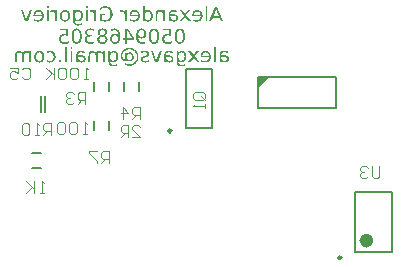
<source format=gbo>
G04 Layer_Color=32896*
%FSLAX24Y24*%
%MOIN*%
G70*
G01*
G75*
%ADD46C,0.0236*%
%ADD47C,0.0098*%
%ADD48C,0.0079*%
%ADD50C,0.0050*%
%ADD51C,0.0039*%
%ADD85C,0.0060*%
G36*
X4675Y-4171D02*
X4688Y-4173D01*
X4700Y-4175D01*
X4711Y-4178D01*
X4722Y-4181D01*
X4732Y-4185D01*
X4741Y-4189D01*
X4749Y-4194D01*
X4756Y-4198D01*
X4763Y-4202D01*
X4768Y-4206D01*
X4772Y-4210D01*
X4776Y-4213D01*
X4779Y-4215D01*
X4780Y-4216D01*
X4781Y-4217D01*
X4789Y-4226D01*
X4795Y-4235D01*
X4801Y-4245D01*
X4806Y-4255D01*
X4811Y-4265D01*
X4814Y-4276D01*
X4820Y-4295D01*
X4822Y-4304D01*
X4823Y-4313D01*
X4824Y-4320D01*
X4825Y-4326D01*
X4825Y-4332D01*
Y-4335D01*
Y-4338D01*
Y-4339D01*
X4825Y-4353D01*
X4824Y-4366D01*
X4822Y-4379D01*
X4819Y-4391D01*
X4816Y-4402D01*
X4812Y-4412D01*
X4808Y-4421D01*
X4804Y-4429D01*
X4800Y-4436D01*
X4797Y-4443D01*
X4793Y-4449D01*
X4789Y-4453D01*
X4787Y-4457D01*
X4785Y-4459D01*
X4784Y-4461D01*
X4783Y-4461D01*
X4774Y-4469D01*
X4765Y-4476D01*
X4756Y-4482D01*
X4746Y-4487D01*
X4736Y-4491D01*
X4726Y-4495D01*
X4708Y-4500D01*
X4699Y-4501D01*
X4691Y-4503D01*
X4684Y-4504D01*
X4678Y-4505D01*
X4673Y-4505D01*
X4665D01*
X4652Y-4505D01*
X4640Y-4503D01*
X4629Y-4501D01*
X4620Y-4498D01*
X4612Y-4495D01*
X4606Y-4493D01*
X4602Y-4491D01*
X4600Y-4490D01*
X4590Y-4484D01*
X4580Y-4477D01*
X4572Y-4470D01*
X4565Y-4463D01*
X4559Y-4457D01*
X4555Y-4452D01*
X4552Y-4448D01*
X4551Y-4447D01*
X4553Y-4463D01*
X4555Y-4478D01*
X4557Y-4493D01*
X4560Y-4506D01*
X4563Y-4518D01*
X4567Y-4530D01*
X4570Y-4539D01*
X4574Y-4549D01*
X4578Y-4557D01*
X4581Y-4563D01*
X4583Y-4569D01*
X4587Y-4574D01*
X4589Y-4578D01*
X4591Y-4580D01*
X4591Y-4581D01*
X4592Y-4582D01*
X4599Y-4590D01*
X4606Y-4597D01*
X4614Y-4602D01*
X4622Y-4608D01*
X4630Y-4612D01*
X4639Y-4616D01*
X4655Y-4621D01*
X4663Y-4622D01*
X4669Y-4623D01*
X4676Y-4625D01*
X4681Y-4625D01*
X4686Y-4626D01*
X4692D01*
X4711Y-4625D01*
X4720Y-4624D01*
X4728Y-4623D01*
X4734Y-4622D01*
X4739Y-4621D01*
X4742Y-4620D01*
X4743D01*
X4762Y-4615D01*
X4770Y-4612D01*
X4778Y-4609D01*
X4785Y-4606D01*
X4789Y-4604D01*
X4793Y-4603D01*
X4794Y-4602D01*
Y-4663D01*
X4784Y-4666D01*
X4774Y-4669D01*
X4765Y-4672D01*
X4757Y-4674D01*
X4751Y-4675D01*
X4745Y-4677D01*
X4742Y-4677D01*
X4741D01*
X4731Y-4679D01*
X4722Y-4681D01*
X4713Y-4681D01*
X4705Y-4682D01*
X4699Y-4682D01*
X4690D01*
X4673Y-4682D01*
X4656Y-4679D01*
X4641Y-4676D01*
X4627Y-4671D01*
X4614Y-4666D01*
X4601Y-4660D01*
X4590Y-4654D01*
X4580Y-4648D01*
X4571Y-4641D01*
X4563Y-4635D01*
X4557Y-4629D01*
X4551Y-4624D01*
X4547Y-4620D01*
X4543Y-4616D01*
X4541Y-4614D01*
X4541Y-4613D01*
X4531Y-4599D01*
X4522Y-4585D01*
X4515Y-4570D01*
X4509Y-4555D01*
X4503Y-4539D01*
X4499Y-4524D01*
X4495Y-4509D01*
X4492Y-4494D01*
X4490Y-4480D01*
X4488Y-4468D01*
X4487Y-4456D01*
X4486Y-4446D01*
Y-4438D01*
X4485Y-4433D01*
Y-4429D01*
Y-4427D01*
X4486Y-4404D01*
X4487Y-4383D01*
X4489Y-4364D01*
X4492Y-4345D01*
X4496Y-4328D01*
X4499Y-4313D01*
X4503Y-4298D01*
X4507Y-4286D01*
X4512Y-4274D01*
X4516Y-4265D01*
X4520Y-4256D01*
X4523Y-4250D01*
X4526Y-4244D01*
X4528Y-4240D01*
X4530Y-4238D01*
X4530Y-4237D01*
X4539Y-4225D01*
X4549Y-4215D01*
X4559Y-4206D01*
X4570Y-4199D01*
X4581Y-4192D01*
X4592Y-4187D01*
X4602Y-4183D01*
X4613Y-4179D01*
X4623Y-4176D01*
X4632Y-4174D01*
X4640Y-4173D01*
X4647Y-4172D01*
X4653Y-4171D01*
X4658Y-4171D01*
X4661D01*
X4675Y-4171D01*
D02*
G37*
G36*
X1631Y-4917D02*
X1646Y-4918D01*
X1660Y-4921D01*
X1673Y-4924D01*
X1685Y-4929D01*
X1696Y-4933D01*
X1706Y-4938D01*
X1715Y-4942D01*
X1724Y-4947D01*
X1731Y-4952D01*
X1737Y-4956D01*
X1742Y-4960D01*
X1746Y-4964D01*
X1749Y-4967D01*
X1751Y-4968D01*
X1751Y-4969D01*
X1760Y-4978D01*
X1768Y-4990D01*
X1774Y-5001D01*
X1780Y-5013D01*
X1785Y-5024D01*
X1789Y-5036D01*
X1792Y-5048D01*
X1795Y-5059D01*
X1797Y-5070D01*
X1799Y-5079D01*
X1800Y-5088D01*
X1801Y-5095D01*
Y-5102D01*
X1801Y-5106D01*
Y-5109D01*
Y-5110D01*
X1801Y-5127D01*
X1799Y-5142D01*
X1797Y-5156D01*
X1793Y-5170D01*
X1790Y-5182D01*
X1786Y-5194D01*
X1781Y-5205D01*
X1776Y-5215D01*
X1772Y-5223D01*
X1768Y-5230D01*
X1763Y-5237D01*
X1760Y-5242D01*
X1757Y-5247D01*
X1754Y-5249D01*
X1753Y-5251D01*
X1752Y-5252D01*
X1742Y-5261D01*
X1732Y-5269D01*
X1721Y-5276D01*
X1711Y-5282D01*
X1700Y-5287D01*
X1689Y-5291D01*
X1677Y-5295D01*
X1667Y-5298D01*
X1657Y-5300D01*
X1648Y-5302D01*
X1640Y-5303D01*
X1633Y-5304D01*
X1627D01*
X1623Y-5305D01*
X1608D01*
X1597Y-5304D01*
X1587Y-5303D01*
X1579Y-5301D01*
X1572Y-5301D01*
X1566Y-5299D01*
X1563Y-5299D01*
X1561D01*
X1551Y-5296D01*
X1542Y-5293D01*
X1532Y-5290D01*
X1524Y-5287D01*
X1518Y-5285D01*
X1513Y-5283D01*
X1510Y-5282D01*
X1509Y-5281D01*
Y-5225D01*
X1528Y-5234D01*
X1536Y-5238D01*
X1544Y-5241D01*
X1551Y-5243D01*
X1556Y-5245D01*
X1559Y-5245D01*
X1561Y-5246D01*
X1580Y-5250D01*
X1588Y-5251D01*
X1596Y-5252D01*
X1603D01*
X1608Y-5253D01*
X1612D01*
X1624Y-5252D01*
X1633Y-5251D01*
X1643Y-5249D01*
X1652Y-5247D01*
X1660Y-5244D01*
X1668Y-5241D01*
X1675Y-5238D01*
X1681Y-5234D01*
X1687Y-5230D01*
X1691Y-5227D01*
X1696Y-5224D01*
X1699Y-5221D01*
X1702Y-5219D01*
X1704Y-5217D01*
X1704Y-5216D01*
X1705Y-5215D01*
X1711Y-5208D01*
X1715Y-5200D01*
X1720Y-5192D01*
X1723Y-5183D01*
X1729Y-5165D01*
X1733Y-5149D01*
X1734Y-5141D01*
X1735Y-5134D01*
X1736Y-5127D01*
X1736Y-5121D01*
X1737Y-5117D01*
Y-5114D01*
Y-5111D01*
Y-5110D01*
X1736Y-5098D01*
X1736Y-5087D01*
X1734Y-5076D01*
X1732Y-5066D01*
X1730Y-5056D01*
X1727Y-5047D01*
X1724Y-5039D01*
X1721Y-5032D01*
X1718Y-5026D01*
X1715Y-5020D01*
X1712Y-5016D01*
X1710Y-5012D01*
X1708Y-5009D01*
X1706Y-5007D01*
X1706Y-5006D01*
X1705Y-5005D01*
X1698Y-4999D01*
X1692Y-4993D01*
X1684Y-4988D01*
X1677Y-4984D01*
X1669Y-4980D01*
X1661Y-4977D01*
X1647Y-4973D01*
X1633Y-4970D01*
X1627Y-4969D01*
X1622Y-4969D01*
X1618Y-4968D01*
X1603D01*
X1593Y-4969D01*
X1584Y-4970D01*
X1576Y-4971D01*
X1570Y-4973D01*
X1565Y-4974D01*
X1562Y-4975D01*
X1561Y-4975D01*
X1551Y-4978D01*
X1542Y-4981D01*
X1532Y-4984D01*
X1524Y-4988D01*
X1518Y-4991D01*
X1513Y-4994D01*
X1510Y-4996D01*
X1509Y-4996D01*
Y-4940D01*
X1527Y-4932D01*
X1536Y-4929D01*
X1544Y-4927D01*
X1551Y-4925D01*
X1556Y-4923D01*
X1559Y-4922D01*
X1561D01*
X1580Y-4919D01*
X1589Y-4917D01*
X1598Y-4917D01*
X1605Y-4916D01*
X1615D01*
X1631Y-4917D01*
D02*
G37*
G36*
X3775Y-4171D02*
X3790Y-4174D01*
X3806Y-4177D01*
X3820Y-4182D01*
X3834Y-4187D01*
X3845Y-4193D01*
X3857Y-4199D01*
X3867Y-4206D01*
X3876Y-4212D01*
X3884Y-4219D01*
X3891Y-4225D01*
X3896Y-4230D01*
X3901Y-4234D01*
X3904Y-4238D01*
X3906Y-4240D01*
X3906Y-4241D01*
X3916Y-4255D01*
X3925Y-4269D01*
X3932Y-4284D01*
X3939Y-4299D01*
X3944Y-4315D01*
X3948Y-4330D01*
X3952Y-4346D01*
X3954Y-4360D01*
X3957Y-4374D01*
X3959Y-4387D01*
X3960Y-4398D01*
X3961Y-4408D01*
Y-4416D01*
X3962Y-4422D01*
Y-4426D01*
Y-4427D01*
Y-4427D01*
X3961Y-4450D01*
X3960Y-4471D01*
X3958Y-4491D01*
X3954Y-4509D01*
X3951Y-4526D01*
X3947Y-4541D01*
X3943Y-4556D01*
X3939Y-4568D01*
X3935Y-4579D01*
X3931Y-4589D01*
X3927Y-4598D01*
X3924Y-4604D01*
X3921Y-4610D01*
X3919Y-4614D01*
X3918Y-4616D01*
X3917Y-4617D01*
X3908Y-4629D01*
X3899Y-4639D01*
X3888Y-4647D01*
X3878Y-4655D01*
X3866Y-4661D01*
X3855Y-4667D01*
X3845Y-4671D01*
X3834Y-4674D01*
X3824Y-4677D01*
X3815Y-4679D01*
X3807Y-4681D01*
X3800Y-4681D01*
X3794Y-4682D01*
X3790Y-4682D01*
X3786D01*
X3772Y-4682D01*
X3759Y-4681D01*
X3747Y-4679D01*
X3735Y-4675D01*
X3725Y-4672D01*
X3715Y-4668D01*
X3706Y-4663D01*
X3698Y-4660D01*
X3691Y-4655D01*
X3684Y-4651D01*
X3679Y-4647D01*
X3674Y-4644D01*
X3671Y-4640D01*
X3668Y-4639D01*
X3667Y-4637D01*
X3666Y-4637D01*
X3658Y-4627D01*
X3651Y-4618D01*
X3645Y-4608D01*
X3640Y-4598D01*
X3636Y-4588D01*
X3632Y-4578D01*
X3629Y-4568D01*
X3627Y-4559D01*
X3625Y-4549D01*
X3624Y-4541D01*
X3622Y-4534D01*
X3622Y-4527D01*
X3621Y-4522D01*
Y-4518D01*
Y-4515D01*
Y-4515D01*
X3622Y-4500D01*
X3623Y-4487D01*
X3625Y-4475D01*
X3628Y-4463D01*
X3631Y-4452D01*
X3635Y-4442D01*
X3639Y-4433D01*
X3643Y-4424D01*
X3647Y-4417D01*
X3651Y-4410D01*
X3655Y-4405D01*
X3658Y-4400D01*
X3660Y-4396D01*
X3662Y-4394D01*
X3664Y-4393D01*
X3664Y-4392D01*
X3673Y-4384D01*
X3682Y-4377D01*
X3691Y-4371D01*
X3701Y-4366D01*
X3711Y-4361D01*
X3721Y-4358D01*
X3730Y-4354D01*
X3739Y-4353D01*
X3748Y-4351D01*
X3756Y-4349D01*
X3763Y-4348D01*
X3769Y-4347D01*
X3775Y-4347D01*
X3782D01*
X3795Y-4347D01*
X3807Y-4349D01*
X3818Y-4352D01*
X3828Y-4354D01*
X3836Y-4357D01*
X3841Y-4360D01*
X3845Y-4362D01*
X3846Y-4362D01*
X3847D01*
X3857Y-4368D01*
X3866Y-4375D01*
X3874Y-4383D01*
X3882Y-4391D01*
X3887Y-4397D01*
X3891Y-4402D01*
X3894Y-4406D01*
X3895Y-4406D01*
X3895Y-4407D01*
Y-4406D01*
X3895Y-4406D01*
X3893Y-4391D01*
X3891Y-4375D01*
X3889Y-4361D01*
X3887Y-4348D01*
X3883Y-4335D01*
X3880Y-4324D01*
X3877Y-4314D01*
X3873Y-4305D01*
X3870Y-4297D01*
X3866Y-4291D01*
X3863Y-4285D01*
X3861Y-4280D01*
X3859Y-4276D01*
X3857Y-4274D01*
X3856Y-4272D01*
X3855Y-4272D01*
X3849Y-4264D01*
X3841Y-4257D01*
X3833Y-4251D01*
X3825Y-4246D01*
X3817Y-4242D01*
X3808Y-4238D01*
X3792Y-4232D01*
X3784Y-4231D01*
X3777Y-4230D01*
X3771Y-4229D01*
X3765Y-4228D01*
X3761Y-4227D01*
X3754D01*
X3736Y-4229D01*
X3727Y-4229D01*
X3720Y-4230D01*
X3714Y-4232D01*
X3708Y-4232D01*
X3706Y-4234D01*
X3704D01*
X3685Y-4239D01*
X3677Y-4242D01*
X3669Y-4245D01*
X3662Y-4248D01*
X3658Y-4250D01*
X3655Y-4251D01*
X3653Y-4251D01*
Y-4191D01*
X3664Y-4188D01*
X3674Y-4185D01*
X3683Y-4182D01*
X3691Y-4180D01*
X3697Y-4178D01*
X3702Y-4177D01*
X3706Y-4176D01*
X3707D01*
X3725Y-4173D01*
X3734Y-4172D01*
X3742Y-4171D01*
X3748Y-4171D01*
X3758D01*
X3775Y-4171D01*
D02*
G37*
G36*
X4406Y-4493D02*
Y-4557D01*
X4183D01*
Y-4673D01*
X4116D01*
Y-4557D01*
X4046D01*
Y-4501D01*
X4116D01*
Y-4180D01*
X4201D01*
X4406Y-4493D01*
D02*
G37*
G36*
X5200Y-5295D02*
X5117D01*
X4979Y-4925D01*
X5043D01*
X5158Y-5236D01*
X5274Y-4925D01*
X5338D01*
X5200Y-5295D01*
D02*
G37*
G36*
X6814Y-4917D02*
X6828Y-4918D01*
X6842Y-4921D01*
X6855Y-4925D01*
X6866Y-4929D01*
X6877Y-4933D01*
X6887Y-4938D01*
X6896Y-4943D01*
X6904Y-4948D01*
X6912Y-4953D01*
X6917Y-4957D01*
X6922Y-4961D01*
X6926Y-4965D01*
X6929Y-4967D01*
X6931Y-4969D01*
X6931Y-4970D01*
X6940Y-4980D01*
X6948Y-4992D01*
X6954Y-5003D01*
X6959Y-5015D01*
X6965Y-5027D01*
X6969Y-5039D01*
X6972Y-5051D01*
X6975Y-5062D01*
X6977Y-5073D01*
X6978Y-5083D01*
X6979Y-5091D01*
X6980Y-5099D01*
Y-5106D01*
X6980Y-5110D01*
Y-5113D01*
Y-5114D01*
X6980Y-5130D01*
X6978Y-5145D01*
X6976Y-5160D01*
X6973Y-5173D01*
X6969Y-5185D01*
X6964Y-5196D01*
X6959Y-5207D01*
X6954Y-5217D01*
X6950Y-5225D01*
X6945Y-5232D01*
X6940Y-5239D01*
X6937Y-5244D01*
X6933Y-5248D01*
X6931Y-5251D01*
X6929Y-5253D01*
X6929Y-5253D01*
X6919Y-5263D01*
X6908Y-5270D01*
X6896Y-5277D01*
X6885Y-5283D01*
X6873Y-5288D01*
X6862Y-5292D01*
X6850Y-5295D01*
X6839Y-5298D01*
X6828Y-5300D01*
X6819Y-5302D01*
X6811Y-5303D01*
X6803Y-5304D01*
X6797D01*
X6792Y-5305D01*
X6788D01*
X6775Y-5304D01*
X6763Y-5303D01*
X6751Y-5302D01*
X6741Y-5301D01*
X6732Y-5299D01*
X6725Y-5299D01*
X6723Y-5298D01*
X6721Y-5297D01*
X6719D01*
X6706Y-5294D01*
X6694Y-5291D01*
X6683Y-5287D01*
X6673Y-5284D01*
X6664Y-5281D01*
X6658Y-5278D01*
X6655Y-5278D01*
X6653Y-5277D01*
X6652Y-5276D01*
X6652D01*
Y-5219D01*
X6664Y-5225D01*
X6675Y-5230D01*
X6687Y-5235D01*
X6696Y-5238D01*
X6705Y-5241D01*
X6711Y-5243D01*
X6714Y-5244D01*
X6716D01*
X6717Y-5245D01*
X6717D01*
X6730Y-5247D01*
X6742Y-5249D01*
X6753Y-5251D01*
X6763Y-5251D01*
X6773Y-5252D01*
X6779Y-5253D01*
X6785D01*
X6796Y-5252D01*
X6807Y-5251D01*
X6816Y-5249D01*
X6825Y-5247D01*
X6834Y-5245D01*
X6841Y-5242D01*
X6849Y-5240D01*
X6855Y-5236D01*
X6860Y-5233D01*
X6866Y-5230D01*
X6870Y-5228D01*
X6873Y-5225D01*
X6876Y-5223D01*
X6878Y-5221D01*
X6879Y-5221D01*
X6879Y-5220D01*
X6885Y-5213D01*
X6891Y-5206D01*
X6899Y-5191D01*
X6906Y-5175D01*
X6911Y-5160D01*
X6912Y-5152D01*
X6914Y-5146D01*
X6915Y-5140D01*
X6916Y-5135D01*
X6916Y-5130D01*
X6917Y-5127D01*
Y-5125D01*
Y-5124D01*
X6637D01*
Y-5095D01*
X6638Y-5080D01*
X6639Y-5065D01*
X6641Y-5052D01*
X6644Y-5039D01*
X6648Y-5028D01*
X6651Y-5017D01*
X6655Y-5007D01*
X6659Y-4998D01*
X6664Y-4990D01*
X6668Y-4984D01*
X6671Y-4978D01*
X6674Y-4973D01*
X6677Y-4969D01*
X6679Y-4966D01*
X6681Y-4965D01*
X6681Y-4964D01*
X6690Y-4956D01*
X6699Y-4948D01*
X6708Y-4942D01*
X6718Y-4936D01*
X6728Y-4932D01*
X6738Y-4928D01*
X6747Y-4925D01*
X6756Y-4922D01*
X6765Y-4920D01*
X6773Y-4919D01*
X6780Y-4917D01*
X6786Y-4917D01*
X6792Y-4916D01*
X6799D01*
X6814Y-4917D01*
D02*
G37*
G36*
X2217Y-4428D02*
X2206Y-4423D01*
X2196Y-4420D01*
X2188Y-4417D01*
X2179Y-4414D01*
X2173Y-4412D01*
X2167Y-4411D01*
X2164Y-4410D01*
X2163D01*
X2153Y-4408D01*
X2143Y-4406D01*
X2134Y-4404D01*
X2126Y-4404D01*
X2119Y-4403D01*
X2099D01*
X2089Y-4404D01*
X2071Y-4408D01*
X2055Y-4413D01*
X2049Y-4415D01*
X2042Y-4418D01*
X2037Y-4421D01*
X2032Y-4423D01*
X2028Y-4426D01*
X2024Y-4429D01*
X2022Y-4431D01*
X2020Y-4432D01*
X2019Y-4433D01*
X2018Y-4433D01*
X2013Y-4439D01*
X2007Y-4446D01*
X2003Y-4452D01*
X1999Y-4459D01*
X1993Y-4472D01*
X1989Y-4485D01*
X1987Y-4497D01*
X1986Y-4501D01*
X1986Y-4506D01*
X1985Y-4509D01*
Y-4513D01*
Y-4514D01*
Y-4515D01*
X1986Y-4524D01*
X1986Y-4533D01*
X1990Y-4549D01*
X1996Y-4563D01*
X2001Y-4575D01*
X2008Y-4584D01*
X2011Y-4588D01*
X2013Y-4591D01*
X2015Y-4593D01*
X2017Y-4595D01*
X2018Y-4596D01*
X2018Y-4597D01*
X2025Y-4602D01*
X2032Y-4606D01*
X2047Y-4614D01*
X2062Y-4619D01*
X2077Y-4622D01*
X2089Y-4625D01*
X2095Y-4625D01*
X2100D01*
X2104Y-4626D01*
X2110D01*
X2123Y-4625D01*
X2135Y-4625D01*
X2146Y-4623D01*
X2156Y-4622D01*
X2165Y-4621D01*
X2171Y-4620D01*
X2173Y-4620D01*
X2175Y-4619D01*
X2177D01*
X2188Y-4616D01*
X2200Y-4612D01*
X2209Y-4608D01*
X2219Y-4604D01*
X2226Y-4600D01*
X2232Y-4597D01*
X2236Y-4595D01*
X2237Y-4595D01*
X2238D01*
Y-4661D01*
X2225Y-4665D01*
X2213Y-4668D01*
X2201Y-4671D01*
X2192Y-4673D01*
X2183Y-4675D01*
X2177Y-4676D01*
X2175Y-4677D01*
X2173Y-4677D01*
X2171D01*
X2159Y-4679D01*
X2148Y-4681D01*
X2137Y-4681D01*
X2128Y-4682D01*
X2119Y-4682D01*
X2108D01*
X2092Y-4682D01*
X2076Y-4681D01*
X2062Y-4679D01*
X2048Y-4675D01*
X2036Y-4672D01*
X2024Y-4669D01*
X2014Y-4665D01*
X2004Y-4660D01*
X1996Y-4656D01*
X1988Y-4652D01*
X1982Y-4649D01*
X1977Y-4645D01*
X1973Y-4642D01*
X1971Y-4640D01*
X1969Y-4639D01*
X1968Y-4639D01*
X1959Y-4630D01*
X1952Y-4620D01*
X1945Y-4610D01*
X1939Y-4600D01*
X1935Y-4590D01*
X1931Y-4579D01*
X1927Y-4570D01*
X1924Y-4560D01*
X1922Y-4551D01*
X1921Y-4542D01*
X1919Y-4534D01*
X1919Y-4528D01*
X1918Y-4522D01*
Y-4518D01*
Y-4515D01*
Y-4515D01*
X1919Y-4501D01*
X1920Y-4487D01*
X1923Y-4475D01*
X1926Y-4463D01*
X1929Y-4452D01*
X1933Y-4442D01*
X1938Y-4433D01*
X1942Y-4425D01*
X1947Y-4417D01*
X1952Y-4411D01*
X1955Y-4406D01*
X1959Y-4401D01*
X1962Y-4397D01*
X1965Y-4394D01*
X1966Y-4393D01*
X1967Y-4393D01*
X1976Y-4385D01*
X1986Y-4377D01*
X1997Y-4372D01*
X2007Y-4366D01*
X2018Y-4362D01*
X2030Y-4358D01*
X2040Y-4354D01*
X2051Y-4353D01*
X2060Y-4351D01*
X2069Y-4349D01*
X2077Y-4348D01*
X2084Y-4347D01*
X2090Y-4347D01*
X2098D01*
X2108Y-4347D01*
X2114D01*
X2118Y-4348D01*
X2121Y-4349D01*
X2124D01*
X2126Y-4349D01*
X2127D01*
X2137Y-4352D01*
X2142Y-4353D01*
X2146Y-4354D01*
X2150Y-4355D01*
X2153Y-4356D01*
X2155Y-4357D01*
X2156D01*
Y-4236D01*
X1955D01*
Y-4180D01*
X2217D01*
Y-4428D01*
D02*
G37*
G36*
X4772Y-3618D02*
X4780Y-3607D01*
X4787Y-3597D01*
X4796Y-3589D01*
X4804Y-3582D01*
X4810Y-3576D01*
X4816Y-3572D01*
X4820Y-3570D01*
X4820Y-3570D01*
X4821D01*
X4832Y-3565D01*
X4844Y-3561D01*
X4856Y-3557D01*
X4867Y-3555D01*
X4877Y-3554D01*
X4884Y-3553D01*
X4891D01*
X4904Y-3554D01*
X4915Y-3555D01*
X4926Y-3559D01*
X4936Y-3562D01*
X4946Y-3566D01*
X4955Y-3570D01*
X4963Y-3575D01*
X4970Y-3580D01*
X4977Y-3586D01*
X4983Y-3590D01*
X4988Y-3595D01*
X4992Y-3599D01*
X4995Y-3602D01*
X4998Y-3605D01*
X4999Y-3607D01*
X5000Y-3607D01*
X5007Y-3618D01*
X5014Y-3629D01*
X5020Y-3640D01*
X5024Y-3652D01*
X5028Y-3664D01*
X5031Y-3675D01*
X5037Y-3698D01*
X5039Y-3708D01*
X5040Y-3717D01*
X5041Y-3726D01*
X5041Y-3733D01*
X5042Y-3739D01*
Y-3744D01*
Y-3746D01*
Y-3748D01*
X5041Y-3763D01*
X5040Y-3778D01*
X5038Y-3793D01*
X5035Y-3807D01*
X5032Y-3819D01*
X5029Y-3830D01*
X5025Y-3841D01*
X5021Y-3851D01*
X5017Y-3859D01*
X5013Y-3867D01*
X5010Y-3874D01*
X5007Y-3879D01*
X5004Y-3883D01*
X5002Y-3886D01*
X5001Y-3888D01*
X5000Y-3889D01*
X4991Y-3898D01*
X4983Y-3906D01*
X4974Y-3914D01*
X4965Y-3919D01*
X4956Y-3925D01*
X4947Y-3929D01*
X4938Y-3933D01*
X4930Y-3935D01*
X4921Y-3937D01*
X4914Y-3939D01*
X4907Y-3940D01*
X4902Y-3941D01*
X4898D01*
X4894Y-3942D01*
X4891D01*
X4876Y-3941D01*
X4863Y-3939D01*
X4850Y-3936D01*
X4840Y-3934D01*
X4832Y-3931D01*
X4825Y-3929D01*
X4822Y-3927D01*
X4820Y-3926D01*
X4810Y-3919D01*
X4800Y-3912D01*
X4792Y-3903D01*
X4785Y-3895D01*
X4780Y-3888D01*
X4775Y-3882D01*
X4772Y-3878D01*
X4772Y-3877D01*
Y-3932D01*
X4711D01*
Y-3418D01*
X4772D01*
Y-3618D01*
D02*
G37*
G36*
X1568Y-3932D02*
X1507D01*
Y-3562D01*
X1568D01*
Y-3932D01*
D02*
G37*
G36*
X1679Y-3554D02*
X1694Y-3556D01*
X1706Y-3559D01*
X1717Y-3561D01*
X1727Y-3565D01*
X1733Y-3567D01*
X1735Y-3568D01*
X1737Y-3569D01*
X1738Y-3570D01*
X1738D01*
X1749Y-3576D01*
X1759Y-3584D01*
X1767Y-3593D01*
X1774Y-3601D01*
X1780Y-3608D01*
X1784Y-3614D01*
X1787Y-3618D01*
X1788Y-3619D01*
Y-3562D01*
X1849D01*
Y-3932D01*
X1788D01*
Y-3738D01*
X1787Y-3726D01*
X1786Y-3715D01*
X1785Y-3706D01*
X1783Y-3696D01*
X1781Y-3687D01*
X1779Y-3679D01*
X1776Y-3672D01*
X1774Y-3666D01*
X1771Y-3660D01*
X1769Y-3655D01*
X1767Y-3651D01*
X1765Y-3647D01*
X1763Y-3645D01*
X1761Y-3643D01*
X1760Y-3642D01*
Y-3641D01*
X1755Y-3635D01*
X1749Y-3630D01*
X1742Y-3626D01*
X1736Y-3622D01*
X1723Y-3616D01*
X1710Y-3612D01*
X1698Y-3610D01*
X1694Y-3609D01*
X1689Y-3608D01*
X1686Y-3608D01*
X1681D01*
X1670Y-3608D01*
X1666D01*
X1662Y-3609D01*
X1659Y-3610D01*
X1656D01*
X1655Y-3610D01*
X1654D01*
X1646Y-3613D01*
X1639Y-3616D01*
X1636Y-3617D01*
X1634Y-3618D01*
X1633Y-3619D01*
X1632D01*
X1633Y-3557D01*
X1639Y-3555D01*
X1645Y-3555D01*
X1648Y-3554D01*
X1650D01*
X1655Y-3553D01*
X1663D01*
X1679Y-3554D01*
D02*
G37*
G36*
X5654Y-4428D02*
X5644Y-4423D01*
X5634Y-4420D01*
X5625Y-4417D01*
X5617Y-4414D01*
X5610Y-4412D01*
X5605Y-4411D01*
X5602Y-4410D01*
X5600D01*
X5590Y-4408D01*
X5581Y-4406D01*
X5571Y-4404D01*
X5563Y-4404D01*
X5557Y-4403D01*
X5537D01*
X5527Y-4404D01*
X5508Y-4408D01*
X5493Y-4413D01*
X5486Y-4415D01*
X5480Y-4418D01*
X5474Y-4421D01*
X5470Y-4423D01*
X5465Y-4426D01*
X5462Y-4429D01*
X5459Y-4431D01*
X5457Y-4432D01*
X5457Y-4433D01*
X5456Y-4433D01*
X5450Y-4439D01*
X5445Y-4446D01*
X5440Y-4452D01*
X5436Y-4459D01*
X5430Y-4472D01*
X5426Y-4485D01*
X5424Y-4497D01*
X5424Y-4501D01*
X5423Y-4506D01*
X5422Y-4509D01*
Y-4513D01*
Y-4514D01*
Y-4515D01*
X5423Y-4524D01*
X5424Y-4533D01*
X5428Y-4549D01*
X5433Y-4563D01*
X5439Y-4575D01*
X5445Y-4584D01*
X5448Y-4588D01*
X5451Y-4591D01*
X5453Y-4593D01*
X5455Y-4595D01*
X5455Y-4596D01*
X5456Y-4597D01*
X5462Y-4602D01*
X5470Y-4606D01*
X5484Y-4614D01*
X5499Y-4619D01*
X5514Y-4622D01*
X5527Y-4625D01*
X5533Y-4625D01*
X5537D01*
X5542Y-4626D01*
X5547D01*
X5560Y-4625D01*
X5572Y-4625D01*
X5584Y-4623D01*
X5594Y-4622D01*
X5602Y-4621D01*
X5608Y-4620D01*
X5611Y-4620D01*
X5613Y-4619D01*
X5614D01*
X5626Y-4616D01*
X5637Y-4612D01*
X5647Y-4608D01*
X5656Y-4604D01*
X5664Y-4600D01*
X5670Y-4597D01*
X5674Y-4595D01*
X5674Y-4595D01*
X5675D01*
Y-4661D01*
X5663Y-4665D01*
X5650Y-4668D01*
X5639Y-4671D01*
X5629Y-4673D01*
X5621Y-4675D01*
X5614Y-4676D01*
X5612Y-4677D01*
X5610Y-4677D01*
X5609D01*
X5597Y-4679D01*
X5585Y-4681D01*
X5575Y-4681D01*
X5565Y-4682D01*
X5557Y-4682D01*
X5546D01*
X5529Y-4682D01*
X5514Y-4681D01*
X5499Y-4679D01*
X5485Y-4675D01*
X5473Y-4672D01*
X5462Y-4669D01*
X5451Y-4665D01*
X5441Y-4660D01*
X5433Y-4656D01*
X5426Y-4652D01*
X5420Y-4649D01*
X5415Y-4645D01*
X5411Y-4642D01*
X5408Y-4640D01*
X5406Y-4639D01*
X5405Y-4639D01*
X5397Y-4630D01*
X5389Y-4620D01*
X5382Y-4610D01*
X5377Y-4600D01*
X5372Y-4590D01*
X5368Y-4579D01*
X5364Y-4570D01*
X5361Y-4560D01*
X5359Y-4551D01*
X5358Y-4542D01*
X5357Y-4534D01*
X5356Y-4528D01*
X5356Y-4522D01*
Y-4518D01*
Y-4515D01*
Y-4515D01*
X5356Y-4501D01*
X5357Y-4487D01*
X5360Y-4475D01*
X5363Y-4463D01*
X5367Y-4452D01*
X5371Y-4442D01*
X5375Y-4433D01*
X5380Y-4425D01*
X5384Y-4417D01*
X5389Y-4411D01*
X5393Y-4406D01*
X5396Y-4401D01*
X5399Y-4397D01*
X5402Y-4394D01*
X5403Y-4393D01*
X5404Y-4393D01*
X5413Y-4385D01*
X5424Y-4377D01*
X5434Y-4372D01*
X5445Y-4366D01*
X5456Y-4362D01*
X5467Y-4358D01*
X5478Y-4354D01*
X5488Y-4353D01*
X5498Y-4351D01*
X5506Y-4349D01*
X5514Y-4348D01*
X5522Y-4347D01*
X5527Y-4347D01*
X5535D01*
X5546Y-4347D01*
X5551D01*
X5555Y-4348D01*
X5559Y-4349D01*
X5562D01*
X5563Y-4349D01*
X5564D01*
X5575Y-4352D01*
X5580Y-4353D01*
X5584Y-4354D01*
X5588Y-4355D01*
X5590Y-4356D01*
X5592Y-4357D01*
X5593D01*
Y-4236D01*
X5392D01*
Y-4180D01*
X5654D01*
Y-4428D01*
D02*
G37*
G36*
X2971Y-4171D02*
X2982Y-4173D01*
X2991Y-4173D01*
X3000Y-4175D01*
X3006Y-4176D01*
X3008D01*
X3010Y-4177D01*
X3012D01*
X3037Y-4181D01*
X3048Y-4184D01*
X3060Y-4187D01*
X3069Y-4189D01*
X3077Y-4190D01*
X3079Y-4191D01*
X3081Y-4192D01*
X3083Y-4192D01*
X3083D01*
Y-4251D01*
X3069Y-4247D01*
X3056Y-4244D01*
X3044Y-4240D01*
X3035Y-4238D01*
X3026Y-4236D01*
X3020Y-4234D01*
X3016Y-4233D01*
X3014D01*
X3002Y-4231D01*
X2992Y-4230D01*
X2981Y-4229D01*
X2973Y-4228D01*
X2966Y-4227D01*
X2955D01*
X2938Y-4228D01*
X2922Y-4230D01*
X2909Y-4234D01*
X2898Y-4238D01*
X2889Y-4242D01*
X2883Y-4245D01*
X2879Y-4248D01*
X2878Y-4248D01*
X2869Y-4257D01*
X2862Y-4266D01*
X2857Y-4275D01*
X2854Y-4285D01*
X2852Y-4293D01*
X2852Y-4300D01*
X2851Y-4303D01*
Y-4304D01*
Y-4305D01*
Y-4306D01*
X2852Y-4319D01*
X2855Y-4330D01*
X2859Y-4340D01*
X2864Y-4348D01*
X2869Y-4354D01*
X2873Y-4358D01*
X2876Y-4362D01*
X2877Y-4362D01*
X2888Y-4369D01*
X2900Y-4374D01*
X2913Y-4377D01*
X2924Y-4379D01*
X2936Y-4381D01*
X2940Y-4381D01*
X2945D01*
X2948Y-4382D01*
X3012D01*
Y-4437D01*
X2955D01*
X2936Y-4438D01*
X2919Y-4441D01*
X2904Y-4445D01*
X2892Y-4450D01*
X2887Y-4452D01*
X2882Y-4454D01*
X2878Y-4456D01*
X2876Y-4458D01*
X2873Y-4459D01*
X2871Y-4461D01*
X2871Y-4462D01*
X2870D01*
X2865Y-4467D01*
X2859Y-4472D01*
X2852Y-4483D01*
X2846Y-4494D01*
X2843Y-4505D01*
X2840Y-4515D01*
X2840Y-4522D01*
X2839Y-4526D01*
Y-4528D01*
Y-4529D01*
Y-4530D01*
X2840Y-4538D01*
X2840Y-4546D01*
X2844Y-4561D01*
X2850Y-4573D01*
X2856Y-4583D01*
X2862Y-4591D01*
X2867Y-4597D01*
X2871Y-4600D01*
X2872Y-4602D01*
X2873D01*
X2879Y-4606D01*
X2886Y-4610D01*
X2901Y-4616D01*
X2917Y-4620D01*
X2933Y-4623D01*
X2940Y-4624D01*
X2947Y-4625D01*
X2953Y-4625D01*
X2958D01*
X2962Y-4626D01*
X2968D01*
X2981Y-4625D01*
X2994Y-4625D01*
X3006Y-4623D01*
X3016Y-4622D01*
X3025Y-4621D01*
X3031Y-4620D01*
X3034Y-4619D01*
X3036Y-4618D01*
X3037D01*
X3049Y-4615D01*
X3060Y-4611D01*
X3071Y-4607D01*
X3080Y-4603D01*
X3087Y-4600D01*
X3093Y-4597D01*
X3096Y-4595D01*
X3098Y-4594D01*
Y-4658D01*
X3084Y-4662D01*
X3073Y-4666D01*
X3061Y-4669D01*
X3051Y-4671D01*
X3042Y-4673D01*
X3036Y-4675D01*
X3033Y-4675D01*
X3031Y-4676D01*
X3030D01*
X3018Y-4678D01*
X3006Y-4680D01*
X2995Y-4681D01*
X2986Y-4682D01*
X2978D01*
X2972Y-4682D01*
X2966D01*
X2949Y-4682D01*
X2934Y-4681D01*
X2919Y-4679D01*
X2905Y-4677D01*
X2892Y-4673D01*
X2880Y-4670D01*
X2870Y-4667D01*
X2860Y-4663D01*
X2852Y-4659D01*
X2844Y-4656D01*
X2838Y-4652D01*
X2833Y-4649D01*
X2829Y-4647D01*
X2826Y-4645D01*
X2824Y-4644D01*
X2823Y-4643D01*
X2814Y-4635D01*
X2807Y-4627D01*
X2800Y-4618D01*
X2794Y-4608D01*
X2789Y-4599D01*
X2785Y-4589D01*
X2782Y-4580D01*
X2779Y-4572D01*
X2777Y-4563D01*
X2775Y-4555D01*
X2774Y-4548D01*
X2774Y-4541D01*
X2773Y-4537D01*
Y-4533D01*
Y-4530D01*
Y-4530D01*
X2774Y-4513D01*
X2777Y-4498D01*
X2781Y-4484D01*
X2786Y-4472D01*
X2791Y-4463D01*
X2796Y-4456D01*
X2797Y-4454D01*
X2798Y-4452D01*
X2800Y-4451D01*
Y-4450D01*
X2811Y-4439D01*
X2823Y-4430D01*
X2835Y-4422D01*
X2847Y-4417D01*
X2858Y-4412D01*
X2863Y-4411D01*
X2867Y-4410D01*
X2870Y-4409D01*
X2873Y-4408D01*
X2874Y-4408D01*
X2875D01*
X2859Y-4403D01*
X2846Y-4396D01*
X2835Y-4391D01*
X2825Y-4384D01*
X2817Y-4377D01*
X2812Y-4373D01*
X2809Y-4370D01*
X2808Y-4368D01*
X2800Y-4357D01*
X2794Y-4345D01*
X2790Y-4334D01*
X2787Y-4323D01*
X2785Y-4314D01*
X2785Y-4306D01*
X2784Y-4303D01*
Y-4301D01*
Y-4300D01*
Y-4299D01*
X2785Y-4289D01*
X2786Y-4278D01*
X2788Y-4269D01*
X2791Y-4260D01*
X2795Y-4251D01*
X2798Y-4244D01*
X2802Y-4236D01*
X2806Y-4230D01*
X2810Y-4225D01*
X2814Y-4219D01*
X2818Y-4215D01*
X2821Y-4212D01*
X2825Y-4209D01*
X2827Y-4207D01*
X2828Y-4206D01*
X2829Y-4206D01*
X2837Y-4200D01*
X2846Y-4194D01*
X2856Y-4189D01*
X2866Y-4185D01*
X2886Y-4179D01*
X2905Y-4175D01*
X2914Y-4173D01*
X2922Y-4173D01*
X2930Y-4172D01*
X2936Y-4171D01*
X2941Y-4171D01*
X2949D01*
X2971Y-4171D01*
D02*
G37*
G36*
X2131Y-3554D02*
X2144Y-3555D01*
X2157Y-3558D01*
X2169Y-3561D01*
X2181Y-3565D01*
X2190Y-3570D01*
X2200Y-3574D01*
X2208Y-3579D01*
X2216Y-3584D01*
X2222Y-3589D01*
X2228Y-3593D01*
X2232Y-3597D01*
X2236Y-3601D01*
X2239Y-3603D01*
X2240Y-3605D01*
X2241Y-3605D01*
X2249Y-3615D01*
X2256Y-3626D01*
X2262Y-3637D01*
X2267Y-3649D01*
X2272Y-3661D01*
X2275Y-3673D01*
X2278Y-3685D01*
X2280Y-3696D01*
X2282Y-3706D01*
X2283Y-3716D01*
X2285Y-3725D01*
X2285Y-3732D01*
X2286Y-3739D01*
Y-3744D01*
Y-3746D01*
Y-3748D01*
X2285Y-3764D01*
X2284Y-3780D01*
X2282Y-3794D01*
X2279Y-3808D01*
X2276Y-3820D01*
X2272Y-3832D01*
X2268Y-3843D01*
X2263Y-3853D01*
X2259Y-3861D01*
X2255Y-3869D01*
X2251Y-3875D01*
X2248Y-3880D01*
X2245Y-3885D01*
X2243Y-3887D01*
X2242Y-3889D01*
X2241Y-3890D01*
X2232Y-3899D01*
X2222Y-3907D01*
X2213Y-3914D01*
X2202Y-3920D01*
X2192Y-3925D01*
X2182Y-3929D01*
X2171Y-3933D01*
X2161Y-3935D01*
X2152Y-3937D01*
X2144Y-3939D01*
X2136Y-3940D01*
X2129Y-3941D01*
X2124D01*
X2119Y-3942D01*
X2116D01*
X2102Y-3941D01*
X2088Y-3940D01*
X2076Y-3937D01*
X2064Y-3934D01*
X2053Y-3930D01*
X2042Y-3925D01*
X2033Y-3921D01*
X2024Y-3915D01*
X2017Y-3911D01*
X2011Y-3906D01*
X2005Y-3902D01*
X2001Y-3898D01*
X1997Y-3895D01*
X1994Y-3892D01*
X1993Y-3891D01*
X1992Y-3890D01*
X1984Y-3880D01*
X1977Y-3869D01*
X1971Y-3858D01*
X1965Y-3846D01*
X1961Y-3834D01*
X1957Y-3822D01*
X1954Y-3811D01*
X1952Y-3799D01*
X1950Y-3789D01*
X1949Y-3779D01*
X1948Y-3770D01*
X1947Y-3763D01*
X1946Y-3756D01*
Y-3751D01*
Y-3749D01*
Y-3748D01*
X1947Y-3731D01*
X1948Y-3715D01*
X1950Y-3701D01*
X1954Y-3687D01*
X1957Y-3674D01*
X1961Y-3663D01*
X1965Y-3652D01*
X1969Y-3643D01*
X1973Y-3634D01*
X1978Y-3626D01*
X1982Y-3620D01*
X1985Y-3614D01*
X1988Y-3610D01*
X1990Y-3608D01*
X1992Y-3606D01*
X1992Y-3605D01*
X2001Y-3596D01*
X2011Y-3588D01*
X2020Y-3581D01*
X2031Y-3575D01*
X2041Y-3570D01*
X2051Y-3566D01*
X2061Y-3563D01*
X2071Y-3560D01*
X2080Y-3558D01*
X2089Y-3556D01*
X2097Y-3555D01*
X2103Y-3554D01*
X2108Y-3553D01*
X2116D01*
X2131Y-3554D01*
D02*
G37*
G36*
X827Y-4917D02*
X840Y-4919D01*
X851Y-4921D01*
X861Y-4924D01*
X870Y-4927D01*
X876Y-4930D01*
X880Y-4932D01*
X880Y-4933D01*
X881D01*
X891Y-4939D01*
X901Y-4947D01*
X909Y-4956D01*
X916Y-4963D01*
X923Y-4971D01*
X927Y-4977D01*
X930Y-4981D01*
X931Y-4982D01*
X930Y-4925D01*
X991D01*
Y-5295D01*
X930D01*
Y-5087D01*
X929Y-5068D01*
X926Y-5050D01*
X922Y-5036D01*
X916Y-5023D01*
X914Y-5018D01*
X912Y-5014D01*
X909Y-5010D01*
X907Y-5007D01*
X906Y-5004D01*
X905Y-5002D01*
X903Y-5001D01*
Y-5001D01*
X898Y-4996D01*
X892Y-4990D01*
X880Y-4982D01*
X868Y-4977D01*
X856Y-4973D01*
X846Y-4971D01*
X841Y-4970D01*
X837D01*
X834Y-4969D01*
X829D01*
X815Y-4971D01*
X804Y-4973D01*
X794Y-4977D01*
X786Y-4982D01*
X779Y-4987D01*
X775Y-4991D01*
X772Y-4994D01*
X771Y-4995D01*
X765Y-5005D01*
X760Y-5018D01*
X757Y-5031D01*
X755Y-5044D01*
X753Y-5055D01*
Y-5060D01*
X752Y-5065D01*
Y-5068D01*
Y-5071D01*
Y-5073D01*
Y-5074D01*
Y-5295D01*
X691D01*
Y-5087D01*
X690Y-5068D01*
X687Y-5050D01*
X683Y-5036D01*
X678Y-5023D01*
X676Y-5018D01*
X673Y-5014D01*
X670Y-5010D01*
X668Y-5007D01*
X667Y-5004D01*
X666Y-5002D01*
X664Y-5001D01*
Y-5001D01*
X659Y-4996D01*
X653Y-4990D01*
X641Y-4982D01*
X628Y-4977D01*
X617Y-4973D01*
X606Y-4971D01*
X602Y-4970D01*
X598D01*
X594Y-4969D01*
X590D01*
X576Y-4971D01*
X564Y-4973D01*
X554Y-4978D01*
X546Y-4982D01*
X540Y-4987D01*
X535Y-4992D01*
X533Y-4994D01*
X532Y-4996D01*
X525Y-5006D01*
X521Y-5018D01*
X518Y-5032D01*
X516Y-5044D01*
X514Y-5056D01*
Y-5060D01*
X513Y-5065D01*
Y-5068D01*
Y-5071D01*
Y-5073D01*
Y-5074D01*
Y-5295D01*
X452D01*
Y-5072D01*
X453Y-5058D01*
X453Y-5045D01*
X455Y-5033D01*
X457Y-5022D01*
X459Y-5012D01*
X462Y-5002D01*
X464Y-4994D01*
X468Y-4986D01*
X470Y-4979D01*
X474Y-4973D01*
X476Y-4969D01*
X478Y-4964D01*
X481Y-4961D01*
X482Y-4959D01*
X483Y-4957D01*
X483Y-4957D01*
X489Y-4950D01*
X497Y-4944D01*
X503Y-4938D01*
X510Y-4933D01*
X518Y-4929D01*
X525Y-4926D01*
X540Y-4921D01*
X553Y-4918D01*
X558Y-4917D01*
X563Y-4917D01*
X567Y-4916D01*
X573D01*
X588Y-4917D01*
X602Y-4919D01*
X615Y-4922D01*
X626Y-4926D01*
X635Y-4929D01*
X642Y-4933D01*
X644Y-4934D01*
X646Y-4935D01*
X647Y-4936D01*
X647D01*
X659Y-4944D01*
X669Y-4954D01*
X678Y-4963D01*
X686Y-4973D01*
X693Y-4982D01*
X698Y-4990D01*
X699Y-4992D01*
X701Y-4994D01*
X702Y-4996D01*
Y-4996D01*
X707Y-4982D01*
X714Y-4971D01*
X721Y-4961D01*
X727Y-4952D01*
X734Y-4946D01*
X739Y-4941D01*
X743Y-4938D01*
X743Y-4937D01*
X744D01*
X755Y-4930D01*
X766Y-4925D01*
X778Y-4921D01*
X788Y-4919D01*
X798Y-4917D01*
X806Y-4916D01*
X812D01*
X827Y-4917D01*
D02*
G37*
G36*
X3274D02*
X3287Y-4919D01*
X3299Y-4921D01*
X3309Y-4924D01*
X3317Y-4927D01*
X3323Y-4930D01*
X3327Y-4932D01*
X3328Y-4933D01*
X3329D01*
X3339Y-4939D01*
X3348Y-4947D01*
X3357Y-4956D01*
X3364Y-4963D01*
X3370Y-4971D01*
X3374Y-4977D01*
X3378Y-4981D01*
X3378Y-4982D01*
X3378Y-4925D01*
X3439D01*
Y-5295D01*
X3378D01*
Y-5087D01*
X3376Y-5068D01*
X3374Y-5050D01*
X3369Y-5036D01*
X3364Y-5023D01*
X3362Y-5018D01*
X3359Y-5014D01*
X3357Y-5010D01*
X3355Y-5007D01*
X3353Y-5004D01*
X3352Y-5002D01*
X3351Y-5001D01*
Y-5001D01*
X3346Y-4996D01*
X3340Y-4990D01*
X3328Y-4982D01*
X3315Y-4977D01*
X3304Y-4973D01*
X3293Y-4971D01*
X3288Y-4970D01*
X3285D01*
X3281Y-4969D01*
X3277D01*
X3263Y-4971D01*
X3251Y-4973D01*
X3241Y-4977D01*
X3233Y-4982D01*
X3227Y-4987D01*
X3222Y-4991D01*
X3220Y-4994D01*
X3219Y-4995D01*
X3212Y-5005D01*
X3208Y-5018D01*
X3205Y-5031D01*
X3203Y-5044D01*
X3201Y-5055D01*
Y-5060D01*
X3200Y-5065D01*
Y-5068D01*
Y-5071D01*
Y-5073D01*
Y-5074D01*
Y-5295D01*
X3139D01*
Y-5087D01*
X3138Y-5068D01*
X3135Y-5050D01*
X3130Y-5036D01*
X3125Y-5023D01*
X3123Y-5018D01*
X3121Y-5014D01*
X3118Y-5010D01*
X3116Y-5007D01*
X3115Y-5004D01*
X3113Y-5002D01*
X3112Y-5001D01*
Y-5001D01*
X3107Y-4996D01*
X3101Y-4990D01*
X3088Y-4982D01*
X3076Y-4977D01*
X3064Y-4973D01*
X3054Y-4971D01*
X3049Y-4970D01*
X3045D01*
X3042Y-4969D01*
X3037D01*
X3023Y-4971D01*
X3012Y-4973D01*
X3002Y-4978D01*
X2994Y-4982D01*
X2987Y-4987D01*
X2983Y-4992D01*
X2980Y-4994D01*
X2979Y-4996D01*
X2973Y-5006D01*
X2968Y-5018D01*
X2965Y-5032D01*
X2963Y-5044D01*
X2961Y-5056D01*
Y-5060D01*
X2960Y-5065D01*
Y-5068D01*
Y-5071D01*
Y-5073D01*
Y-5074D01*
Y-5295D01*
X2899D01*
Y-5072D01*
X2900Y-5058D01*
X2901Y-5045D01*
X2902Y-5033D01*
X2904Y-5022D01*
X2907Y-5012D01*
X2909Y-5002D01*
X2912Y-4994D01*
X2915Y-4986D01*
X2918Y-4979D01*
X2921Y-4973D01*
X2924Y-4969D01*
X2926Y-4964D01*
X2928Y-4961D01*
X2930Y-4959D01*
X2930Y-4957D01*
X2931Y-4957D01*
X2937Y-4950D01*
X2944Y-4944D01*
X2951Y-4938D01*
X2958Y-4933D01*
X2966Y-4929D01*
X2973Y-4926D01*
X2987Y-4921D01*
X3000Y-4918D01*
X3006Y-4917D01*
X3010Y-4917D01*
X3015Y-4916D01*
X3020D01*
X3036Y-4917D01*
X3050Y-4919D01*
X3063Y-4922D01*
X3073Y-4926D01*
X3083Y-4929D01*
X3089Y-4933D01*
X3092Y-4934D01*
X3094Y-4935D01*
X3094Y-4936D01*
X3095D01*
X3106Y-4944D01*
X3117Y-4954D01*
X3126Y-4963D01*
X3134Y-4973D01*
X3140Y-4982D01*
X3145Y-4990D01*
X3147Y-4992D01*
X3148Y-4994D01*
X3149Y-4996D01*
Y-4996D01*
X3155Y-4982D01*
X3161Y-4971D01*
X3168Y-4961D01*
X3175Y-4952D01*
X3182Y-4946D01*
X3187Y-4941D01*
X3190Y-4938D01*
X3191Y-4937D01*
X3191D01*
X3203Y-4930D01*
X3214Y-4925D01*
X3225Y-4921D01*
X3236Y-4919D01*
X3245Y-4917D01*
X3253Y-4916D01*
X3260D01*
X3274Y-4917D01*
D02*
G37*
G36*
X6439Y-5101D02*
X6582Y-5295D01*
X6511D01*
X6403Y-5150D01*
X6295Y-5295D01*
X6224D01*
X6364Y-5105D01*
X6231Y-4925D01*
X6302D01*
X6400Y-5057D01*
X6498Y-4925D01*
X6570D01*
X6439Y-5101D01*
D02*
G37*
G36*
X2671Y-4917D02*
X2681Y-4918D01*
X2690Y-4919D01*
X2698Y-4921D01*
X2705Y-4921D01*
X2709Y-4923D01*
X2710D01*
X2734Y-4929D01*
X2744Y-4932D01*
X2754Y-4935D01*
X2762Y-4938D01*
X2769Y-4940D01*
X2772Y-4941D01*
X2774Y-4942D01*
X2774Y-4942D01*
X2775D01*
Y-4998D01*
X2764Y-4993D01*
X2754Y-4988D01*
X2745Y-4984D01*
X2735Y-4981D01*
X2728Y-4979D01*
X2722Y-4977D01*
X2718Y-4976D01*
X2717D01*
X2706Y-4973D01*
X2695Y-4971D01*
X2684Y-4970D01*
X2675Y-4969D01*
X2667D01*
X2661Y-4968D01*
X2655D01*
X2638Y-4969D01*
X2622Y-4971D01*
X2608Y-4975D01*
X2598Y-4979D01*
X2589Y-4984D01*
X2583Y-4987D01*
X2579Y-4990D01*
X2577Y-4991D01*
X2568Y-5000D01*
X2562Y-5011D01*
X2556Y-5022D01*
X2553Y-5032D01*
X2551Y-5041D01*
X2550Y-5049D01*
X2550Y-5052D01*
Y-5054D01*
Y-5055D01*
Y-5056D01*
Y-5062D01*
X2636D01*
X2651Y-5062D01*
X2665Y-5063D01*
X2678Y-5064D01*
X2690Y-5067D01*
X2701Y-5069D01*
X2711Y-5072D01*
X2720Y-5075D01*
X2728Y-5078D01*
X2735Y-5081D01*
X2742Y-5083D01*
X2747Y-5087D01*
X2752Y-5089D01*
X2755Y-5091D01*
X2758Y-5093D01*
X2759Y-5093D01*
X2760Y-5094D01*
X2767Y-5100D01*
X2774Y-5107D01*
X2779Y-5114D01*
X2784Y-5122D01*
X2788Y-5129D01*
X2791Y-5137D01*
X2796Y-5152D01*
X2800Y-5166D01*
X2800Y-5172D01*
X2801Y-5177D01*
X2802Y-5182D01*
Y-5185D01*
Y-5187D01*
Y-5188D01*
X2801Y-5198D01*
X2800Y-5207D01*
X2796Y-5223D01*
X2791Y-5238D01*
X2785Y-5250D01*
X2779Y-5260D01*
X2776Y-5264D01*
X2774Y-5267D01*
X2772Y-5270D01*
X2770Y-5272D01*
X2769Y-5272D01*
X2768Y-5273D01*
X2762Y-5278D01*
X2754Y-5284D01*
X2740Y-5291D01*
X2725Y-5297D01*
X2711Y-5301D01*
X2697Y-5303D01*
X2692Y-5304D01*
X2687D01*
X2683Y-5305D01*
X2678D01*
X2661Y-5304D01*
X2647Y-5302D01*
X2634Y-5299D01*
X2623Y-5297D01*
X2613Y-5294D01*
X2607Y-5291D01*
X2605Y-5290D01*
X2603Y-5289D01*
X2602Y-5289D01*
X2602D01*
X2591Y-5282D01*
X2581Y-5274D01*
X2571Y-5266D01*
X2564Y-5258D01*
X2558Y-5250D01*
X2554Y-5244D01*
X2550Y-5240D01*
X2550Y-5240D01*
Y-5295D01*
X2489D01*
Y-5084D01*
X2489Y-5069D01*
X2491Y-5055D01*
X2493Y-5041D01*
X2495Y-5029D01*
X2498Y-5017D01*
X2501Y-5007D01*
X2505Y-4997D01*
X2508Y-4990D01*
X2512Y-4982D01*
X2516Y-4976D01*
X2520Y-4971D01*
X2522Y-4966D01*
X2525Y-4963D01*
X2527Y-4960D01*
X2528Y-4959D01*
X2529Y-4958D01*
X2537Y-4951D01*
X2545Y-4944D01*
X2554Y-4938D01*
X2564Y-4934D01*
X2574Y-4930D01*
X2584Y-4927D01*
X2603Y-4921D01*
X2612Y-4919D01*
X2621Y-4918D01*
X2629Y-4917D01*
X2635Y-4917D01*
X2640Y-4916D01*
X2648D01*
X2671Y-4917D01*
D02*
G37*
G36*
X5601D02*
X5611Y-4918D01*
X5621Y-4919D01*
X5628Y-4921D01*
X5635Y-4921D01*
X5639Y-4923D01*
X5640D01*
X5664Y-4929D01*
X5674Y-4932D01*
X5684Y-4935D01*
X5693Y-4938D01*
X5699Y-4940D01*
X5702Y-4941D01*
X5704Y-4942D01*
X5705Y-4942D01*
X5705D01*
Y-4998D01*
X5695Y-4993D01*
X5684Y-4988D01*
X5675Y-4984D01*
X5666Y-4981D01*
X5659Y-4979D01*
X5653Y-4977D01*
X5649Y-4976D01*
X5647D01*
X5636Y-4973D01*
X5625Y-4971D01*
X5615Y-4970D01*
X5605Y-4969D01*
X5598D01*
X5591Y-4968D01*
X5586D01*
X5568Y-4969D01*
X5552Y-4971D01*
X5539Y-4975D01*
X5528Y-4979D01*
X5519Y-4984D01*
X5513Y-4987D01*
X5509Y-4990D01*
X5508Y-4991D01*
X5499Y-5000D01*
X5492Y-5011D01*
X5487Y-5022D01*
X5483Y-5032D01*
X5481Y-5041D01*
X5481Y-5049D01*
X5480Y-5052D01*
Y-5054D01*
Y-5055D01*
Y-5056D01*
Y-5062D01*
X5566D01*
X5581Y-5062D01*
X5595Y-5063D01*
X5608Y-5064D01*
X5620Y-5067D01*
X5631Y-5069D01*
X5642Y-5072D01*
X5651Y-5075D01*
X5659Y-5078D01*
X5666Y-5081D01*
X5672Y-5083D01*
X5678Y-5087D01*
X5682Y-5089D01*
X5685Y-5091D01*
X5688Y-5093D01*
X5689Y-5093D01*
X5690Y-5094D01*
X5697Y-5100D01*
X5704Y-5107D01*
X5710Y-5114D01*
X5714Y-5122D01*
X5718Y-5129D01*
X5722Y-5137D01*
X5727Y-5152D01*
X5730Y-5166D01*
X5731Y-5172D01*
X5731Y-5177D01*
X5732Y-5182D01*
Y-5185D01*
Y-5187D01*
Y-5188D01*
X5731Y-5198D01*
X5731Y-5207D01*
X5727Y-5223D01*
X5722Y-5238D01*
X5715Y-5250D01*
X5709Y-5260D01*
X5706Y-5264D01*
X5704Y-5267D01*
X5702Y-5270D01*
X5700Y-5272D01*
X5699Y-5272D01*
X5699Y-5273D01*
X5692Y-5278D01*
X5685Y-5284D01*
X5670Y-5291D01*
X5655Y-5297D01*
X5641Y-5301D01*
X5628Y-5303D01*
X5623Y-5304D01*
X5617D01*
X5613Y-5305D01*
X5608D01*
X5592Y-5304D01*
X5577Y-5302D01*
X5564Y-5299D01*
X5553Y-5297D01*
X5544Y-5294D01*
X5537Y-5291D01*
X5535Y-5290D01*
X5533Y-5289D01*
X5533Y-5289D01*
X5532D01*
X5521Y-5282D01*
X5511Y-5274D01*
X5502Y-5266D01*
X5495Y-5258D01*
X5489Y-5250D01*
X5484Y-5244D01*
X5481Y-5240D01*
X5480Y-5240D01*
Y-5295D01*
X5419D01*
Y-5084D01*
X5420Y-5069D01*
X5421Y-5055D01*
X5423Y-5041D01*
X5425Y-5029D01*
X5428Y-5017D01*
X5432Y-5007D01*
X5436Y-4997D01*
X5439Y-4990D01*
X5443Y-4982D01*
X5447Y-4976D01*
X5450Y-4971D01*
X5453Y-4966D01*
X5455Y-4963D01*
X5457Y-4960D01*
X5459Y-4959D01*
X5459Y-4958D01*
X5467Y-4951D01*
X5476Y-4944D01*
X5485Y-4938D01*
X5495Y-4934D01*
X5504Y-4930D01*
X5514Y-4927D01*
X5533Y-4921D01*
X5543Y-4919D01*
X5551Y-4918D01*
X5559Y-4917D01*
X5565Y-4917D01*
X5571Y-4916D01*
X5579D01*
X5601Y-4917D01*
D02*
G37*
G36*
X7448D02*
X7458Y-4918D01*
X7467Y-4919D01*
X7475Y-4921D01*
X7482Y-4921D01*
X7486Y-4923D01*
X7487D01*
X7510Y-4929D01*
X7521Y-4932D01*
X7531Y-4935D01*
X7539Y-4938D01*
X7546Y-4940D01*
X7549Y-4941D01*
X7551Y-4942D01*
X7551Y-4942D01*
X7552D01*
Y-4998D01*
X7541Y-4993D01*
X7531Y-4988D01*
X7522Y-4984D01*
X7512Y-4981D01*
X7505Y-4979D01*
X7499Y-4977D01*
X7495Y-4976D01*
X7494D01*
X7483Y-4973D01*
X7472Y-4971D01*
X7461Y-4970D01*
X7452Y-4969D01*
X7444D01*
X7438Y-4968D01*
X7432D01*
X7415Y-4969D01*
X7399Y-4971D01*
X7385Y-4975D01*
X7375Y-4979D01*
X7366Y-4984D01*
X7360Y-4987D01*
X7356Y-4990D01*
X7354Y-4991D01*
X7345Y-5000D01*
X7339Y-5011D01*
X7333Y-5022D01*
X7330Y-5032D01*
X7328Y-5041D01*
X7327Y-5049D01*
X7327Y-5052D01*
Y-5054D01*
Y-5055D01*
Y-5056D01*
Y-5062D01*
X7413D01*
X7428Y-5062D01*
X7442Y-5063D01*
X7455Y-5064D01*
X7467Y-5067D01*
X7478Y-5069D01*
X7488Y-5072D01*
X7497Y-5075D01*
X7505Y-5078D01*
X7512Y-5081D01*
X7519Y-5083D01*
X7524Y-5087D01*
X7529Y-5089D01*
X7532Y-5091D01*
X7535Y-5093D01*
X7536Y-5093D01*
X7537Y-5094D01*
X7544Y-5100D01*
X7551Y-5107D01*
X7556Y-5114D01*
X7561Y-5122D01*
X7565Y-5129D01*
X7568Y-5137D01*
X7573Y-5152D01*
X7577Y-5166D01*
X7577Y-5172D01*
X7578Y-5177D01*
X7579Y-5182D01*
Y-5185D01*
Y-5187D01*
Y-5188D01*
X7578Y-5198D01*
X7577Y-5207D01*
X7573Y-5223D01*
X7568Y-5238D01*
X7562Y-5250D01*
X7556Y-5260D01*
X7553Y-5264D01*
X7551Y-5267D01*
X7549Y-5270D01*
X7547Y-5272D01*
X7546Y-5272D01*
X7545Y-5273D01*
X7539Y-5278D01*
X7531Y-5284D01*
X7517Y-5291D01*
X7502Y-5297D01*
X7488Y-5301D01*
X7474Y-5303D01*
X7469Y-5304D01*
X7464D01*
X7460Y-5305D01*
X7455D01*
X7438Y-5304D01*
X7424Y-5302D01*
X7411Y-5299D01*
X7400Y-5297D01*
X7390Y-5294D01*
X7384Y-5291D01*
X7382Y-5290D01*
X7380Y-5289D01*
X7379Y-5289D01*
X7379D01*
X7367Y-5282D01*
X7358Y-5274D01*
X7348Y-5266D01*
X7341Y-5258D01*
X7335Y-5250D01*
X7331Y-5244D01*
X7327Y-5240D01*
X7327Y-5240D01*
Y-5295D01*
X7266D01*
Y-5084D01*
X7266Y-5069D01*
X7268Y-5055D01*
X7270Y-5041D01*
X7272Y-5029D01*
X7275Y-5017D01*
X7278Y-5007D01*
X7282Y-4997D01*
X7285Y-4990D01*
X7289Y-4982D01*
X7293Y-4976D01*
X7297Y-4971D01*
X7299Y-4966D01*
X7302Y-4963D01*
X7304Y-4960D01*
X7305Y-4959D01*
X7306Y-4958D01*
X7314Y-4951D01*
X7322Y-4944D01*
X7331Y-4938D01*
X7341Y-4934D01*
X7351Y-4930D01*
X7361Y-4927D01*
X7380Y-4921D01*
X7389Y-4919D01*
X7398Y-4918D01*
X7406Y-4917D01*
X7412Y-4917D01*
X7417Y-4916D01*
X7425D01*
X7448Y-4917D01*
D02*
G37*
G36*
X3754Y-4917D02*
X3766Y-4918D01*
X3777Y-4921D01*
X3788Y-4924D01*
X3798Y-4929D01*
X3807Y-4933D01*
X3815Y-4938D01*
X3822Y-4942D01*
X3829Y-4947D01*
X3835Y-4952D01*
X3840Y-4956D01*
X3843Y-4960D01*
X3847Y-4964D01*
X3849Y-4967D01*
X3851Y-4968D01*
X3851Y-4969D01*
X3859Y-4978D01*
X3865Y-4990D01*
X3870Y-5001D01*
X3875Y-5012D01*
X3879Y-5023D01*
X3883Y-5035D01*
X3887Y-5057D01*
X3889Y-5066D01*
X3891Y-5076D01*
X3891Y-5084D01*
X3892Y-5091D01*
X3893Y-5097D01*
Y-5102D01*
Y-5104D01*
Y-5106D01*
X3892Y-5121D01*
X3891Y-5136D01*
X3889Y-5150D01*
X3886Y-5163D01*
X3883Y-5175D01*
X3880Y-5186D01*
X3876Y-5197D01*
X3872Y-5206D01*
X3868Y-5215D01*
X3864Y-5222D01*
X3861Y-5228D01*
X3858Y-5234D01*
X3855Y-5238D01*
X3853Y-5240D01*
X3852Y-5242D01*
X3851Y-5243D01*
X3843Y-5252D01*
X3835Y-5260D01*
X3826Y-5267D01*
X3817Y-5273D01*
X3807Y-5278D01*
X3798Y-5282D01*
X3790Y-5285D01*
X3781Y-5288D01*
X3773Y-5290D01*
X3765Y-5292D01*
X3759Y-5293D01*
X3753Y-5294D01*
X3748D01*
X3745Y-5295D01*
X3742D01*
X3727Y-5294D01*
X3714Y-5292D01*
X3701Y-5289D01*
X3691Y-5287D01*
X3683Y-5284D01*
X3677Y-5282D01*
X3673Y-5280D01*
X3672Y-5279D01*
X3661Y-5272D01*
X3651Y-5264D01*
X3643Y-5257D01*
X3636Y-5249D01*
X3630Y-5242D01*
X3626Y-5236D01*
X3623Y-5232D01*
X3622Y-5231D01*
Y-5260D01*
Y-5271D01*
X3624Y-5282D01*
X3625Y-5291D01*
X3627Y-5301D01*
X3630Y-5309D01*
X3632Y-5317D01*
X3635Y-5324D01*
X3637Y-5330D01*
X3640Y-5335D01*
X3643Y-5340D01*
X3645Y-5344D01*
X3648Y-5347D01*
X3650Y-5350D01*
X3651Y-5352D01*
X3652Y-5352D01*
X3653Y-5353D01*
X3658Y-5358D01*
X3665Y-5364D01*
X3679Y-5371D01*
X3694Y-5377D01*
X3708Y-5381D01*
X3721Y-5383D01*
X3727Y-5384D01*
X3733D01*
X3737Y-5385D01*
X3742D01*
X3752Y-5384D01*
X3762Y-5383D01*
X3771Y-5382D01*
X3779Y-5381D01*
X3786Y-5379D01*
X3791Y-5379D01*
X3794Y-5377D01*
X3796D01*
X3805Y-5375D01*
X3815Y-5371D01*
X3824Y-5367D01*
X3832Y-5364D01*
X3838Y-5361D01*
X3843Y-5359D01*
X3847Y-5357D01*
X3848Y-5356D01*
Y-5415D01*
X3828Y-5422D01*
X3819Y-5425D01*
X3811Y-5427D01*
X3803Y-5428D01*
X3798Y-5429D01*
X3794Y-5430D01*
X3793D01*
X3771Y-5433D01*
X3761Y-5434D01*
X3752Y-5434D01*
X3744Y-5435D01*
X3732D01*
X3716Y-5434D01*
X3702Y-5433D01*
X3688Y-5431D01*
X3676Y-5428D01*
X3664Y-5425D01*
X3653Y-5421D01*
X3643Y-5416D01*
X3635Y-5412D01*
X3628Y-5408D01*
X3621Y-5404D01*
X3616Y-5400D01*
X3611Y-5396D01*
X3608Y-5393D01*
X3605Y-5391D01*
X3604Y-5390D01*
X3603Y-5389D01*
X3596Y-5380D01*
X3590Y-5370D01*
X3584Y-5359D01*
X3579Y-5348D01*
X3575Y-5337D01*
X3572Y-5325D01*
X3567Y-5302D01*
X3565Y-5291D01*
X3563Y-5282D01*
X3563Y-5272D01*
X3562Y-5264D01*
X3561Y-5259D01*
Y-5253D01*
Y-5251D01*
Y-5249D01*
Y-4925D01*
X3622D01*
Y-4981D01*
X3630Y-4970D01*
X3638Y-4960D01*
X3647Y-4952D01*
X3655Y-4945D01*
X3661Y-4939D01*
X3666Y-4936D01*
X3670Y-4933D01*
X3671Y-4933D01*
X3672D01*
X3683Y-4927D01*
X3695Y-4923D01*
X3706Y-4920D01*
X3717Y-4918D01*
X3727Y-4917D01*
X3735Y-4916D01*
X3742D01*
X3754Y-4917D01*
D02*
G37*
G36*
X3377Y-4171D02*
X3390Y-4172D01*
X3402Y-4174D01*
X3413Y-4176D01*
X3423Y-4179D01*
X3433Y-4182D01*
X3441Y-4185D01*
X3449Y-4188D01*
X3456Y-4191D01*
X3462Y-4194D01*
X3468Y-4198D01*
X3471Y-4200D01*
X3475Y-4202D01*
X3477Y-4204D01*
X3479Y-4205D01*
X3479Y-4206D01*
X3487Y-4212D01*
X3493Y-4219D01*
X3499Y-4227D01*
X3504Y-4234D01*
X3508Y-4242D01*
X3511Y-4250D01*
X3516Y-4265D01*
X3519Y-4278D01*
X3520Y-4284D01*
X3521Y-4290D01*
X3521Y-4293D01*
Y-4297D01*
Y-4299D01*
Y-4299D01*
X3520Y-4314D01*
X3517Y-4328D01*
X3514Y-4341D01*
X3510Y-4351D01*
X3505Y-4359D01*
X3502Y-4366D01*
X3499Y-4370D01*
X3498Y-4370D01*
Y-4371D01*
X3488Y-4381D01*
X3477Y-4389D01*
X3466Y-4396D01*
X3455Y-4402D01*
X3445Y-4406D01*
X3438Y-4409D01*
X3435Y-4410D01*
X3433Y-4410D01*
X3431Y-4411D01*
X3431D01*
X3448Y-4416D01*
X3463Y-4423D01*
X3475Y-4430D01*
X3486Y-4437D01*
X3494Y-4444D01*
X3500Y-4450D01*
X3504Y-4454D01*
X3505Y-4454D01*
X3506Y-4455D01*
X3515Y-4468D01*
X3521Y-4481D01*
X3526Y-4494D01*
X3529Y-4507D01*
X3531Y-4518D01*
X3532Y-4522D01*
Y-4526D01*
X3533Y-4530D01*
Y-4532D01*
Y-4534D01*
Y-4534D01*
X3532Y-4547D01*
X3531Y-4560D01*
X3529Y-4571D01*
X3526Y-4582D01*
X3523Y-4592D01*
X3519Y-4600D01*
X3515Y-4609D01*
X3511Y-4616D01*
X3507Y-4623D01*
X3503Y-4629D01*
X3499Y-4633D01*
X3496Y-4637D01*
X3493Y-4640D01*
X3491Y-4642D01*
X3490Y-4644D01*
X3489Y-4644D01*
X3481Y-4651D01*
X3471Y-4657D01*
X3461Y-4662D01*
X3451Y-4666D01*
X3441Y-4670D01*
X3430Y-4673D01*
X3410Y-4678D01*
X3401Y-4679D01*
X3392Y-4681D01*
X3384Y-4681D01*
X3377Y-4682D01*
X3372Y-4682D01*
X3364D01*
X3349Y-4682D01*
X3335Y-4681D01*
X3322Y-4679D01*
X3309Y-4677D01*
X3298Y-4674D01*
X3288Y-4671D01*
X3279Y-4667D01*
X3271Y-4663D01*
X3263Y-4660D01*
X3256Y-4656D01*
X3251Y-4653D01*
X3246Y-4650D01*
X3243Y-4648D01*
X3241Y-4646D01*
X3239Y-4645D01*
X3239Y-4644D01*
X3231Y-4637D01*
X3224Y-4629D01*
X3218Y-4620D01*
X3213Y-4611D01*
X3209Y-4602D01*
X3205Y-4593D01*
X3200Y-4575D01*
X3199Y-4567D01*
X3197Y-4559D01*
X3196Y-4552D01*
X3195Y-4546D01*
X3195Y-4541D01*
Y-4538D01*
Y-4535D01*
Y-4534D01*
X3196Y-4517D01*
X3199Y-4502D01*
X3203Y-4488D01*
X3208Y-4477D01*
X3213Y-4468D01*
X3215Y-4464D01*
X3218Y-4461D01*
X3219Y-4458D01*
X3220Y-4456D01*
X3222Y-4456D01*
Y-4455D01*
X3233Y-4444D01*
X3245Y-4434D01*
X3257Y-4427D01*
X3269Y-4421D01*
X3280Y-4416D01*
X3285Y-4414D01*
X3288Y-4413D01*
X3292Y-4412D01*
X3294Y-4412D01*
X3296Y-4411D01*
X3296D01*
X3281Y-4406D01*
X3268Y-4400D01*
X3257Y-4394D01*
X3247Y-4387D01*
X3240Y-4381D01*
X3235Y-4375D01*
X3231Y-4372D01*
X3230Y-4371D01*
X3222Y-4359D01*
X3216Y-4347D01*
X3212Y-4335D01*
X3209Y-4324D01*
X3207Y-4314D01*
X3206Y-4310D01*
Y-4307D01*
X3206Y-4303D01*
Y-4301D01*
Y-4300D01*
Y-4299D01*
X3206Y-4288D01*
X3208Y-4278D01*
X3210Y-4269D01*
X3212Y-4259D01*
X3216Y-4251D01*
X3220Y-4244D01*
X3223Y-4236D01*
X3227Y-4230D01*
X3231Y-4225D01*
X3235Y-4219D01*
X3239Y-4215D01*
X3242Y-4212D01*
X3245Y-4209D01*
X3246Y-4207D01*
X3248Y-4206D01*
X3248Y-4206D01*
X3256Y-4200D01*
X3266Y-4194D01*
X3275Y-4189D01*
X3284Y-4185D01*
X3304Y-4179D01*
X3322Y-4175D01*
X3330Y-4173D01*
X3338Y-4173D01*
X3346Y-4172D01*
X3351Y-4171D01*
X3357Y-4171D01*
X3364D01*
X3377Y-4171D01*
D02*
G37*
G36*
X5098D02*
X5112Y-4173D01*
X5125Y-4177D01*
X5137Y-4181D01*
X5149Y-4186D01*
X5159Y-4192D01*
X5169Y-4198D01*
X5177Y-4204D01*
X5184Y-4210D01*
X5191Y-4216D01*
X5197Y-4222D01*
X5201Y-4227D01*
X5205Y-4231D01*
X5207Y-4234D01*
X5209Y-4236D01*
X5209Y-4237D01*
X5217Y-4250D01*
X5224Y-4264D01*
X5230Y-4279D01*
X5235Y-4294D01*
X5239Y-4311D01*
X5243Y-4326D01*
X5245Y-4341D01*
X5248Y-4356D01*
X5249Y-4371D01*
X5251Y-4385D01*
X5252Y-4396D01*
X5253Y-4407D01*
X5253Y-4415D01*
Y-4422D01*
Y-4424D01*
Y-4426D01*
Y-4427D01*
Y-4427D01*
X5253Y-4450D01*
X5251Y-4471D01*
X5249Y-4491D01*
X5246Y-4509D01*
X5243Y-4526D01*
X5239Y-4541D01*
X5235Y-4556D01*
X5231Y-4568D01*
X5227Y-4579D01*
X5223Y-4589D01*
X5220Y-4598D01*
X5216Y-4604D01*
X5213Y-4610D01*
X5211Y-4614D01*
X5210Y-4616D01*
X5209Y-4617D01*
X5201Y-4629D01*
X5191Y-4639D01*
X5181Y-4647D01*
X5171Y-4655D01*
X5161Y-4661D01*
X5150Y-4667D01*
X5140Y-4671D01*
X5129Y-4674D01*
X5120Y-4677D01*
X5111Y-4679D01*
X5103Y-4681D01*
X5096Y-4681D01*
X5091Y-4682D01*
X5087Y-4682D01*
X5083D01*
X5068Y-4682D01*
X5053Y-4680D01*
X5040Y-4677D01*
X5028Y-4672D01*
X5016Y-4667D01*
X5007Y-4661D01*
X4997Y-4656D01*
X4988Y-4650D01*
X4981Y-4644D01*
X4974Y-4638D01*
X4969Y-4632D01*
X4964Y-4627D01*
X4961Y-4623D01*
X4958Y-4620D01*
X4957Y-4618D01*
X4956Y-4617D01*
X4948Y-4604D01*
X4942Y-4590D01*
X4936Y-4575D01*
X4930Y-4560D01*
X4927Y-4544D01*
X4923Y-4528D01*
X4920Y-4513D01*
X4917Y-4498D01*
X4916Y-4483D01*
X4915Y-4470D01*
X4913Y-4458D01*
X4913Y-4448D01*
X4912Y-4439D01*
Y-4433D01*
Y-4431D01*
Y-4429D01*
Y-4428D01*
Y-4427D01*
X4913Y-4404D01*
X4914Y-4383D01*
X4916Y-4364D01*
X4919Y-4345D01*
X4923Y-4328D01*
X4926Y-4313D01*
X4930Y-4298D01*
X4934Y-4286D01*
X4938Y-4274D01*
X4942Y-4265D01*
X4946Y-4256D01*
X4949Y-4250D01*
X4952Y-4244D01*
X4954Y-4240D01*
X4955Y-4238D01*
X4956Y-4237D01*
X4965Y-4225D01*
X4974Y-4215D01*
X4984Y-4206D01*
X4994Y-4199D01*
X5005Y-4192D01*
X5015Y-4187D01*
X5026Y-4183D01*
X5036Y-4179D01*
X5045Y-4176D01*
X5054Y-4174D01*
X5062Y-4173D01*
X5069Y-4172D01*
X5075Y-4171D01*
X5079Y-4171D01*
X5083D01*
X5098Y-4171D01*
D02*
G37*
G36*
X5957D02*
X5971Y-4173D01*
X5985Y-4177D01*
X5996Y-4181D01*
X6008Y-4186D01*
X6018Y-4192D01*
X6028Y-4198D01*
X6036Y-4204D01*
X6044Y-4210D01*
X6050Y-4216D01*
X6056Y-4222D01*
X6061Y-4227D01*
X6064Y-4231D01*
X6067Y-4234D01*
X6068Y-4236D01*
X6069Y-4237D01*
X6076Y-4250D01*
X6083Y-4264D01*
X6089Y-4279D01*
X6094Y-4294D01*
X6098Y-4311D01*
X6102Y-4326D01*
X6105Y-4341D01*
X6107Y-4356D01*
X6109Y-4371D01*
X6110Y-4385D01*
X6111Y-4396D01*
X6112Y-4407D01*
X6113Y-4415D01*
Y-4422D01*
Y-4424D01*
Y-4426D01*
Y-4427D01*
Y-4427D01*
X6112Y-4450D01*
X6111Y-4471D01*
X6109Y-4491D01*
X6105Y-4509D01*
X6102Y-4526D01*
X6099Y-4541D01*
X6095Y-4556D01*
X6090Y-4568D01*
X6086Y-4579D01*
X6082Y-4589D01*
X6079Y-4598D01*
X6075Y-4604D01*
X6073Y-4610D01*
X6071Y-4614D01*
X6069Y-4616D01*
X6069Y-4617D01*
X6060Y-4629D01*
X6050Y-4639D01*
X6040Y-4647D01*
X6031Y-4655D01*
X6020Y-4661D01*
X6009Y-4667D01*
X5999Y-4671D01*
X5989Y-4674D01*
X5979Y-4677D01*
X5970Y-4679D01*
X5962Y-4681D01*
X5956Y-4681D01*
X5950Y-4682D01*
X5946Y-4682D01*
X5942D01*
X5927Y-4682D01*
X5912Y-4680D01*
X5899Y-4677D01*
X5888Y-4672D01*
X5876Y-4667D01*
X5866Y-4661D01*
X5856Y-4656D01*
X5848Y-4650D01*
X5840Y-4644D01*
X5834Y-4638D01*
X5828Y-4632D01*
X5823Y-4627D01*
X5820Y-4623D01*
X5817Y-4620D01*
X5816Y-4618D01*
X5815Y-4617D01*
X5808Y-4604D01*
X5801Y-4590D01*
X5795Y-4575D01*
X5790Y-4560D01*
X5786Y-4544D01*
X5782Y-4528D01*
X5779Y-4513D01*
X5777Y-4498D01*
X5775Y-4483D01*
X5774Y-4470D01*
X5773Y-4458D01*
X5772Y-4448D01*
X5771Y-4439D01*
Y-4433D01*
Y-4431D01*
Y-4429D01*
Y-4428D01*
Y-4427D01*
X5772Y-4404D01*
X5773Y-4383D01*
X5775Y-4364D01*
X5778Y-4345D01*
X5782Y-4328D01*
X5785Y-4313D01*
X5789Y-4298D01*
X5793Y-4286D01*
X5798Y-4274D01*
X5802Y-4265D01*
X5805Y-4256D01*
X5808Y-4250D01*
X5811Y-4244D01*
X5813Y-4240D01*
X5815Y-4238D01*
X5815Y-4237D01*
X5824Y-4225D01*
X5833Y-4215D01*
X5844Y-4206D01*
X5853Y-4199D01*
X5864Y-4192D01*
X5874Y-4187D01*
X5885Y-4183D01*
X5895Y-4179D01*
X5905Y-4176D01*
X5914Y-4174D01*
X5922Y-4173D01*
X5928Y-4172D01*
X5934Y-4171D01*
X5938Y-4171D01*
X5942D01*
X5957Y-4171D01*
D02*
G37*
G36*
X6026Y-4917D02*
X6038Y-4918D01*
X6049Y-4921D01*
X6059Y-4924D01*
X6069Y-4929D01*
X6078Y-4933D01*
X6086Y-4938D01*
X6094Y-4942D01*
X6101Y-4947D01*
X6107Y-4952D01*
X6111Y-4956D01*
X6115Y-4960D01*
X6118Y-4964D01*
X6121Y-4967D01*
X6122Y-4968D01*
X6123Y-4969D01*
X6130Y-4978D01*
X6137Y-4990D01*
X6142Y-5001D01*
X6147Y-5012D01*
X6151Y-5023D01*
X6155Y-5035D01*
X6159Y-5057D01*
X6161Y-5066D01*
X6162Y-5076D01*
X6163Y-5084D01*
X6164Y-5091D01*
X6164Y-5097D01*
Y-5102D01*
Y-5104D01*
Y-5106D01*
X6164Y-5121D01*
X6162Y-5136D01*
X6160Y-5150D01*
X6158Y-5163D01*
X6155Y-5175D01*
X6151Y-5186D01*
X6147Y-5197D01*
X6143Y-5206D01*
X6140Y-5215D01*
X6136Y-5222D01*
X6133Y-5228D01*
X6130Y-5234D01*
X6127Y-5238D01*
X6125Y-5240D01*
X6124Y-5242D01*
X6123Y-5243D01*
X6115Y-5252D01*
X6107Y-5260D01*
X6097Y-5267D01*
X6088Y-5273D01*
X6079Y-5278D01*
X6070Y-5282D01*
X6061Y-5285D01*
X6053Y-5288D01*
X6045Y-5290D01*
X6037Y-5292D01*
X6031Y-5293D01*
X6025Y-5294D01*
X6020D01*
X6017Y-5295D01*
X6014D01*
X5998Y-5294D01*
X5985Y-5292D01*
X5973Y-5289D01*
X5963Y-5287D01*
X5954Y-5284D01*
X5949Y-5282D01*
X5945Y-5280D01*
X5943Y-5279D01*
X5933Y-5272D01*
X5923Y-5264D01*
X5914Y-5257D01*
X5908Y-5249D01*
X5902Y-5242D01*
X5897Y-5236D01*
X5895Y-5232D01*
X5894Y-5231D01*
Y-5260D01*
Y-5271D01*
X5895Y-5282D01*
X5897Y-5291D01*
X5899Y-5301D01*
X5901Y-5309D01*
X5904Y-5317D01*
X5907Y-5324D01*
X5909Y-5330D01*
X5912Y-5335D01*
X5914Y-5340D01*
X5917Y-5344D01*
X5920Y-5347D01*
X5922Y-5350D01*
X5923Y-5352D01*
X5924Y-5352D01*
X5924Y-5353D01*
X5930Y-5358D01*
X5937Y-5364D01*
X5951Y-5371D01*
X5966Y-5377D01*
X5980Y-5381D01*
X5993Y-5383D01*
X5999Y-5384D01*
X6004D01*
X6008Y-5385D01*
X6014D01*
X6024Y-5384D01*
X6034Y-5383D01*
X6043Y-5382D01*
X6051Y-5381D01*
X6057Y-5379D01*
X6063Y-5379D01*
X6066Y-5377D01*
X6067D01*
X6077Y-5375D01*
X6086Y-5371D01*
X6095Y-5367D01*
X6103Y-5364D01*
X6110Y-5361D01*
X6115Y-5359D01*
X6118Y-5357D01*
X6120Y-5356D01*
Y-5415D01*
X6100Y-5422D01*
X6090Y-5425D01*
X6082Y-5427D01*
X6075Y-5428D01*
X6069Y-5429D01*
X6066Y-5430D01*
X6065D01*
X6043Y-5433D01*
X6033Y-5434D01*
X6023Y-5434D01*
X6015Y-5435D01*
X6004D01*
X5988Y-5434D01*
X5973Y-5433D01*
X5960Y-5431D01*
X5947Y-5428D01*
X5935Y-5425D01*
X5925Y-5421D01*
X5915Y-5416D01*
X5907Y-5412D01*
X5899Y-5408D01*
X5893Y-5404D01*
X5888Y-5400D01*
X5883Y-5396D01*
X5880Y-5393D01*
X5877Y-5391D01*
X5876Y-5390D01*
X5875Y-5389D01*
X5868Y-5380D01*
X5861Y-5370D01*
X5855Y-5359D01*
X5851Y-5348D01*
X5847Y-5337D01*
X5844Y-5325D01*
X5838Y-5302D01*
X5836Y-5291D01*
X5835Y-5282D01*
X5834Y-5272D01*
X5834Y-5264D01*
X5833Y-5259D01*
Y-5253D01*
Y-5251D01*
Y-5249D01*
Y-4925D01*
X5894D01*
Y-4981D01*
X5902Y-4970D01*
X5910Y-4960D01*
X5918Y-4952D01*
X5926Y-4945D01*
X5933Y-4939D01*
X5938Y-4936D01*
X5942Y-4933D01*
X5943Y-4933D01*
X5943D01*
X5954Y-4927D01*
X5966Y-4923D01*
X5978Y-4920D01*
X5989Y-4918D01*
X5999Y-4917D01*
X6006Y-4916D01*
X6014D01*
X6026Y-4917D01*
D02*
G37*
G36*
X2365Y-4858D02*
X2304D01*
Y-4781D01*
X2365D01*
Y-4858D01*
D02*
G37*
G36*
X2520Y-4171D02*
X2533Y-4173D01*
X2547Y-4177D01*
X2559Y-4181D01*
X2571Y-4186D01*
X2581Y-4192D01*
X2591Y-4198D01*
X2599Y-4204D01*
X2606Y-4210D01*
X2613Y-4216D01*
X2619Y-4222D01*
X2623Y-4227D01*
X2627Y-4231D01*
X2629Y-4234D01*
X2631Y-4236D01*
X2631Y-4237D01*
X2639Y-4250D01*
X2646Y-4264D01*
X2652Y-4279D01*
X2657Y-4294D01*
X2661Y-4311D01*
X2665Y-4326D01*
X2667Y-4341D01*
X2670Y-4356D01*
X2671Y-4371D01*
X2673Y-4385D01*
X2674Y-4396D01*
X2674Y-4407D01*
X2675Y-4415D01*
Y-4422D01*
Y-4424D01*
Y-4426D01*
Y-4427D01*
Y-4427D01*
X2674Y-4450D01*
X2673Y-4471D01*
X2671Y-4491D01*
X2668Y-4509D01*
X2665Y-4526D01*
X2661Y-4541D01*
X2657Y-4556D01*
X2653Y-4568D01*
X2649Y-4579D01*
X2645Y-4589D01*
X2642Y-4598D01*
X2638Y-4604D01*
X2635Y-4610D01*
X2633Y-4614D01*
X2632Y-4616D01*
X2631Y-4617D01*
X2623Y-4629D01*
X2613Y-4639D01*
X2603Y-4647D01*
X2593Y-4655D01*
X2583Y-4661D01*
X2571Y-4667D01*
X2562Y-4671D01*
X2551Y-4674D01*
X2542Y-4677D01*
X2533Y-4679D01*
X2525Y-4681D01*
X2518Y-4681D01*
X2512Y-4682D01*
X2508Y-4682D01*
X2505D01*
X2489Y-4682D01*
X2475Y-4680D01*
X2462Y-4677D01*
X2450Y-4672D01*
X2438Y-4667D01*
X2428Y-4661D01*
X2419Y-4656D01*
X2410Y-4650D01*
X2403Y-4644D01*
X2396Y-4638D01*
X2390Y-4632D01*
X2386Y-4627D01*
X2383Y-4623D01*
X2380Y-4620D01*
X2379Y-4618D01*
X2378Y-4617D01*
X2370Y-4604D01*
X2364Y-4590D01*
X2358Y-4575D01*
X2352Y-4560D01*
X2348Y-4544D01*
X2344Y-4528D01*
X2342Y-4513D01*
X2339Y-4498D01*
X2338Y-4483D01*
X2337Y-4470D01*
X2335Y-4458D01*
X2335Y-4448D01*
X2334Y-4439D01*
Y-4433D01*
Y-4431D01*
Y-4429D01*
Y-4428D01*
Y-4427D01*
X2335Y-4404D01*
X2336Y-4383D01*
X2338Y-4364D01*
X2341Y-4345D01*
X2344Y-4328D01*
X2348Y-4313D01*
X2352Y-4298D01*
X2356Y-4286D01*
X2360Y-4274D01*
X2364Y-4265D01*
X2367Y-4256D01*
X2371Y-4250D01*
X2374Y-4244D01*
X2376Y-4240D01*
X2377Y-4238D01*
X2378Y-4237D01*
X2386Y-4225D01*
X2396Y-4215D01*
X2406Y-4206D01*
X2416Y-4199D01*
X2427Y-4192D01*
X2437Y-4187D01*
X2447Y-4183D01*
X2458Y-4179D01*
X2467Y-4176D01*
X2476Y-4174D01*
X2484Y-4173D01*
X2491Y-4172D01*
X2497Y-4171D01*
X2501Y-4171D01*
X2505D01*
X2520Y-4171D01*
D02*
G37*
G36*
X2177Y-5295D02*
X2116D01*
Y-4781D01*
X2177D01*
Y-5295D01*
D02*
G37*
G36*
X1980D02*
X1910D01*
Y-5211D01*
X1980D01*
Y-5295D01*
D02*
G37*
G36*
X4801Y-4917D02*
X4812Y-4919D01*
X4822Y-4921D01*
X4831Y-4923D01*
X4841Y-4925D01*
X4848Y-4928D01*
X4855Y-4931D01*
X4862Y-4933D01*
X4867Y-4936D01*
X4872Y-4938D01*
X4875Y-4940D01*
X4879Y-4942D01*
X4881Y-4944D01*
X4882Y-4944D01*
X4883Y-4945D01*
X4889Y-4950D01*
X4894Y-4957D01*
X4900Y-4963D01*
X4904Y-4969D01*
X4910Y-4982D01*
X4915Y-4996D01*
X4917Y-5007D01*
X4918Y-5012D01*
X4919Y-5017D01*
X4919Y-5020D01*
Y-5022D01*
Y-5024D01*
Y-5025D01*
X4918Y-5040D01*
X4915Y-5054D01*
X4911Y-5066D01*
X4907Y-5075D01*
X4902Y-5083D01*
X4898Y-5088D01*
X4896Y-5091D01*
X4894Y-5093D01*
X4889Y-5097D01*
X4884Y-5101D01*
X4871Y-5108D01*
X4858Y-5115D01*
X4844Y-5120D01*
X4831Y-5123D01*
X4826Y-5125D01*
X4822Y-5127D01*
X4818Y-5127D01*
X4815Y-5128D01*
X4813Y-5129D01*
X4812D01*
X4791Y-5134D01*
X4782Y-5137D01*
X4772Y-5139D01*
X4764Y-5141D01*
X4756Y-5143D01*
X4749Y-5145D01*
X4743Y-5148D01*
X4738Y-5150D01*
X4734Y-5152D01*
X4730Y-5153D01*
X4726Y-5155D01*
X4721Y-5158D01*
X4719Y-5159D01*
X4718Y-5160D01*
X4712Y-5165D01*
X4708Y-5171D01*
X4705Y-5177D01*
X4703Y-5183D01*
X4701Y-5189D01*
X4701Y-5194D01*
Y-5196D01*
Y-5198D01*
X4702Y-5207D01*
X4705Y-5215D01*
X4708Y-5222D01*
X4713Y-5228D01*
X4717Y-5233D01*
X4721Y-5236D01*
X4723Y-5238D01*
X4724Y-5239D01*
X4734Y-5243D01*
X4745Y-5247D01*
X4755Y-5250D01*
X4766Y-5251D01*
X4776Y-5253D01*
X4784Y-5253D01*
X4791D01*
X4803Y-5253D01*
X4814Y-5252D01*
X4825Y-5251D01*
X4835Y-5249D01*
X4844Y-5247D01*
X4850Y-5246D01*
X4852Y-5245D01*
X4854D01*
X4855Y-5245D01*
X4856D01*
X4868Y-5242D01*
X4880Y-5237D01*
X4891Y-5233D01*
X4901Y-5229D01*
X4909Y-5225D01*
X4916Y-5222D01*
X4919Y-5221D01*
X4921Y-5220D01*
X4921Y-5219D01*
X4922D01*
Y-5282D01*
X4909Y-5285D01*
X4896Y-5289D01*
X4885Y-5292D01*
X4875Y-5294D01*
X4866Y-5296D01*
X4860Y-5297D01*
X4858Y-5298D01*
X4856Y-5299D01*
X4854D01*
X4843Y-5301D01*
X4831Y-5302D01*
X4820Y-5303D01*
X4811Y-5304D01*
X4803D01*
X4797Y-5305D01*
X4792D01*
X4779Y-5304D01*
X4766Y-5303D01*
X4755Y-5302D01*
X4744Y-5300D01*
X4734Y-5298D01*
X4725Y-5295D01*
X4717Y-5293D01*
X4709Y-5289D01*
X4702Y-5287D01*
X4696Y-5284D01*
X4692Y-5282D01*
X4687Y-5280D01*
X4684Y-5278D01*
X4682Y-5276D01*
X4681Y-5275D01*
X4680D01*
X4673Y-5269D01*
X4666Y-5263D01*
X4661Y-5256D01*
X4656Y-5249D01*
X4652Y-5243D01*
X4648Y-5236D01*
X4644Y-5223D01*
X4640Y-5211D01*
X4640Y-5206D01*
X4639Y-5202D01*
X4639Y-5198D01*
Y-5196D01*
Y-5194D01*
Y-5194D01*
X4640Y-5177D01*
X4643Y-5163D01*
X4647Y-5151D01*
X4652Y-5141D01*
X4658Y-5133D01*
X4661Y-5127D01*
X4665Y-5124D01*
X4666Y-5123D01*
X4671Y-5118D01*
X4678Y-5114D01*
X4692Y-5106D01*
X4707Y-5100D01*
X4722Y-5094D01*
X4736Y-5090D01*
X4742Y-5088D01*
X4747Y-5087D01*
X4752Y-5085D01*
X4755Y-5085D01*
X4757Y-5084D01*
X4758D01*
X4779Y-5079D01*
X4787Y-5077D01*
X4796Y-5075D01*
X4803Y-5072D01*
X4810Y-5070D01*
X4816Y-5068D01*
X4822Y-5066D01*
X4830Y-5063D01*
X4837Y-5060D01*
X4841Y-5058D01*
X4844Y-5057D01*
X4845Y-5056D01*
X4850Y-5051D01*
X4854Y-5046D01*
X4856Y-5040D01*
X4858Y-5035D01*
X4860Y-5030D01*
X4860Y-5026D01*
Y-5024D01*
Y-5023D01*
X4860Y-5013D01*
X4857Y-5005D01*
X4853Y-4998D01*
X4849Y-4992D01*
X4845Y-4988D01*
X4841Y-4984D01*
X4839Y-4982D01*
X4838Y-4982D01*
X4828Y-4977D01*
X4818Y-4973D01*
X4806Y-4971D01*
X4795Y-4969D01*
X4785Y-4968D01*
X4781D01*
X4777Y-4967D01*
X4759D01*
X4748Y-4969D01*
X4739Y-4969D01*
X4730Y-4971D01*
X4723Y-4972D01*
X4717Y-4973D01*
X4714Y-4974D01*
X4713D01*
X4702Y-4977D01*
X4692Y-4980D01*
X4683Y-4983D01*
X4675Y-4986D01*
X4669Y-4989D01*
X4663Y-4992D01*
X4660Y-4993D01*
X4659Y-4994D01*
Y-4936D01*
X4678Y-4930D01*
X4687Y-4927D01*
X4696Y-4925D01*
X4703Y-4923D01*
X4709Y-4922D01*
X4713Y-4921D01*
X4714D01*
X4736Y-4918D01*
X4747Y-4917D01*
X4757Y-4917D01*
X4764Y-4916D01*
X4789D01*
X4801Y-4917D01*
D02*
G37*
G36*
X870Y-3932D02*
X787D01*
X649Y-3562D01*
X712D01*
X828Y-3873D01*
X944Y-3562D01*
X1008D01*
X870Y-3932D01*
D02*
G37*
G36*
X6534Y-3554D02*
X6548Y-3555D01*
X6562Y-3559D01*
X6574Y-3562D01*
X6586Y-3566D01*
X6597Y-3570D01*
X6607Y-3575D01*
X6616Y-3580D01*
X6624Y-3586D01*
X6631Y-3590D01*
X6637Y-3595D01*
X6642Y-3599D01*
X6646Y-3602D01*
X6649Y-3605D01*
X6650Y-3607D01*
X6651Y-3607D01*
X6660Y-3618D01*
X6668Y-3629D01*
X6674Y-3640D01*
X6679Y-3652D01*
X6685Y-3664D01*
X6689Y-3676D01*
X6692Y-3688D01*
X6694Y-3699D01*
X6696Y-3710D01*
X6698Y-3720D01*
X6699Y-3729D01*
X6700Y-3736D01*
Y-3743D01*
X6700Y-3748D01*
Y-3750D01*
Y-3751D01*
X6700Y-3767D01*
X6698Y-3782D01*
X6696Y-3797D01*
X6692Y-3810D01*
X6689Y-3822D01*
X6684Y-3833D01*
X6679Y-3844D01*
X6674Y-3854D01*
X6669Y-3862D01*
X6665Y-3870D01*
X6660Y-3876D01*
X6656Y-3881D01*
X6653Y-3885D01*
X6650Y-3888D01*
X6649Y-3890D01*
X6649Y-3891D01*
X6639Y-3900D01*
X6628Y-3908D01*
X6616Y-3914D01*
X6605Y-3920D01*
X6593Y-3925D01*
X6582Y-3929D01*
X6570Y-3933D01*
X6559Y-3935D01*
X6548Y-3937D01*
X6539Y-3939D01*
X6530Y-3940D01*
X6523Y-3941D01*
X6517D01*
X6512Y-3942D01*
X6508D01*
X6495Y-3941D01*
X6483Y-3940D01*
X6471Y-3939D01*
X6461Y-3938D01*
X6452Y-3936D01*
X6445Y-3936D01*
X6443Y-3935D01*
X6441Y-3935D01*
X6439D01*
X6426Y-3931D01*
X6414Y-3928D01*
X6403Y-3925D01*
X6393Y-3921D01*
X6384Y-3918D01*
X6378Y-3915D01*
X6375Y-3915D01*
X6373Y-3914D01*
X6372Y-3914D01*
X6372D01*
Y-3856D01*
X6383Y-3862D01*
X6395Y-3868D01*
X6406Y-3872D01*
X6416Y-3875D01*
X6425Y-3878D01*
X6431Y-3881D01*
X6434Y-3881D01*
X6436D01*
X6437Y-3882D01*
X6437D01*
X6450Y-3885D01*
X6462Y-3887D01*
X6473Y-3888D01*
X6483Y-3889D01*
X6492Y-3889D01*
X6499Y-3890D01*
X6505D01*
X6516Y-3889D01*
X6526Y-3889D01*
X6536Y-3887D01*
X6545Y-3885D01*
X6553Y-3882D01*
X6561Y-3879D01*
X6568Y-3877D01*
X6574Y-3874D01*
X6580Y-3870D01*
X6586Y-3868D01*
X6589Y-3865D01*
X6593Y-3862D01*
X6596Y-3860D01*
X6598Y-3858D01*
X6599Y-3858D01*
X6599Y-3857D01*
X6605Y-3851D01*
X6610Y-3843D01*
X6619Y-3828D01*
X6626Y-3812D01*
X6631Y-3797D01*
X6632Y-3790D01*
X6633Y-3783D01*
X6635Y-3777D01*
X6635Y-3772D01*
X6636Y-3767D01*
X6637Y-3764D01*
Y-3762D01*
Y-3761D01*
X6357D01*
Y-3732D01*
X6358Y-3717D01*
X6359Y-3702D01*
X6361Y-3689D01*
X6364Y-3677D01*
X6368Y-3665D01*
X6371Y-3654D01*
X6375Y-3645D01*
X6379Y-3635D01*
X6383Y-3628D01*
X6387Y-3621D01*
X6391Y-3615D01*
X6394Y-3610D01*
X6397Y-3607D01*
X6399Y-3603D01*
X6401Y-3602D01*
X6401Y-3601D01*
X6410Y-3593D01*
X6419Y-3586D01*
X6428Y-3579D01*
X6438Y-3574D01*
X6448Y-3569D01*
X6458Y-3565D01*
X6467Y-3562D01*
X6476Y-3559D01*
X6485Y-3557D01*
X6493Y-3556D01*
X6500Y-3555D01*
X6506Y-3554D01*
X6511Y-3553D01*
X6519D01*
X6534Y-3554D01*
D02*
G37*
G36*
X3479Y-3431D02*
X3498Y-3433D01*
X3517Y-3437D01*
X3534Y-3441D01*
X3551Y-3446D01*
X3566Y-3452D01*
X3579Y-3458D01*
X3592Y-3464D01*
X3603Y-3471D01*
X3612Y-3477D01*
X3620Y-3483D01*
X3627Y-3488D01*
X3632Y-3492D01*
X3636Y-3495D01*
X3638Y-3498D01*
X3639Y-3498D01*
X3650Y-3511D01*
X3660Y-3526D01*
X3669Y-3541D01*
X3676Y-3556D01*
X3683Y-3572D01*
X3688Y-3587D01*
X3692Y-3603D01*
X3696Y-3618D01*
X3698Y-3632D01*
X3700Y-3645D01*
X3702Y-3656D01*
X3702Y-3667D01*
X3703Y-3675D01*
X3704Y-3681D01*
Y-3685D01*
Y-3686D01*
Y-3687D01*
X3703Y-3708D01*
X3701Y-3729D01*
X3698Y-3748D01*
X3693Y-3767D01*
X3689Y-3783D01*
X3683Y-3799D01*
X3677Y-3812D01*
X3671Y-3826D01*
X3665Y-3837D01*
X3659Y-3847D01*
X3654Y-3854D01*
X3649Y-3862D01*
X3645Y-3867D01*
X3641Y-3871D01*
X3639Y-3874D01*
X3639Y-3874D01*
X3626Y-3886D01*
X3612Y-3896D01*
X3597Y-3906D01*
X3583Y-3914D01*
X3568Y-3919D01*
X3553Y-3925D01*
X3538Y-3930D01*
X3523Y-3933D01*
X3510Y-3936D01*
X3498Y-3938D01*
X3487Y-3940D01*
X3477Y-3940D01*
X3469Y-3941D01*
X3463Y-3942D01*
X3458D01*
X3438Y-3941D01*
X3420Y-3940D01*
X3403Y-3937D01*
X3388Y-3935D01*
X3382Y-3934D01*
X3376Y-3933D01*
X3370Y-3931D01*
X3366Y-3930D01*
X3363Y-3929D01*
X3360Y-3929D01*
X3359Y-3928D01*
X3358D01*
X3341Y-3922D01*
X3325Y-3915D01*
X3311Y-3908D01*
X3298Y-3902D01*
X3287Y-3896D01*
X3283Y-3893D01*
X3279Y-3891D01*
X3277Y-3889D01*
X3275Y-3888D01*
X3273Y-3887D01*
X3273D01*
Y-3674D01*
X3449D01*
Y-3729D01*
X3339D01*
Y-3862D01*
X3356Y-3870D01*
X3365Y-3873D01*
X3372Y-3876D01*
X3379Y-3878D01*
X3384Y-3879D01*
X3388Y-3881D01*
X3389D01*
X3399Y-3883D01*
X3410Y-3884D01*
X3421Y-3885D01*
X3431Y-3886D01*
X3439D01*
X3447Y-3887D01*
X3452D01*
X3469Y-3886D01*
X3484Y-3885D01*
X3498Y-3882D01*
X3512Y-3879D01*
X3524Y-3875D01*
X3535Y-3871D01*
X3545Y-3866D01*
X3554Y-3862D01*
X3562Y-3857D01*
X3569Y-3853D01*
X3575Y-3849D01*
X3580Y-3845D01*
X3584Y-3841D01*
X3586Y-3839D01*
X3588Y-3837D01*
X3588Y-3837D01*
X3596Y-3827D01*
X3603Y-3816D01*
X3609Y-3804D01*
X3614Y-3792D01*
X3618Y-3780D01*
X3622Y-3767D01*
X3627Y-3743D01*
X3629Y-3731D01*
X3630Y-3721D01*
X3632Y-3711D01*
X3632Y-3703D01*
X3633Y-3696D01*
Y-3691D01*
Y-3688D01*
Y-3687D01*
X3632Y-3668D01*
X3631Y-3651D01*
X3629Y-3635D01*
X3626Y-3620D01*
X3622Y-3607D01*
X3618Y-3595D01*
X3615Y-3584D01*
X3610Y-3574D01*
X3606Y-3565D01*
X3602Y-3557D01*
X3598Y-3550D01*
X3595Y-3545D01*
X3592Y-3541D01*
X3590Y-3538D01*
X3588Y-3536D01*
X3588Y-3536D01*
X3578Y-3526D01*
X3569Y-3519D01*
X3558Y-3512D01*
X3548Y-3506D01*
X3536Y-3502D01*
X3525Y-3498D01*
X3514Y-3494D01*
X3503Y-3492D01*
X3492Y-3489D01*
X3483Y-3488D01*
X3475Y-3486D01*
X3467Y-3486D01*
X3461Y-3485D01*
X3452D01*
X3435Y-3486D01*
X3419Y-3488D01*
X3404Y-3490D01*
X3391Y-3493D01*
X3380Y-3496D01*
X3376Y-3498D01*
X3372Y-3499D01*
X3369Y-3500D01*
X3367Y-3501D01*
X3365Y-3502D01*
X3365D01*
X3349Y-3508D01*
X3334Y-3515D01*
X3321Y-3523D01*
X3309Y-3531D01*
X3300Y-3538D01*
X3296Y-3541D01*
X3292Y-3544D01*
X3290Y-3546D01*
X3287Y-3547D01*
X3287Y-3548D01*
X3286Y-3549D01*
Y-3477D01*
X3300Y-3469D01*
X3314Y-3462D01*
X3327Y-3456D01*
X3340Y-3451D01*
X3350Y-3448D01*
X3355Y-3446D01*
X3359Y-3444D01*
X3362Y-3444D01*
X3364Y-3443D01*
X3365Y-3443D01*
X3366D01*
X3382Y-3439D01*
X3399Y-3435D01*
X3414Y-3433D01*
X3428Y-3431D01*
X3434D01*
X3440Y-3431D01*
X3445D01*
X3449Y-3430D01*
X3458D01*
X3479Y-3431D01*
D02*
G37*
G36*
X2365Y-5295D02*
X2304D01*
Y-4925D01*
X2365D01*
Y-5295D01*
D02*
G37*
G36*
X1274Y-4917D02*
X1288Y-4918D01*
X1300Y-4921D01*
X1313Y-4924D01*
X1324Y-4928D01*
X1334Y-4933D01*
X1343Y-4937D01*
X1351Y-4942D01*
X1359Y-4947D01*
X1366Y-4952D01*
X1371Y-4956D01*
X1376Y-4960D01*
X1380Y-4963D01*
X1382Y-4966D01*
X1383Y-4967D01*
X1384Y-4968D01*
X1392Y-4978D01*
X1399Y-4989D01*
X1405Y-5000D01*
X1410Y-5012D01*
X1415Y-5024D01*
X1418Y-5036D01*
X1421Y-5047D01*
X1423Y-5059D01*
X1425Y-5069D01*
X1427Y-5079D01*
X1428Y-5088D01*
X1429Y-5095D01*
X1429Y-5102D01*
Y-5106D01*
Y-5109D01*
Y-5110D01*
X1429Y-5127D01*
X1427Y-5142D01*
X1425Y-5157D01*
X1422Y-5171D01*
X1419Y-5183D01*
X1415Y-5195D01*
X1411Y-5206D01*
X1406Y-5215D01*
X1402Y-5224D01*
X1399Y-5232D01*
X1395Y-5238D01*
X1391Y-5243D01*
X1388Y-5247D01*
X1386Y-5250D01*
X1385Y-5252D01*
X1384Y-5253D01*
X1375Y-5262D01*
X1366Y-5270D01*
X1356Y-5277D01*
X1345Y-5283D01*
X1335Y-5287D01*
X1325Y-5292D01*
X1315Y-5295D01*
X1305Y-5298D01*
X1296Y-5300D01*
X1287Y-5302D01*
X1279Y-5303D01*
X1273Y-5304D01*
X1267D01*
X1263Y-5305D01*
X1259D01*
X1245Y-5304D01*
X1231Y-5303D01*
X1219Y-5300D01*
X1207Y-5297D01*
X1196Y-5293D01*
X1185Y-5288D01*
X1176Y-5284D01*
X1168Y-5278D01*
X1160Y-5274D01*
X1154Y-5269D01*
X1149Y-5264D01*
X1144Y-5261D01*
X1140Y-5257D01*
X1137Y-5255D01*
X1136Y-5253D01*
X1135Y-5253D01*
X1128Y-5243D01*
X1120Y-5232D01*
X1115Y-5221D01*
X1109Y-5209D01*
X1105Y-5197D01*
X1101Y-5185D01*
X1097Y-5173D01*
X1095Y-5162D01*
X1094Y-5152D01*
X1092Y-5142D01*
X1091Y-5133D01*
X1090Y-5125D01*
X1090Y-5119D01*
Y-5114D01*
Y-5112D01*
Y-5110D01*
X1090Y-5094D01*
X1092Y-5078D01*
X1094Y-5064D01*
X1097Y-5050D01*
X1100Y-5037D01*
X1104Y-5026D01*
X1108Y-5015D01*
X1113Y-5005D01*
X1116Y-4997D01*
X1121Y-4989D01*
X1125Y-4983D01*
X1128Y-4977D01*
X1132Y-4973D01*
X1134Y-4971D01*
X1135Y-4969D01*
X1135Y-4968D01*
X1144Y-4959D01*
X1154Y-4951D01*
X1164Y-4944D01*
X1174Y-4938D01*
X1184Y-4933D01*
X1195Y-4929D01*
X1204Y-4925D01*
X1214Y-4923D01*
X1223Y-4921D01*
X1232Y-4919D01*
X1240Y-4917D01*
X1246Y-4917D01*
X1252Y-4916D01*
X1259D01*
X1274Y-4917D01*
D02*
G37*
G36*
X1568Y-3496D02*
X1507D01*
Y-3418D01*
X1568D01*
Y-3496D01*
D02*
G37*
G36*
X2877D02*
X2815D01*
Y-3418D01*
X2877D01*
Y-3496D01*
D02*
G37*
G36*
X8533Y-6181D02*
Y-5787D01*
X8926D01*
X8533Y-6181D01*
D02*
G37*
G36*
X2577Y-3554D02*
X2589Y-3555D01*
X2600Y-3558D01*
X2610Y-3561D01*
X2620Y-3566D01*
X2629Y-3570D01*
X2637Y-3575D01*
X2644Y-3580D01*
X2652Y-3584D01*
X2657Y-3589D01*
X2662Y-3593D01*
X2666Y-3597D01*
X2669Y-3601D01*
X2672Y-3604D01*
X2673Y-3605D01*
X2674Y-3606D01*
X2681Y-3616D01*
X2688Y-3627D01*
X2693Y-3638D01*
X2697Y-3649D01*
X2701Y-3660D01*
X2705Y-3672D01*
X2710Y-3694D01*
X2712Y-3704D01*
X2713Y-3713D01*
X2714Y-3721D01*
X2714Y-3729D01*
X2715Y-3734D01*
Y-3739D01*
Y-3742D01*
Y-3743D01*
X2714Y-3759D01*
X2713Y-3773D01*
X2711Y-3788D01*
X2709Y-3800D01*
X2705Y-3812D01*
X2702Y-3824D01*
X2698Y-3834D01*
X2694Y-3843D01*
X2691Y-3852D01*
X2687Y-3859D01*
X2684Y-3866D01*
X2680Y-3871D01*
X2678Y-3875D01*
X2676Y-3877D01*
X2674Y-3879D01*
X2674Y-3880D01*
X2666Y-3889D01*
X2657Y-3897D01*
X2648Y-3904D01*
X2639Y-3910D01*
X2630Y-3915D01*
X2621Y-3919D01*
X2612Y-3923D01*
X2604Y-3925D01*
X2596Y-3927D01*
X2588Y-3929D01*
X2581Y-3931D01*
X2575Y-3931D01*
X2571D01*
X2568Y-3932D01*
X2564D01*
X2549Y-3931D01*
X2536Y-3929D01*
X2524Y-3927D01*
X2514Y-3924D01*
X2505Y-3921D01*
X2499Y-3919D01*
X2495Y-3917D01*
X2494Y-3916D01*
X2484Y-3910D01*
X2474Y-3902D01*
X2465Y-3894D01*
X2459Y-3886D01*
X2453Y-3879D01*
X2448Y-3873D01*
X2446Y-3869D01*
X2445Y-3868D01*
Y-3897D01*
Y-3908D01*
X2446Y-3919D01*
X2447Y-3929D01*
X2449Y-3938D01*
X2452Y-3946D01*
X2455Y-3954D01*
X2457Y-3961D01*
X2460Y-3967D01*
X2463Y-3973D01*
X2465Y-3977D01*
X2468Y-3981D01*
X2470Y-3984D01*
X2472Y-3987D01*
X2474Y-3989D01*
X2474Y-3990D01*
X2475Y-3990D01*
X2481Y-3996D01*
X2488Y-4001D01*
X2501Y-4009D01*
X2516Y-4014D01*
X2531Y-4018D01*
X2544Y-4020D01*
X2550Y-4021D01*
X2555D01*
X2559Y-4022D01*
X2565D01*
X2575Y-4021D01*
X2585Y-4020D01*
X2594Y-4019D01*
X2602Y-4018D01*
X2608Y-4017D01*
X2613Y-4016D01*
X2617Y-4015D01*
X2618D01*
X2628Y-4012D01*
X2637Y-4009D01*
X2646Y-4005D01*
X2654Y-4001D01*
X2661Y-3998D01*
X2666Y-3996D01*
X2669Y-3994D01*
X2671Y-3994D01*
Y-4053D01*
X2651Y-4059D01*
X2641Y-4062D01*
X2633Y-4064D01*
X2626Y-4065D01*
X2620Y-4066D01*
X2617Y-4067D01*
X2615D01*
X2594Y-4070D01*
X2584Y-4071D01*
X2574Y-4072D01*
X2566Y-4072D01*
X2554D01*
X2539Y-4072D01*
X2524Y-4070D01*
X2510Y-4068D01*
X2498Y-4065D01*
X2486Y-4062D01*
X2476Y-4058D01*
X2466Y-4053D01*
X2457Y-4049D01*
X2450Y-4045D01*
X2444Y-4041D01*
X2438Y-4037D01*
X2434Y-4034D01*
X2430Y-4030D01*
X2428Y-4028D01*
X2427Y-4027D01*
X2426Y-4026D01*
X2419Y-4017D01*
X2412Y-4007D01*
X2406Y-3996D01*
X2402Y-3985D01*
X2398Y-3974D01*
X2394Y-3962D01*
X2389Y-3939D01*
X2387Y-3929D01*
X2386Y-3919D01*
X2385Y-3910D01*
X2385Y-3902D01*
X2384Y-3896D01*
Y-3891D01*
Y-3888D01*
Y-3887D01*
Y-3562D01*
X2445D01*
Y-3618D01*
X2453Y-3607D01*
X2461Y-3597D01*
X2469Y-3589D01*
X2477Y-3582D01*
X2484Y-3576D01*
X2489Y-3573D01*
X2493Y-3570D01*
X2493Y-3570D01*
X2494D01*
X2505Y-3565D01*
X2517Y-3561D01*
X2529Y-3557D01*
X2540Y-3555D01*
X2550Y-3554D01*
X2557Y-3553D01*
X2564D01*
X2577Y-3554D01*
D02*
G37*
G36*
X6158Y-3738D02*
X6302Y-3932D01*
X6231D01*
X6122Y-3787D01*
X6015Y-3932D01*
X5944D01*
X6084Y-3742D01*
X5951Y-3562D01*
X6022D01*
X6120Y-3694D01*
X6218Y-3562D01*
X6290D01*
X6158Y-3738D01*
D02*
G37*
G36*
X5750Y-3555D02*
X5760Y-3555D01*
X5769Y-3557D01*
X5777Y-3558D01*
X5784Y-3559D01*
X5788Y-3560D01*
X5789D01*
X5813Y-3566D01*
X5823Y-3569D01*
X5833Y-3572D01*
X5842Y-3575D01*
X5848Y-3578D01*
X5851Y-3578D01*
X5853Y-3579D01*
X5853Y-3580D01*
X5854D01*
Y-3635D01*
X5844Y-3630D01*
X5833Y-3626D01*
X5824Y-3622D01*
X5815Y-3618D01*
X5808Y-3616D01*
X5802Y-3614D01*
X5798Y-3613D01*
X5796D01*
X5785Y-3610D01*
X5774Y-3608D01*
X5764Y-3607D01*
X5754Y-3606D01*
X5747D01*
X5740Y-3605D01*
X5735D01*
X5717Y-3606D01*
X5701Y-3608D01*
X5687Y-3612D01*
X5677Y-3616D01*
X5668Y-3621D01*
X5662Y-3624D01*
X5658Y-3627D01*
X5657Y-3628D01*
X5647Y-3637D01*
X5641Y-3648D01*
X5636Y-3659D01*
X5632Y-3669D01*
X5630Y-3679D01*
X5630Y-3686D01*
X5629Y-3689D01*
Y-3691D01*
Y-3692D01*
Y-3693D01*
Y-3699D01*
X5715D01*
X5730Y-3700D01*
X5744Y-3700D01*
X5757Y-3702D01*
X5769Y-3704D01*
X5780Y-3706D01*
X5790Y-3709D01*
X5800Y-3712D01*
X5808Y-3715D01*
X5815Y-3718D01*
X5821Y-3721D01*
X5827Y-3724D01*
X5831Y-3726D01*
X5834Y-3728D01*
X5837Y-3730D01*
X5838Y-3731D01*
X5839Y-3731D01*
X5846Y-3737D01*
X5853Y-3744D01*
X5859Y-3751D01*
X5863Y-3759D01*
X5867Y-3767D01*
X5871Y-3774D01*
X5876Y-3790D01*
X5879Y-3803D01*
X5880Y-3809D01*
X5880Y-3814D01*
X5881Y-3819D01*
Y-3822D01*
Y-3824D01*
Y-3825D01*
X5880Y-3835D01*
X5880Y-3844D01*
X5876Y-3860D01*
X5871Y-3875D01*
X5864Y-3887D01*
X5858Y-3897D01*
X5855Y-3901D01*
X5853Y-3904D01*
X5851Y-3907D01*
X5849Y-3909D01*
X5848Y-3910D01*
X5848Y-3910D01*
X5841Y-3915D01*
X5834Y-3921D01*
X5819Y-3929D01*
X5804Y-3934D01*
X5790Y-3938D01*
X5777Y-3940D01*
X5771Y-3941D01*
X5766D01*
X5762Y-3942D01*
X5757D01*
X5741Y-3941D01*
X5726Y-3939D01*
X5713Y-3936D01*
X5702Y-3934D01*
X5693Y-3931D01*
X5686Y-3929D01*
X5684Y-3927D01*
X5682Y-3927D01*
X5682Y-3926D01*
X5681D01*
X5670Y-3919D01*
X5660Y-3912D01*
X5651Y-3903D01*
X5644Y-3895D01*
X5638Y-3887D01*
X5633Y-3881D01*
X5630Y-3877D01*
X5629Y-3877D01*
Y-3932D01*
X5568D01*
Y-3721D01*
X5569Y-3706D01*
X5570Y-3692D01*
X5572Y-3678D01*
X5574Y-3666D01*
X5577Y-3654D01*
X5581Y-3645D01*
X5584Y-3635D01*
X5588Y-3627D01*
X5592Y-3619D01*
X5596Y-3613D01*
X5599Y-3608D01*
X5602Y-3603D01*
X5604Y-3600D01*
X5606Y-3597D01*
X5607Y-3596D01*
X5608Y-3595D01*
X5616Y-3588D01*
X5624Y-3582D01*
X5634Y-3576D01*
X5644Y-3571D01*
X5653Y-3567D01*
X5663Y-3564D01*
X5682Y-3559D01*
X5691Y-3557D01*
X5700Y-3555D01*
X5708Y-3555D01*
X5714Y-3554D01*
X5720Y-3553D01*
X5727D01*
X5750Y-3555D01*
D02*
G37*
G36*
X4281Y-4819D02*
X4303Y-4822D01*
X4323Y-4826D01*
X4332Y-4828D01*
X4341Y-4830D01*
X4348Y-4832D01*
X4355Y-4834D01*
X4361Y-4836D01*
X4366Y-4837D01*
X4370Y-4839D01*
X4374Y-4840D01*
X4375Y-4841D01*
X4376D01*
X4396Y-4851D01*
X4415Y-4860D01*
X4432Y-4872D01*
X4446Y-4881D01*
X4453Y-4886D01*
X4459Y-4891D01*
X4463Y-4895D01*
X4467Y-4898D01*
X4471Y-4901D01*
X4473Y-4903D01*
X4475Y-4904D01*
X4475Y-4905D01*
X4490Y-4921D01*
X4503Y-4938D01*
X4513Y-4954D01*
X4522Y-4969D01*
X4526Y-4976D01*
X4530Y-4982D01*
X4532Y-4988D01*
X4535Y-4992D01*
X4536Y-4996D01*
X4538Y-4999D01*
X4539Y-5001D01*
Y-5001D01*
X4546Y-5022D01*
X4552Y-5042D01*
X4556Y-5061D01*
X4559Y-5079D01*
X4559Y-5087D01*
X4560Y-5094D01*
X4560Y-5100D01*
Y-5105D01*
X4561Y-5110D01*
Y-5113D01*
Y-5115D01*
Y-5116D01*
X4560Y-5139D01*
X4558Y-5160D01*
X4555Y-5180D01*
X4553Y-5189D01*
X4550Y-5198D01*
X4548Y-5205D01*
X4546Y-5212D01*
X4545Y-5218D01*
X4543Y-5223D01*
X4541Y-5227D01*
X4540Y-5230D01*
X4539Y-5232D01*
Y-5232D01*
X4530Y-5252D01*
X4520Y-5270D01*
X4509Y-5286D01*
X4499Y-5301D01*
X4494Y-5306D01*
X4490Y-5312D01*
X4486Y-5316D01*
X4482Y-5320D01*
X4479Y-5324D01*
X4477Y-5325D01*
X4476Y-5327D01*
X4475Y-5327D01*
X4459Y-5342D01*
X4442Y-5355D01*
X4427Y-5366D01*
X4412Y-5375D01*
X4405Y-5378D01*
X4398Y-5381D01*
X4393Y-5384D01*
X4389Y-5387D01*
X4385Y-5388D01*
X4382Y-5389D01*
X4380Y-5390D01*
X4379D01*
X4359Y-5398D01*
X4338Y-5403D01*
X4318Y-5407D01*
X4301Y-5409D01*
X4293Y-5410D01*
X4286Y-5411D01*
X4279Y-5411D01*
X4274D01*
X4269Y-5412D01*
X4263D01*
X4244Y-5411D01*
X4227Y-5409D01*
X4209Y-5407D01*
X4195Y-5404D01*
X4189Y-5402D01*
X4182Y-5400D01*
X4177Y-5399D01*
X4173Y-5398D01*
X4169Y-5396D01*
X4166Y-5396D01*
X4165Y-5395D01*
X4164D01*
X4147Y-5388D01*
X4129Y-5381D01*
X4114Y-5372D01*
X4101Y-5364D01*
X4095Y-5360D01*
X4090Y-5357D01*
X4086Y-5354D01*
X4082Y-5351D01*
X4078Y-5349D01*
X4076Y-5347D01*
X4075Y-5346D01*
X4074Y-5346D01*
X4104Y-5310D01*
X4117Y-5319D01*
X4130Y-5327D01*
X4143Y-5334D01*
X4155Y-5340D01*
X4165Y-5345D01*
X4169Y-5346D01*
X4173Y-5348D01*
X4176Y-5349D01*
X4178Y-5350D01*
X4179Y-5350D01*
X4180D01*
X4195Y-5356D01*
X4210Y-5359D01*
X4224Y-5362D01*
X4237Y-5364D01*
X4248Y-5365D01*
X4252D01*
X4256Y-5366D01*
X4263D01*
X4282Y-5365D01*
X4301Y-5363D01*
X4317Y-5360D01*
X4332Y-5356D01*
X4338Y-5354D01*
X4344Y-5353D01*
X4349Y-5351D01*
X4353Y-5350D01*
X4356Y-5349D01*
X4359Y-5348D01*
X4360Y-5347D01*
X4361D01*
X4377Y-5339D01*
X4393Y-5331D01*
X4406Y-5322D01*
X4418Y-5314D01*
X4428Y-5306D01*
X4432Y-5303D01*
X4435Y-5301D01*
X4438Y-5298D01*
X4440Y-5296D01*
X4440Y-5295D01*
X4441Y-5295D01*
X4454Y-5281D01*
X4465Y-5267D01*
X4475Y-5254D01*
X4482Y-5242D01*
X4488Y-5230D01*
X4491Y-5226D01*
X4493Y-5222D01*
X4494Y-5219D01*
X4496Y-5216D01*
X4496Y-5215D01*
Y-5214D01*
X4502Y-5196D01*
X4507Y-5179D01*
X4510Y-5163D01*
X4512Y-5148D01*
X4513Y-5141D01*
Y-5135D01*
X4514Y-5129D01*
X4515Y-5125D01*
Y-5121D01*
Y-5118D01*
Y-5116D01*
Y-5116D01*
X4514Y-5104D01*
X4513Y-5092D01*
X4510Y-5070D01*
X4505Y-5050D01*
X4503Y-5041D01*
X4500Y-5033D01*
X4497Y-5025D01*
X4495Y-5018D01*
X4492Y-5012D01*
X4490Y-5007D01*
X4488Y-5003D01*
X4487Y-5000D01*
X4486Y-4998D01*
Y-4997D01*
X4474Y-4978D01*
X4461Y-4960D01*
X4447Y-4945D01*
X4434Y-4933D01*
X4428Y-4927D01*
X4423Y-4923D01*
X4417Y-4918D01*
X4413Y-4915D01*
X4410Y-4912D01*
X4406Y-4910D01*
X4405Y-4910D01*
X4404Y-4909D01*
X4393Y-4902D01*
X4380Y-4895D01*
X4369Y-4889D01*
X4358Y-4885D01*
X4349Y-4881D01*
X4342Y-4879D01*
X4339Y-4878D01*
X4337Y-4877D01*
X4336Y-4877D01*
X4335D01*
X4322Y-4873D01*
X4307Y-4870D01*
X4295Y-4868D01*
X4283Y-4867D01*
X4272Y-4866D01*
X4269Y-4866D01*
X4258D01*
X4236Y-4867D01*
X4217Y-4870D01*
X4198Y-4873D01*
X4190Y-4875D01*
X4183Y-4877D01*
X4175Y-4879D01*
X4169Y-4882D01*
X4164Y-4884D01*
X4159Y-4885D01*
X4155Y-4887D01*
X4152Y-4888D01*
X4151Y-4889D01*
X4150D01*
X4133Y-4898D01*
X4116Y-4910D01*
X4102Y-4920D01*
X4089Y-4931D01*
X4080Y-4940D01*
X4076Y-4945D01*
X4072Y-4948D01*
X4070Y-4952D01*
X4068Y-4954D01*
X4067Y-4955D01*
X4067Y-4956D01*
X4059Y-4965D01*
X4053Y-4976D01*
X4047Y-4985D01*
X4043Y-4994D01*
X4040Y-5002D01*
X4037Y-5008D01*
X4036Y-5012D01*
X4035Y-5013D01*
Y-5013D01*
X4032Y-5025D01*
X4029Y-5037D01*
X4027Y-5048D01*
X4026Y-5058D01*
X4025Y-5066D01*
X4025Y-5074D01*
Y-5076D01*
Y-5078D01*
Y-5079D01*
Y-5080D01*
X4026Y-5100D01*
X4029Y-5119D01*
X4033Y-5135D01*
X4036Y-5142D01*
X4038Y-5149D01*
X4041Y-5155D01*
X4044Y-5160D01*
X4045Y-5164D01*
X4047Y-5168D01*
X4049Y-5171D01*
X4051Y-5173D01*
X4051Y-5174D01*
X4052Y-5175D01*
X4057Y-5181D01*
X4063Y-5187D01*
X4075Y-5197D01*
X4087Y-5205D01*
X4099Y-5210D01*
X4110Y-5215D01*
X4115Y-5216D01*
X4119Y-5217D01*
X4122Y-5218D01*
X4125D01*
X4126Y-5219D01*
X4127D01*
Y-4976D01*
X4175D01*
Y-5018D01*
X4183Y-5010D01*
X4190Y-5002D01*
X4198Y-4996D01*
X4205Y-4990D01*
X4211Y-4986D01*
X4215Y-4984D01*
X4219Y-4982D01*
X4220Y-4981D01*
X4230Y-4977D01*
X4240Y-4974D01*
X4250Y-4972D01*
X4259Y-4970D01*
X4267Y-4969D01*
X4274Y-4969D01*
X4280D01*
X4290Y-4969D01*
X4300Y-4971D01*
X4309Y-4973D01*
X4318Y-4975D01*
X4333Y-4982D01*
X4341Y-4986D01*
X4347Y-4990D01*
X4353Y-4994D01*
X4357Y-4997D01*
X4362Y-5001D01*
X4365Y-5004D01*
X4368Y-5007D01*
X4370Y-5009D01*
X4371Y-5010D01*
X4372Y-5011D01*
X4377Y-5018D01*
X4383Y-5027D01*
X4388Y-5036D01*
X4392Y-5045D01*
X4398Y-5062D01*
X4402Y-5080D01*
X4404Y-5087D01*
X4405Y-5095D01*
X4406Y-5101D01*
X4406Y-5106D01*
X4407Y-5111D01*
Y-5115D01*
Y-5117D01*
Y-5118D01*
X4406Y-5129D01*
X4406Y-5141D01*
X4404Y-5152D01*
X4402Y-5162D01*
X4399Y-5172D01*
X4396Y-5181D01*
X4393Y-5189D01*
X4389Y-5196D01*
X4387Y-5203D01*
X4383Y-5209D01*
X4380Y-5213D01*
X4377Y-5218D01*
X4375Y-5221D01*
X4374Y-5223D01*
X4373Y-5224D01*
X4372Y-5225D01*
X4365Y-5232D01*
X4358Y-5238D01*
X4351Y-5244D01*
X4343Y-5249D01*
X4335Y-5253D01*
X4328Y-5256D01*
X4313Y-5261D01*
X4299Y-5264D01*
X4294Y-5264D01*
X4289Y-5265D01*
X4285Y-5266D01*
X4280D01*
X4267Y-5265D01*
X4256Y-5264D01*
X4246Y-5262D01*
X4237Y-5260D01*
X4230Y-5258D01*
X4225Y-5256D01*
X4222Y-5255D01*
X4221Y-5254D01*
X4211Y-5249D01*
X4203Y-5243D01*
X4195Y-5237D01*
X4188Y-5231D01*
X4183Y-5225D01*
X4178Y-5221D01*
X4175Y-5218D01*
X4175Y-5217D01*
Y-5267D01*
X4158Y-5266D01*
X4142Y-5264D01*
X4127Y-5262D01*
X4113Y-5258D01*
X4100Y-5254D01*
X4088Y-5250D01*
X4078Y-5245D01*
X4068Y-5240D01*
X4059Y-5236D01*
X4051Y-5231D01*
X4045Y-5227D01*
X4040Y-5223D01*
X4035Y-5220D01*
X4032Y-5217D01*
X4030Y-5216D01*
X4030Y-5215D01*
X4021Y-5205D01*
X4012Y-5195D01*
X4005Y-5184D01*
X3999Y-5173D01*
X3994Y-5161D01*
X3990Y-5150D01*
X3986Y-5139D01*
X3983Y-5128D01*
X3981Y-5118D01*
X3979Y-5108D01*
X3978Y-5100D01*
X3977Y-5093D01*
Y-5087D01*
X3977Y-5082D01*
Y-5079D01*
Y-5078D01*
X3977Y-5063D01*
X3979Y-5049D01*
X3981Y-5036D01*
X3983Y-5024D01*
X3986Y-5014D01*
X3986Y-5009D01*
X3988Y-5006D01*
X3988Y-5003D01*
X3989Y-5001D01*
X3990Y-5000D01*
Y-4999D01*
X3995Y-4986D01*
X4001Y-4973D01*
X4007Y-4961D01*
X4013Y-4950D01*
X4019Y-4942D01*
X4024Y-4935D01*
X4025Y-4933D01*
X4026Y-4931D01*
X4028Y-4930D01*
Y-4929D01*
X4044Y-4910D01*
X4061Y-4894D01*
X4077Y-4880D01*
X4093Y-4868D01*
X4100Y-4864D01*
X4107Y-4859D01*
X4113Y-4856D01*
X4118Y-4853D01*
X4122Y-4851D01*
X4126Y-4849D01*
X4128Y-4847D01*
X4128D01*
X4139Y-4842D01*
X4151Y-4837D01*
X4174Y-4831D01*
X4196Y-4826D01*
X4206Y-4824D01*
X4215Y-4822D01*
X4225Y-4821D01*
X4233Y-4820D01*
X4240Y-4819D01*
X4246D01*
X4251Y-4818D01*
X4258D01*
X4281Y-4819D01*
D02*
G37*
G36*
X5279Y-3554D02*
X5293Y-3556D01*
X5304Y-3559D01*
X5314Y-3562D01*
X5322Y-3565D01*
X5329Y-3568D01*
X5333Y-3570D01*
X5333Y-3570D01*
X5334D01*
X5344Y-3577D01*
X5354Y-3585D01*
X5363Y-3593D01*
X5371Y-3601D01*
X5377Y-3608D01*
X5381Y-3614D01*
X5384Y-3618D01*
X5385Y-3619D01*
X5384Y-3562D01*
X5445D01*
Y-3932D01*
X5384D01*
Y-3724D01*
X5384Y-3714D01*
X5383Y-3705D01*
X5380Y-3687D01*
X5375Y-3673D01*
X5370Y-3660D01*
X5367Y-3655D01*
X5365Y-3651D01*
X5363Y-3647D01*
X5361Y-3644D01*
X5359Y-3641D01*
X5357Y-3639D01*
X5356Y-3639D01*
Y-3638D01*
X5351Y-3633D01*
X5345Y-3628D01*
X5332Y-3620D01*
X5319Y-3614D01*
X5307Y-3610D01*
X5296Y-3608D01*
X5291Y-3607D01*
X5287D01*
X5283Y-3607D01*
X5279D01*
X5264Y-3608D01*
X5252Y-3610D01*
X5241Y-3615D01*
X5233Y-3620D01*
X5226Y-3624D01*
X5222Y-3629D01*
X5218Y-3631D01*
X5218Y-3633D01*
X5211Y-3644D01*
X5205Y-3656D01*
X5202Y-3669D01*
X5199Y-3681D01*
X5198Y-3693D01*
X5197Y-3698D01*
X5197Y-3702D01*
Y-3706D01*
Y-3708D01*
Y-3710D01*
Y-3711D01*
Y-3932D01*
X5136D01*
Y-3709D01*
X5136Y-3695D01*
X5137Y-3682D01*
X5139Y-3669D01*
X5141Y-3658D01*
X5144Y-3648D01*
X5146Y-3639D01*
X5149Y-3629D01*
X5152Y-3622D01*
X5155Y-3615D01*
X5158Y-3609D01*
X5161Y-3604D01*
X5163Y-3600D01*
X5165Y-3597D01*
X5167Y-3595D01*
X5168Y-3593D01*
X5169Y-3593D01*
X5175Y-3586D01*
X5182Y-3580D01*
X5190Y-3574D01*
X5197Y-3570D01*
X5205Y-3566D01*
X5214Y-3563D01*
X5230Y-3558D01*
X5237Y-3557D01*
X5243Y-3555D01*
X5250Y-3555D01*
X5255Y-3554D01*
X5260Y-3553D01*
X5266D01*
X5279Y-3554D01*
D02*
G37*
G36*
X1240D02*
X1255Y-3555D01*
X1269Y-3559D01*
X1281Y-3562D01*
X1293Y-3566D01*
X1304Y-3570D01*
X1314Y-3575D01*
X1323Y-3580D01*
X1331Y-3586D01*
X1338Y-3590D01*
X1344Y-3595D01*
X1349Y-3599D01*
X1353Y-3602D01*
X1355Y-3605D01*
X1357Y-3607D01*
X1358Y-3607D01*
X1366Y-3618D01*
X1374Y-3629D01*
X1381Y-3640D01*
X1386Y-3652D01*
X1391Y-3664D01*
X1395Y-3676D01*
X1399Y-3688D01*
X1401Y-3699D01*
X1403Y-3710D01*
X1404Y-3720D01*
X1406Y-3729D01*
X1406Y-3736D01*
Y-3743D01*
X1407Y-3748D01*
Y-3750D01*
Y-3751D01*
X1406Y-3767D01*
X1405Y-3782D01*
X1402Y-3797D01*
X1399Y-3810D01*
X1395Y-3822D01*
X1391Y-3833D01*
X1386Y-3844D01*
X1381Y-3854D01*
X1376Y-3862D01*
X1372Y-3870D01*
X1367Y-3876D01*
X1363Y-3881D01*
X1360Y-3885D01*
X1357Y-3888D01*
X1356Y-3890D01*
X1355Y-3891D01*
X1345Y-3900D01*
X1334Y-3908D01*
X1323Y-3914D01*
X1311Y-3920D01*
X1299Y-3925D01*
X1288Y-3929D01*
X1277Y-3933D01*
X1265Y-3935D01*
X1255Y-3937D01*
X1246Y-3939D01*
X1237Y-3940D01*
X1229Y-3941D01*
X1223D01*
X1219Y-3942D01*
X1215D01*
X1202Y-3941D01*
X1189Y-3940D01*
X1177Y-3939D01*
X1168Y-3938D01*
X1158Y-3936D01*
X1152Y-3936D01*
X1149Y-3935D01*
X1147Y-3935D01*
X1146D01*
X1133Y-3931D01*
X1121Y-3928D01*
X1109Y-3925D01*
X1099Y-3921D01*
X1091Y-3918D01*
X1084Y-3915D01*
X1082Y-3915D01*
X1080Y-3914D01*
X1079Y-3914D01*
X1078D01*
Y-3856D01*
X1090Y-3862D01*
X1102Y-3868D01*
X1113Y-3872D01*
X1123Y-3875D01*
X1132Y-3878D01*
X1138Y-3881D01*
X1141Y-3881D01*
X1143D01*
X1143Y-3882D01*
X1144D01*
X1156Y-3885D01*
X1168Y-3887D01*
X1180Y-3888D01*
X1190Y-3889D01*
X1199Y-3889D01*
X1206Y-3890D01*
X1212D01*
X1223Y-3889D01*
X1233Y-3889D01*
X1242Y-3887D01*
X1252Y-3885D01*
X1260Y-3882D01*
X1268Y-3879D01*
X1275Y-3877D01*
X1281Y-3874D01*
X1287Y-3870D01*
X1292Y-3868D01*
X1296Y-3865D01*
X1299Y-3862D01*
X1303Y-3860D01*
X1305Y-3858D01*
X1305Y-3858D01*
X1306Y-3857D01*
X1312Y-3851D01*
X1317Y-3843D01*
X1326Y-3828D01*
X1332Y-3812D01*
X1338Y-3797D01*
X1339Y-3790D01*
X1340Y-3783D01*
X1341Y-3777D01*
X1342Y-3772D01*
X1343Y-3767D01*
X1343Y-3764D01*
Y-3762D01*
Y-3761D01*
X1064D01*
Y-3732D01*
X1065Y-3717D01*
X1066Y-3702D01*
X1068Y-3689D01*
X1071Y-3677D01*
X1074Y-3665D01*
X1078Y-3654D01*
X1082Y-3645D01*
X1086Y-3635D01*
X1090Y-3628D01*
X1094Y-3621D01*
X1097Y-3615D01*
X1101Y-3610D01*
X1104Y-3607D01*
X1106Y-3603D01*
X1107Y-3602D01*
X1108Y-3601D01*
X1116Y-3593D01*
X1126Y-3586D01*
X1135Y-3579D01*
X1145Y-3574D01*
X1155Y-3569D01*
X1164Y-3565D01*
X1174Y-3562D01*
X1183Y-3559D01*
X1191Y-3557D01*
X1200Y-3556D01*
X1207Y-3555D01*
X1213Y-3554D01*
X1218Y-3553D01*
X1225D01*
X1240Y-3554D01*
D02*
G37*
G36*
X7382Y-3932D02*
X7312D01*
X7267Y-3806D01*
X7045D01*
X6999Y-3932D01*
X6931D01*
X7119Y-3439D01*
X7194D01*
X7382Y-3932D01*
D02*
G37*
G36*
X6862D02*
X6801D01*
Y-3418D01*
X6862D01*
Y-3932D01*
D02*
G37*
G36*
X7142Y-5295D02*
X7081D01*
Y-4781D01*
X7142D01*
Y-5295D01*
D02*
G37*
G36*
X2987Y-3554D02*
X3002Y-3556D01*
X3014Y-3559D01*
X3025Y-3561D01*
X3035Y-3565D01*
X3041Y-3567D01*
X3043Y-3568D01*
X3045Y-3569D01*
X3046Y-3570D01*
X3046D01*
X3057Y-3576D01*
X3067Y-3584D01*
X3075Y-3593D01*
X3083Y-3601D01*
X3088Y-3608D01*
X3092Y-3614D01*
X3095Y-3618D01*
X3096Y-3619D01*
Y-3562D01*
X3157D01*
Y-3932D01*
X3096D01*
Y-3738D01*
X3095Y-3726D01*
X3094Y-3715D01*
X3093Y-3706D01*
X3091Y-3696D01*
X3089Y-3687D01*
X3087Y-3679D01*
X3084Y-3672D01*
X3082Y-3666D01*
X3079Y-3660D01*
X3077Y-3655D01*
X3075Y-3651D01*
X3073Y-3647D01*
X3071Y-3645D01*
X3069Y-3643D01*
X3068Y-3642D01*
Y-3641D01*
X3063Y-3635D01*
X3057Y-3630D01*
X3050Y-3626D01*
X3044Y-3622D01*
X3031Y-3616D01*
X3018Y-3612D01*
X3006Y-3610D01*
X3002Y-3609D01*
X2997Y-3608D01*
X2994Y-3608D01*
X2989D01*
X2978Y-3608D01*
X2974D01*
X2970Y-3609D01*
X2967Y-3610D01*
X2964D01*
X2963Y-3610D01*
X2962D01*
X2954Y-3613D01*
X2947Y-3616D01*
X2944Y-3617D01*
X2942Y-3618D01*
X2941Y-3619D01*
X2940D01*
X2941Y-3557D01*
X2947Y-3555D01*
X2953Y-3555D01*
X2957Y-3554D01*
X2958D01*
X2963Y-3553D01*
X2971D01*
X2987Y-3554D01*
D02*
G37*
G36*
X2877Y-3932D02*
X2815D01*
Y-3562D01*
X2877D01*
Y-3932D01*
D02*
G37*
G36*
X4446Y-3554D02*
X4461Y-3555D01*
X4475Y-3559D01*
X4487Y-3562D01*
X4499Y-3566D01*
X4510Y-3570D01*
X4520Y-3575D01*
X4529Y-3580D01*
X4537Y-3586D01*
X4544Y-3590D01*
X4550Y-3595D01*
X4555Y-3599D01*
X4559Y-3602D01*
X4561Y-3605D01*
X4563Y-3607D01*
X4564Y-3607D01*
X4572Y-3618D01*
X4580Y-3629D01*
X4587Y-3640D01*
X4592Y-3652D01*
X4597Y-3664D01*
X4601Y-3676D01*
X4604Y-3688D01*
X4607Y-3699D01*
X4609Y-3710D01*
X4610Y-3720D01*
X4612Y-3729D01*
X4612Y-3736D01*
Y-3743D01*
X4613Y-3748D01*
Y-3750D01*
Y-3751D01*
X4612Y-3767D01*
X4611Y-3782D01*
X4608Y-3797D01*
X4605Y-3810D01*
X4601Y-3822D01*
X4597Y-3833D01*
X4592Y-3844D01*
X4587Y-3854D01*
X4582Y-3862D01*
X4578Y-3870D01*
X4573Y-3876D01*
X4569Y-3881D01*
X4566Y-3885D01*
X4563Y-3888D01*
X4562Y-3890D01*
X4561Y-3891D01*
X4551Y-3900D01*
X4540Y-3908D01*
X4529Y-3914D01*
X4517Y-3920D01*
X4505Y-3925D01*
X4494Y-3929D01*
X4482Y-3933D01*
X4471Y-3935D01*
X4461Y-3937D01*
X4452Y-3939D01*
X4443Y-3940D01*
X4435Y-3941D01*
X4429D01*
X4425Y-3942D01*
X4421D01*
X4408Y-3941D01*
X4395Y-3940D01*
X4383Y-3939D01*
X4374Y-3938D01*
X4364Y-3936D01*
X4358Y-3936D01*
X4355Y-3935D01*
X4353Y-3935D01*
X4352D01*
X4339Y-3931D01*
X4327Y-3928D01*
X4315Y-3925D01*
X4305Y-3921D01*
X4297Y-3918D01*
X4290Y-3915D01*
X4288Y-3915D01*
X4286Y-3914D01*
X4285Y-3914D01*
X4284D01*
Y-3856D01*
X4296Y-3862D01*
X4308Y-3868D01*
X4319Y-3872D01*
X4329Y-3875D01*
X4337Y-3878D01*
X4344Y-3881D01*
X4347Y-3881D01*
X4349D01*
X4349Y-3882D01*
X4350D01*
X4362Y-3885D01*
X4374Y-3887D01*
X4386Y-3888D01*
X4396Y-3889D01*
X4405Y-3889D01*
X4412Y-3890D01*
X4417D01*
X4429Y-3889D01*
X4439Y-3889D01*
X4448Y-3887D01*
X4457Y-3885D01*
X4466Y-3882D01*
X4474Y-3879D01*
X4481Y-3877D01*
X4487Y-3874D01*
X4493Y-3870D01*
X4498Y-3868D01*
X4502Y-3865D01*
X4505Y-3862D01*
X4509Y-3860D01*
X4511Y-3858D01*
X4511Y-3858D01*
X4512Y-3857D01*
X4518Y-3851D01*
X4523Y-3843D01*
X4532Y-3828D01*
X4538Y-3812D01*
X4543Y-3797D01*
X4545Y-3790D01*
X4546Y-3783D01*
X4547Y-3777D01*
X4548Y-3772D01*
X4549Y-3767D01*
X4549Y-3764D01*
Y-3762D01*
Y-3761D01*
X4270D01*
Y-3732D01*
X4271Y-3717D01*
X4272Y-3702D01*
X4274Y-3689D01*
X4276Y-3677D01*
X4280Y-3665D01*
X4284Y-3654D01*
X4288Y-3645D01*
X4291Y-3635D01*
X4296Y-3628D01*
X4300Y-3621D01*
X4303Y-3615D01*
X4307Y-3610D01*
X4310Y-3607D01*
X4312Y-3603D01*
X4313Y-3602D01*
X4314Y-3601D01*
X4322Y-3593D01*
X4332Y-3586D01*
X4341Y-3579D01*
X4351Y-3574D01*
X4360Y-3569D01*
X4370Y-3565D01*
X4379Y-3562D01*
X4389Y-3559D01*
X4397Y-3557D01*
X4406Y-3556D01*
X4413Y-3555D01*
X4419Y-3554D01*
X4424Y-3553D01*
X4431D01*
X4446Y-3554D01*
D02*
G37*
G36*
X4003D02*
X4018Y-3556D01*
X4030Y-3559D01*
X4042Y-3561D01*
X4051Y-3565D01*
X4057Y-3567D01*
X4059Y-3568D01*
X4061Y-3569D01*
X4062Y-3570D01*
X4063D01*
X4073Y-3576D01*
X4083Y-3584D01*
X4091Y-3593D01*
X4099Y-3601D01*
X4104Y-3608D01*
X4108Y-3614D01*
X4111Y-3618D01*
X4112Y-3619D01*
Y-3562D01*
X4173D01*
Y-3932D01*
X4112D01*
Y-3738D01*
X4111Y-3726D01*
X4110Y-3715D01*
X4109Y-3706D01*
X4107Y-3696D01*
X4105Y-3687D01*
X4103Y-3679D01*
X4101Y-3672D01*
X4098Y-3666D01*
X4095Y-3660D01*
X4093Y-3655D01*
X4091Y-3651D01*
X4089Y-3647D01*
X4087Y-3645D01*
X4086Y-3643D01*
X4084Y-3642D01*
Y-3641D01*
X4079Y-3635D01*
X4073Y-3630D01*
X4067Y-3626D01*
X4060Y-3622D01*
X4047Y-3616D01*
X4034Y-3612D01*
X4023Y-3610D01*
X4018Y-3609D01*
X4013Y-3608D01*
X4010Y-3608D01*
X4005D01*
X3994Y-3608D01*
X3990D01*
X3986Y-3609D01*
X3983Y-3610D01*
X3981D01*
X3979Y-3610D01*
X3979D01*
X3970Y-3613D01*
X3963Y-3616D01*
X3960Y-3617D01*
X3958Y-3618D01*
X3957Y-3619D01*
X3956D01*
X3957Y-3557D01*
X3963Y-3555D01*
X3969Y-3555D01*
X3973Y-3554D01*
X3974D01*
X3979Y-3553D01*
X3987D01*
X4003Y-3554D01*
D02*
G37*
%LPC*%
G36*
X4666Y-4224D02*
X4661D01*
X4654Y-4225D01*
X4646Y-4225D01*
X4631Y-4229D01*
X4620Y-4234D01*
X4609Y-4240D01*
X4601Y-4246D01*
X4595Y-4250D01*
X4592Y-4254D01*
X4591Y-4255D01*
Y-4255D01*
X4581Y-4268D01*
X4575Y-4282D01*
X4570Y-4295D01*
X4567Y-4309D01*
X4565Y-4320D01*
X4564Y-4326D01*
Y-4330D01*
X4564Y-4333D01*
Y-4336D01*
Y-4338D01*
Y-4339D01*
X4565Y-4358D01*
X4568Y-4375D01*
X4572Y-4389D01*
X4577Y-4401D01*
X4582Y-4411D01*
X4584Y-4415D01*
X4587Y-4417D01*
X4588Y-4420D01*
X4589Y-4422D01*
X4591Y-4423D01*
Y-4423D01*
X4596Y-4429D01*
X4601Y-4433D01*
X4613Y-4441D01*
X4625Y-4446D01*
X4636Y-4450D01*
X4646Y-4452D01*
X4650Y-4453D01*
X4654D01*
X4657Y-4454D01*
X4661D01*
X4670Y-4453D01*
X4677Y-4452D01*
X4692Y-4449D01*
X4704Y-4444D01*
X4714Y-4438D01*
X4723Y-4433D01*
X4728Y-4428D01*
X4732Y-4425D01*
X4733Y-4423D01*
X4742Y-4411D01*
X4748Y-4397D01*
X4752Y-4383D01*
X4755Y-4370D01*
X4757Y-4357D01*
X4758Y-4352D01*
Y-4348D01*
X4759Y-4344D01*
Y-4341D01*
Y-4339D01*
Y-4339D01*
X4757Y-4320D01*
X4755Y-4303D01*
X4751Y-4290D01*
X4745Y-4277D01*
X4741Y-4268D01*
X4739Y-4264D01*
X4737Y-4261D01*
X4736Y-4259D01*
X4734Y-4257D01*
X4733Y-4256D01*
Y-4255D01*
X4728Y-4250D01*
X4723Y-4245D01*
X4711Y-4237D01*
X4699Y-4232D01*
X4687Y-4228D01*
X4677Y-4225D01*
X4673Y-4225D01*
X4669D01*
X4666Y-4224D01*
D02*
G37*
G36*
X3790Y-4400D02*
X3777D01*
X3769Y-4401D01*
X3755Y-4404D01*
X3743Y-4410D01*
X3733Y-4415D01*
X3725Y-4421D01*
X3719Y-4426D01*
X3716Y-4429D01*
X3714Y-4430D01*
Y-4431D01*
X3706Y-4443D01*
X3699Y-4457D01*
X3695Y-4471D01*
X3691Y-4484D01*
X3689Y-4496D01*
X3689Y-4501D01*
Y-4506D01*
X3688Y-4509D01*
Y-4512D01*
Y-4514D01*
Y-4515D01*
X3689Y-4534D01*
X3692Y-4550D01*
X3697Y-4564D01*
X3701Y-4576D01*
X3706Y-4586D01*
X3708Y-4590D01*
X3710Y-4593D01*
X3712Y-4595D01*
X3713Y-4597D01*
X3714Y-4598D01*
Y-4599D01*
X3719Y-4604D01*
X3725Y-4608D01*
X3737Y-4616D01*
X3748Y-4621D01*
X3759Y-4625D01*
X3769Y-4627D01*
X3774Y-4629D01*
X3778D01*
X3780Y-4629D01*
X3785D01*
X3794Y-4629D01*
X3801Y-4628D01*
X3815Y-4625D01*
X3828Y-4620D01*
X3838Y-4614D01*
X3846Y-4608D01*
X3852Y-4603D01*
X3856Y-4600D01*
X3857Y-4599D01*
X3857D01*
X3866Y-4586D01*
X3872Y-4572D01*
X3877Y-4559D01*
X3880Y-4545D01*
X3882Y-4533D01*
X3883Y-4528D01*
Y-4523D01*
X3883Y-4520D01*
Y-4517D01*
Y-4515D01*
Y-4515D01*
X3882Y-4496D01*
X3880Y-4479D01*
X3875Y-4465D01*
X3870Y-4453D01*
X3866Y-4443D01*
X3863Y-4439D01*
X3861Y-4436D01*
X3860Y-4434D01*
X3859Y-4432D01*
X3857Y-4431D01*
Y-4431D01*
X3852Y-4425D01*
X3846Y-4420D01*
X3834Y-4413D01*
X3822Y-4407D01*
X3811Y-4404D01*
X3801Y-4401D01*
X3796Y-4400D01*
X3792D01*
X3790Y-4400D01*
D02*
G37*
G36*
X4183Y-4238D02*
Y-4501D01*
X4351D01*
X4183Y-4238D01*
D02*
G37*
G36*
X6803Y-4968D02*
X6790D01*
X6782Y-4969D01*
X6768Y-4973D01*
X6756Y-4978D01*
X6746Y-4983D01*
X6738Y-4988D01*
X6731Y-4994D01*
X6728Y-4997D01*
X6727Y-4997D01*
Y-4998D01*
X6717Y-5010D01*
X6711Y-5023D01*
X6706Y-5036D01*
X6702Y-5049D01*
X6700Y-5060D01*
X6699Y-5064D01*
Y-5069D01*
X6698Y-5072D01*
Y-5075D01*
Y-5076D01*
Y-5077D01*
X6915Y-5078D01*
X6912Y-5059D01*
X6908Y-5043D01*
X6902Y-5029D01*
X6896Y-5018D01*
X6890Y-5009D01*
X6885Y-5002D01*
X6883Y-5000D01*
X6881Y-4998D01*
X6880Y-4997D01*
X6874Y-4992D01*
X6868Y-4987D01*
X6855Y-4980D01*
X6841Y-4975D01*
X6828Y-4971D01*
X6816Y-4969D01*
X6811Y-4969D01*
X6807D01*
X6803Y-4968D01*
D02*
G37*
G36*
X4880Y-3605D02*
X4875D01*
X4867Y-3605D01*
X4858Y-3606D01*
X4850Y-3608D01*
X4843Y-3610D01*
X4831Y-3616D01*
X4820Y-3624D01*
X4811Y-3631D01*
X4805Y-3637D01*
X4803Y-3639D01*
X4801Y-3641D01*
X4800Y-3642D01*
Y-3643D01*
X4795Y-3650D01*
X4791Y-3658D01*
X4784Y-3675D01*
X4778Y-3692D01*
X4775Y-3710D01*
X4774Y-3717D01*
X4773Y-3725D01*
X4772Y-3731D01*
Y-3736D01*
X4772Y-3741D01*
Y-3744D01*
Y-3747D01*
Y-3748D01*
Y-3760D01*
X4773Y-3771D01*
X4774Y-3782D01*
X4776Y-3792D01*
X4778Y-3801D01*
X4781Y-3810D01*
X4783Y-3818D01*
X4785Y-3825D01*
X4788Y-3832D01*
X4791Y-3837D01*
X4793Y-3841D01*
X4795Y-3845D01*
X4797Y-3849D01*
X4799Y-3851D01*
X4799Y-3852D01*
X4800Y-3853D01*
X4805Y-3859D01*
X4811Y-3865D01*
X4817Y-3870D01*
X4824Y-3874D01*
X4829Y-3878D01*
X4836Y-3881D01*
X4848Y-3886D01*
X4859Y-3889D01*
X4864Y-3889D01*
X4867Y-3890D01*
X4871Y-3891D01*
X4875D01*
X4884Y-3890D01*
X4892Y-3889D01*
X4900Y-3887D01*
X4907Y-3885D01*
X4921Y-3879D01*
X4932Y-3872D01*
X4940Y-3864D01*
X4946Y-3858D01*
X4949Y-3856D01*
X4950Y-3854D01*
X4951Y-3853D01*
X4951Y-3853D01*
X4956Y-3845D01*
X4961Y-3837D01*
X4967Y-3820D01*
X4972Y-3803D01*
X4976Y-3786D01*
X4976Y-3778D01*
X4978Y-3771D01*
X4978Y-3764D01*
Y-3759D01*
X4979Y-3754D01*
Y-3750D01*
Y-3748D01*
Y-3748D01*
X4978Y-3735D01*
X4978Y-3724D01*
X4976Y-3713D01*
X4974Y-3703D01*
X4972Y-3694D01*
X4970Y-3685D01*
X4968Y-3677D01*
X4965Y-3670D01*
X4963Y-3664D01*
X4960Y-3658D01*
X4958Y-3654D01*
X4956Y-3650D01*
X4954Y-3647D01*
X4953Y-3645D01*
X4951Y-3643D01*
Y-3643D01*
X4946Y-3636D01*
X4940Y-3630D01*
X4934Y-3625D01*
X4928Y-3620D01*
X4921Y-3617D01*
X4915Y-3614D01*
X4903Y-3609D01*
X4892Y-3607D01*
X4887Y-3606D01*
X4883Y-3605D01*
X4880Y-3605D01*
D02*
G37*
G36*
X2121Y-3605D02*
X2116D01*
X2107Y-3606D01*
X2099Y-3607D01*
X2091Y-3608D01*
X2083Y-3611D01*
X2070Y-3618D01*
X2060Y-3624D01*
X2051Y-3631D01*
X2045Y-3638D01*
X2042Y-3641D01*
X2041Y-3642D01*
X2039Y-3643D01*
Y-3644D01*
X2034Y-3651D01*
X2030Y-3659D01*
X2023Y-3676D01*
X2018Y-3693D01*
X2014Y-3710D01*
X2013Y-3717D01*
X2012Y-3725D01*
X2011Y-3731D01*
Y-3736D01*
X2011Y-3741D01*
Y-3745D01*
Y-3747D01*
Y-3748D01*
Y-3759D01*
X2012Y-3771D01*
X2013Y-3782D01*
X2015Y-3792D01*
X2017Y-3801D01*
X2020Y-3810D01*
X2022Y-3818D01*
X2025Y-3824D01*
X2028Y-3831D01*
X2030Y-3836D01*
X2033Y-3841D01*
X2035Y-3845D01*
X2037Y-3848D01*
X2038Y-3850D01*
X2039Y-3851D01*
X2039Y-3852D01*
X2045Y-3858D01*
X2051Y-3864D01*
X2057Y-3870D01*
X2063Y-3874D01*
X2070Y-3877D01*
X2076Y-3881D01*
X2089Y-3885D01*
X2099Y-3888D01*
X2104Y-3889D01*
X2108Y-3889D01*
X2112Y-3890D01*
X2116D01*
X2125Y-3889D01*
X2134Y-3888D01*
X2142Y-3887D01*
X2149Y-3884D01*
X2162Y-3878D01*
X2173Y-3871D01*
X2182Y-3864D01*
X2188Y-3858D01*
X2191Y-3855D01*
X2192Y-3853D01*
X2193Y-3853D01*
X2194Y-3852D01*
X2199Y-3845D01*
X2203Y-3836D01*
X2210Y-3820D01*
X2215Y-3802D01*
X2219Y-3786D01*
X2219Y-3778D01*
X2221Y-3771D01*
X2221Y-3764D01*
Y-3759D01*
X2222Y-3754D01*
Y-3750D01*
Y-3748D01*
Y-3748D01*
X2221Y-3736D01*
X2221Y-3724D01*
X2219Y-3713D01*
X2217Y-3704D01*
X2215Y-3694D01*
X2213Y-3685D01*
X2210Y-3677D01*
X2207Y-3671D01*
X2205Y-3664D01*
X2203Y-3659D01*
X2200Y-3654D01*
X2198Y-3650D01*
X2196Y-3647D01*
X2195Y-3645D01*
X2194Y-3644D01*
Y-3643D01*
X2188Y-3637D01*
X2182Y-3631D01*
X2176Y-3626D01*
X2169Y-3621D01*
X2163Y-3618D01*
X2157Y-3614D01*
X2144Y-3610D01*
X2133Y-3607D01*
X2129Y-3607D01*
X2124Y-3606D01*
X2121Y-3605D01*
D02*
G37*
G36*
X931Y-4982D02*
X931Y-4982D01*
Y-4982D01*
X931Y-4982D01*
D02*
G37*
G36*
X3378D02*
X3378Y-4982D01*
Y-4982D01*
X3378Y-4982D01*
D02*
G37*
G36*
X2622Y-5109D02*
X2550D01*
Y-5123D01*
Y-5133D01*
X2551Y-5144D01*
X2554Y-5163D01*
X2560Y-5179D01*
X2562Y-5186D01*
X2565Y-5192D01*
X2568Y-5198D01*
X2571Y-5203D01*
X2573Y-5207D01*
X2576Y-5211D01*
X2578Y-5214D01*
X2579Y-5216D01*
X2580Y-5217D01*
X2581Y-5218D01*
X2587Y-5224D01*
X2593Y-5230D01*
X2599Y-5234D01*
X2606Y-5238D01*
X2619Y-5245D01*
X2632Y-5249D01*
X2644Y-5251D01*
X2649Y-5252D01*
X2653Y-5253D01*
X2657Y-5253D01*
X2662D01*
X2675Y-5253D01*
X2686Y-5250D01*
X2696Y-5247D01*
X2705Y-5243D01*
X2711Y-5240D01*
X2716Y-5237D01*
X2718Y-5235D01*
X2720Y-5234D01*
X2727Y-5226D01*
X2732Y-5219D01*
X2735Y-5210D01*
X2738Y-5202D01*
X2739Y-5194D01*
X2740Y-5188D01*
X2741Y-5184D01*
Y-5184D01*
Y-5183D01*
X2740Y-5176D01*
X2739Y-5169D01*
X2736Y-5158D01*
X2732Y-5148D01*
X2726Y-5140D01*
X2722Y-5133D01*
X2717Y-5129D01*
X2714Y-5127D01*
X2713Y-5126D01*
X2707Y-5123D01*
X2700Y-5120D01*
X2693Y-5118D01*
X2684Y-5116D01*
X2668Y-5113D01*
X2651Y-5111D01*
X2643Y-5110D01*
X2635Y-5110D01*
X2628D01*
X2622Y-5109D01*
D02*
G37*
G36*
X5552D02*
X5480D01*
Y-5123D01*
Y-5133D01*
X5481Y-5144D01*
X5485Y-5163D01*
X5490Y-5179D01*
X5493Y-5186D01*
X5495Y-5192D01*
X5499Y-5198D01*
X5501Y-5203D01*
X5504Y-5207D01*
X5506Y-5211D01*
X5508Y-5214D01*
X5510Y-5216D01*
X5510Y-5217D01*
X5511Y-5218D01*
X5517Y-5224D01*
X5523Y-5230D01*
X5529Y-5234D01*
X5537Y-5238D01*
X5550Y-5245D01*
X5563Y-5249D01*
X5575Y-5251D01*
X5579Y-5252D01*
X5584Y-5253D01*
X5587Y-5253D01*
X5592D01*
X5605Y-5253D01*
X5617Y-5250D01*
X5626Y-5247D01*
X5635Y-5243D01*
X5642Y-5240D01*
X5646Y-5237D01*
X5649Y-5235D01*
X5650Y-5234D01*
X5657Y-5226D01*
X5662Y-5219D01*
X5666Y-5210D01*
X5668Y-5202D01*
X5670Y-5194D01*
X5670Y-5188D01*
X5671Y-5184D01*
Y-5184D01*
Y-5183D01*
X5670Y-5176D01*
X5670Y-5169D01*
X5666Y-5158D01*
X5662Y-5148D01*
X5657Y-5140D01*
X5652Y-5133D01*
X5647Y-5129D01*
X5644Y-5127D01*
X5643Y-5126D01*
X5637Y-5123D01*
X5630Y-5120D01*
X5623Y-5118D01*
X5615Y-5116D01*
X5598Y-5113D01*
X5581Y-5111D01*
X5573Y-5110D01*
X5565Y-5110D01*
X5558D01*
X5552Y-5109D01*
D02*
G37*
G36*
X7399D02*
X7327D01*
Y-5123D01*
Y-5133D01*
X7328Y-5144D01*
X7331Y-5163D01*
X7337Y-5179D01*
X7339Y-5186D01*
X7342Y-5192D01*
X7345Y-5198D01*
X7348Y-5203D01*
X7350Y-5207D01*
X7353Y-5211D01*
X7355Y-5214D01*
X7356Y-5216D01*
X7357Y-5217D01*
X7358Y-5218D01*
X7364Y-5224D01*
X7370Y-5230D01*
X7376Y-5234D01*
X7383Y-5238D01*
X7396Y-5245D01*
X7409Y-5249D01*
X7421Y-5251D01*
X7426Y-5252D01*
X7430Y-5253D01*
X7434Y-5253D01*
X7439D01*
X7452Y-5253D01*
X7463Y-5250D01*
X7473Y-5247D01*
X7482Y-5243D01*
X7488Y-5240D01*
X7493Y-5237D01*
X7495Y-5235D01*
X7497Y-5234D01*
X7504Y-5226D01*
X7509Y-5219D01*
X7512Y-5210D01*
X7515Y-5202D01*
X7516Y-5194D01*
X7517Y-5188D01*
X7518Y-5184D01*
Y-5184D01*
Y-5183D01*
X7517Y-5176D01*
X7516Y-5169D01*
X7513Y-5158D01*
X7509Y-5148D01*
X7503Y-5140D01*
X7499Y-5133D01*
X7494Y-5129D01*
X7491Y-5127D01*
X7490Y-5126D01*
X7484Y-5123D01*
X7477Y-5120D01*
X7470Y-5118D01*
X7461Y-5116D01*
X7445Y-5113D01*
X7428Y-5111D01*
X7420Y-5110D01*
X7412Y-5110D01*
X7405D01*
X7399Y-5109D01*
D02*
G37*
G36*
X3731Y-4967D02*
X3726D01*
X3717Y-4968D01*
X3709Y-4969D01*
X3694Y-4973D01*
X3681Y-4979D01*
X3670Y-4986D01*
X3661Y-4992D01*
X3655Y-4998D01*
X3651Y-5003D01*
X3650Y-5003D01*
Y-5004D01*
X3645Y-5011D01*
X3641Y-5018D01*
X3634Y-5035D01*
X3629Y-5052D01*
X3626Y-5068D01*
X3624Y-5076D01*
X3624Y-5083D01*
X3623Y-5089D01*
Y-5095D01*
X3622Y-5099D01*
Y-5103D01*
Y-5105D01*
Y-5106D01*
Y-5118D01*
X3624Y-5129D01*
X3625Y-5139D01*
X3627Y-5149D01*
X3629Y-5158D01*
X3631Y-5167D01*
X3634Y-5175D01*
X3636Y-5181D01*
X3639Y-5187D01*
X3641Y-5192D01*
X3643Y-5197D01*
X3645Y-5201D01*
X3647Y-5203D01*
X3649Y-5205D01*
X3649Y-5207D01*
X3650Y-5207D01*
X3655Y-5214D01*
X3661Y-5219D01*
X3667Y-5224D01*
X3674Y-5228D01*
X3686Y-5235D01*
X3698Y-5239D01*
X3709Y-5242D01*
X3714Y-5242D01*
X3718Y-5243D01*
X3721Y-5243D01*
X3726D01*
X3735Y-5243D01*
X3744Y-5242D01*
X3759Y-5238D01*
X3772Y-5232D01*
X3783Y-5225D01*
X3792Y-5219D01*
X3798Y-5213D01*
X3801Y-5209D01*
X3802Y-5208D01*
X3803Y-5207D01*
X3807Y-5200D01*
X3812Y-5193D01*
X3819Y-5177D01*
X3823Y-5160D01*
X3826Y-5143D01*
X3828Y-5135D01*
X3828Y-5129D01*
X3829Y-5122D01*
Y-5116D01*
X3830Y-5112D01*
Y-5108D01*
Y-5106D01*
Y-5106D01*
Y-5094D01*
X3828Y-5083D01*
X3827Y-5072D01*
X3826Y-5062D01*
X3823Y-5053D01*
X3821Y-5045D01*
X3819Y-5037D01*
X3816Y-5030D01*
X3814Y-5024D01*
X3811Y-5019D01*
X3809Y-5015D01*
X3807Y-5011D01*
X3805Y-5008D01*
X3804Y-5006D01*
X3803Y-5005D01*
Y-5004D01*
X3798Y-4997D01*
X3792Y-4992D01*
X3786Y-4987D01*
X3779Y-4983D01*
X3766Y-4977D01*
X3754Y-4972D01*
X3743Y-4969D01*
X3738Y-4969D01*
X3734Y-4968D01*
X3731Y-4967D01*
D02*
G37*
G36*
X3371Y-4224D02*
X3364D01*
X3349Y-4225D01*
X3336Y-4227D01*
X3324Y-4230D01*
X3315Y-4234D01*
X3307Y-4239D01*
X3302Y-4242D01*
X3298Y-4245D01*
X3297Y-4246D01*
X3288Y-4254D01*
X3283Y-4264D01*
X3278Y-4274D01*
X3275Y-4284D01*
X3273Y-4292D01*
X3273Y-4299D01*
X3272Y-4301D01*
Y-4303D01*
Y-4305D01*
Y-4305D01*
X3273Y-4319D01*
X3276Y-4331D01*
X3280Y-4341D01*
X3285Y-4349D01*
X3289Y-4356D01*
X3293Y-4361D01*
X3296Y-4364D01*
X3297Y-4365D01*
X3307Y-4372D01*
X3318Y-4377D01*
X3329Y-4381D01*
X3340Y-4383D01*
X3349Y-4385D01*
X3357Y-4385D01*
X3360Y-4386D01*
X3364D01*
X3379Y-4385D01*
X3393Y-4383D01*
X3405Y-4379D01*
X3414Y-4375D01*
X3422Y-4372D01*
X3427Y-4368D01*
X3430Y-4366D01*
X3431Y-4365D01*
X3439Y-4356D01*
X3445Y-4347D01*
X3449Y-4337D01*
X3452Y-4327D01*
X3454Y-4318D01*
X3454Y-4312D01*
X3455Y-4309D01*
Y-4307D01*
Y-4306D01*
Y-4305D01*
X3454Y-4292D01*
X3451Y-4280D01*
X3448Y-4270D01*
X3443Y-4261D01*
X3439Y-4254D01*
X3435Y-4250D01*
X3433Y-4246D01*
X3431Y-4246D01*
X3422Y-4238D01*
X3410Y-4233D01*
X3399Y-4229D01*
X3389Y-4227D01*
X3379Y-4225D01*
X3371Y-4224D01*
D02*
G37*
G36*
X3369Y-4439D02*
X3364D01*
X3347Y-4440D01*
X3332Y-4443D01*
X3319Y-4447D01*
X3309Y-4452D01*
X3300Y-4457D01*
X3294Y-4461D01*
X3290Y-4463D01*
X3289Y-4465D01*
X3280Y-4475D01*
X3273Y-4486D01*
X3268Y-4498D01*
X3265Y-4509D01*
X3263Y-4519D01*
X3262Y-4523D01*
Y-4527D01*
X3262Y-4530D01*
Y-4532D01*
Y-4534D01*
Y-4534D01*
X3263Y-4550D01*
X3266Y-4564D01*
X3270Y-4576D01*
X3275Y-4585D01*
X3281Y-4593D01*
X3285Y-4599D01*
X3288Y-4602D01*
X3289Y-4604D01*
X3300Y-4612D01*
X3312Y-4619D01*
X3325Y-4623D01*
X3337Y-4626D01*
X3348Y-4628D01*
X3352Y-4629D01*
X3356D01*
X3359Y-4629D01*
X3364D01*
X3381Y-4628D01*
X3396Y-4625D01*
X3409Y-4621D01*
X3419Y-4617D01*
X3428Y-4612D01*
X3433Y-4608D01*
X3437Y-4606D01*
X3439Y-4604D01*
X3448Y-4594D01*
X3454Y-4583D01*
X3459Y-4571D01*
X3462Y-4560D01*
X3464Y-4550D01*
X3465Y-4545D01*
Y-4541D01*
X3466Y-4539D01*
Y-4536D01*
Y-4535D01*
Y-4534D01*
X3464Y-4518D01*
X3462Y-4505D01*
X3457Y-4493D01*
X3452Y-4483D01*
X3447Y-4475D01*
X3443Y-4469D01*
X3440Y-4466D01*
X3439Y-4465D01*
X3428Y-4456D01*
X3416Y-4450D01*
X3403Y-4445D01*
X3391Y-4442D01*
X3380Y-4440D01*
X3376Y-4440D01*
X3372D01*
X3369Y-4439D01*
D02*
G37*
G36*
X5089Y-4224D02*
X5083D01*
X5073Y-4225D01*
X5065Y-4226D01*
X5056Y-4229D01*
X5049Y-4232D01*
X5035Y-4240D01*
X5024Y-4250D01*
X5016Y-4259D01*
X5010Y-4267D01*
X5008Y-4271D01*
X5007Y-4273D01*
X5005Y-4274D01*
Y-4275D01*
X5001Y-4285D01*
X4997Y-4296D01*
X4993Y-4308D01*
X4990Y-4320D01*
X4986Y-4345D01*
X4982Y-4370D01*
X4981Y-4381D01*
X4980Y-4393D01*
X4980Y-4402D01*
Y-4411D01*
X4979Y-4417D01*
Y-4423D01*
Y-4426D01*
Y-4427D01*
Y-4446D01*
X4980Y-4463D01*
X4982Y-4478D01*
X4983Y-4494D01*
X4985Y-4507D01*
X4988Y-4520D01*
X4989Y-4531D01*
X4992Y-4541D01*
X4995Y-4550D01*
X4997Y-4557D01*
X4999Y-4564D01*
X5001Y-4570D01*
X5003Y-4574D01*
X5004Y-4576D01*
X5005Y-4578D01*
Y-4579D01*
X5010Y-4588D01*
X5016Y-4595D01*
X5022Y-4602D01*
X5028Y-4608D01*
X5035Y-4613D01*
X5041Y-4617D01*
X5048Y-4620D01*
X5054Y-4623D01*
X5066Y-4627D01*
X5070Y-4628D01*
X5075Y-4629D01*
X5078D01*
X5081Y-4629D01*
X5083D01*
X5092Y-4629D01*
X5102Y-4627D01*
X5110Y-4625D01*
X5117Y-4621D01*
X5131Y-4614D01*
X5142Y-4604D01*
X5150Y-4595D01*
X5156Y-4587D01*
X5158Y-4583D01*
X5159Y-4581D01*
X5161Y-4579D01*
Y-4579D01*
X5165Y-4569D01*
X5169Y-4558D01*
X5173Y-4546D01*
X5176Y-4534D01*
X5180Y-4509D01*
X5183Y-4484D01*
X5184Y-4473D01*
X5185Y-4462D01*
X5186Y-4452D01*
Y-4444D01*
X5186Y-4437D01*
Y-4432D01*
Y-4429D01*
Y-4427D01*
Y-4409D01*
X5185Y-4391D01*
X5184Y-4375D01*
X5182Y-4360D01*
X5180Y-4347D01*
X5178Y-4334D01*
X5176Y-4323D01*
X5173Y-4313D01*
X5171Y-4304D01*
X5169Y-4297D01*
X5167Y-4290D01*
X5165Y-4284D01*
X5163Y-4280D01*
X5162Y-4278D01*
X5161Y-4276D01*
Y-4275D01*
X5155Y-4266D01*
X5150Y-4258D01*
X5144Y-4251D01*
X5138Y-4246D01*
X5131Y-4240D01*
X5125Y-4236D01*
X5119Y-4233D01*
X5112Y-4230D01*
X5101Y-4227D01*
X5096Y-4225D01*
X5092Y-4225D01*
X5089Y-4224D01*
D02*
G37*
G36*
X5948D02*
X5943D01*
X5933Y-4225D01*
X5924Y-4226D01*
X5916Y-4229D01*
X5909Y-4232D01*
X5895Y-4240D01*
X5884Y-4250D01*
X5876Y-4259D01*
X5869Y-4267D01*
X5867Y-4271D01*
X5866Y-4273D01*
X5865Y-4274D01*
Y-4275D01*
X5860Y-4285D01*
X5856Y-4296D01*
X5852Y-4308D01*
X5849Y-4320D01*
X5845Y-4345D01*
X5842Y-4370D01*
X5840Y-4381D01*
X5840Y-4393D01*
X5839Y-4402D01*
Y-4411D01*
X5838Y-4417D01*
Y-4423D01*
Y-4426D01*
Y-4427D01*
Y-4446D01*
X5840Y-4463D01*
X5841Y-4478D01*
X5842Y-4494D01*
X5844Y-4507D01*
X5847Y-4520D01*
X5849Y-4531D01*
X5851Y-4541D01*
X5854Y-4550D01*
X5856Y-4557D01*
X5859Y-4564D01*
X5861Y-4570D01*
X5862Y-4574D01*
X5863Y-4576D01*
X5865Y-4578D01*
Y-4579D01*
X5870Y-4588D01*
X5875Y-4595D01*
X5881Y-4602D01*
X5888Y-4608D01*
X5894Y-4613D01*
X5901Y-4617D01*
X5907Y-4620D01*
X5913Y-4623D01*
X5925Y-4627D01*
X5930Y-4628D01*
X5934Y-4629D01*
X5937D01*
X5940Y-4629D01*
X5943D01*
X5952Y-4629D01*
X5961Y-4627D01*
X5969Y-4625D01*
X5977Y-4621D01*
X5990Y-4614D01*
X6001Y-4604D01*
X6009Y-4595D01*
X6015Y-4587D01*
X6017Y-4583D01*
X6019Y-4581D01*
X6020Y-4579D01*
Y-4579D01*
X6025Y-4569D01*
X6029Y-4558D01*
X6032Y-4546D01*
X6035Y-4534D01*
X6039Y-4509D01*
X6042Y-4484D01*
X6044Y-4473D01*
X6044Y-4462D01*
X6045Y-4452D01*
Y-4444D01*
X6046Y-4437D01*
Y-4432D01*
Y-4429D01*
Y-4427D01*
Y-4409D01*
X6044Y-4391D01*
X6043Y-4375D01*
X6042Y-4360D01*
X6040Y-4347D01*
X6038Y-4334D01*
X6035Y-4323D01*
X6033Y-4313D01*
X6031Y-4304D01*
X6028Y-4297D01*
X6026Y-4290D01*
X6024Y-4284D01*
X6023Y-4280D01*
X6021Y-4278D01*
X6020Y-4276D01*
Y-4275D01*
X6015Y-4266D01*
X6010Y-4258D01*
X6004Y-4251D01*
X5997Y-4246D01*
X5991Y-4240D01*
X5984Y-4236D01*
X5978Y-4233D01*
X5972Y-4230D01*
X5960Y-4227D01*
X5955Y-4225D01*
X5951Y-4225D01*
X5948Y-4224D01*
D02*
G37*
G36*
X6002Y-4967D02*
X5998D01*
X5989Y-4968D01*
X5981Y-4969D01*
X5966Y-4973D01*
X5953Y-4979D01*
X5941Y-4986D01*
X5933Y-4992D01*
X5927Y-4998D01*
X5923Y-5003D01*
X5922Y-5003D01*
Y-5004D01*
X5917Y-5011D01*
X5912Y-5018D01*
X5906Y-5035D01*
X5901Y-5052D01*
X5897Y-5068D01*
X5896Y-5076D01*
X5895Y-5083D01*
X5895Y-5089D01*
Y-5095D01*
X5894Y-5099D01*
Y-5103D01*
Y-5105D01*
Y-5106D01*
Y-5118D01*
X5895Y-5129D01*
X5897Y-5139D01*
X5899Y-5149D01*
X5901Y-5158D01*
X5903Y-5167D01*
X5905Y-5175D01*
X5908Y-5181D01*
X5911Y-5187D01*
X5913Y-5192D01*
X5915Y-5197D01*
X5917Y-5201D01*
X5919Y-5203D01*
X5920Y-5205D01*
X5921Y-5207D01*
X5922Y-5207D01*
X5927Y-5214D01*
X5933Y-5219D01*
X5939Y-5224D01*
X5945Y-5228D01*
X5958Y-5235D01*
X5970Y-5239D01*
X5981Y-5242D01*
X5986Y-5242D01*
X5990Y-5243D01*
X5993Y-5243D01*
X5998D01*
X6007Y-5243D01*
X6015Y-5242D01*
X6031Y-5238D01*
X6044Y-5232D01*
X6055Y-5225D01*
X6063Y-5219D01*
X6069Y-5213D01*
X6073Y-5209D01*
X6074Y-5208D01*
X6075Y-5207D01*
X6079Y-5200D01*
X6084Y-5193D01*
X6090Y-5177D01*
X6095Y-5160D01*
X6098Y-5143D01*
X6099Y-5135D01*
X6100Y-5129D01*
X6101Y-5122D01*
Y-5116D01*
X6101Y-5112D01*
Y-5108D01*
Y-5106D01*
Y-5106D01*
Y-5094D01*
X6100Y-5083D01*
X6099Y-5072D01*
X6097Y-5062D01*
X6095Y-5053D01*
X6093Y-5045D01*
X6090Y-5037D01*
X6088Y-5030D01*
X6086Y-5024D01*
X6083Y-5019D01*
X6080Y-5015D01*
X6078Y-5011D01*
X6077Y-5008D01*
X6076Y-5006D01*
X6075Y-5005D01*
Y-5004D01*
X6069Y-4997D01*
X6063Y-4992D01*
X6057Y-4987D01*
X6051Y-4983D01*
X6038Y-4977D01*
X6026Y-4972D01*
X6015Y-4969D01*
X6010Y-4969D01*
X6006Y-4968D01*
X6002Y-4967D01*
D02*
G37*
G36*
X2510Y-4224D02*
X2505D01*
X2495Y-4225D01*
X2487Y-4226D01*
X2478Y-4229D01*
X2471Y-4232D01*
X2457Y-4240D01*
X2446Y-4250D01*
X2438Y-4259D01*
X2432Y-4267D01*
X2430Y-4271D01*
X2428Y-4273D01*
X2427Y-4274D01*
Y-4275D01*
X2423Y-4285D01*
X2419Y-4296D01*
X2415Y-4308D01*
X2412Y-4320D01*
X2407Y-4345D01*
X2404Y-4370D01*
X2403Y-4381D01*
X2402Y-4393D01*
X2402Y-4402D01*
Y-4411D01*
X2401Y-4417D01*
Y-4423D01*
Y-4426D01*
Y-4427D01*
Y-4446D01*
X2402Y-4463D01*
X2404Y-4478D01*
X2405Y-4494D01*
X2407Y-4507D01*
X2409Y-4520D01*
X2411Y-4531D01*
X2414Y-4541D01*
X2417Y-4550D01*
X2419Y-4557D01*
X2421Y-4564D01*
X2423Y-4570D01*
X2425Y-4574D01*
X2426Y-4576D01*
X2427Y-4578D01*
Y-4579D01*
X2432Y-4588D01*
X2438Y-4595D01*
X2444Y-4602D01*
X2450Y-4608D01*
X2457Y-4613D01*
X2463Y-4617D01*
X2470Y-4620D01*
X2476Y-4623D01*
X2488Y-4627D01*
X2492Y-4628D01*
X2497Y-4629D01*
X2500D01*
X2503Y-4629D01*
X2505D01*
X2514Y-4629D01*
X2524Y-4627D01*
X2531Y-4625D01*
X2539Y-4621D01*
X2552Y-4614D01*
X2564Y-4604D01*
X2571Y-4595D01*
X2578Y-4587D01*
X2580Y-4583D01*
X2581Y-4581D01*
X2583Y-4579D01*
Y-4579D01*
X2587Y-4569D01*
X2591Y-4558D01*
X2594Y-4546D01*
X2598Y-4534D01*
X2602Y-4509D01*
X2605Y-4484D01*
X2606Y-4473D01*
X2607Y-4462D01*
X2608Y-4452D01*
Y-4444D01*
X2608Y-4437D01*
Y-4432D01*
Y-4429D01*
Y-4427D01*
Y-4409D01*
X2607Y-4391D01*
X2606Y-4375D01*
X2604Y-4360D01*
X2602Y-4347D01*
X2600Y-4334D01*
X2598Y-4323D01*
X2595Y-4313D01*
X2593Y-4304D01*
X2591Y-4297D01*
X2589Y-4290D01*
X2587Y-4284D01*
X2585Y-4280D01*
X2584Y-4278D01*
X2583Y-4276D01*
Y-4275D01*
X2577Y-4266D01*
X2572Y-4258D01*
X2566Y-4251D01*
X2560Y-4246D01*
X2553Y-4240D01*
X2547Y-4236D01*
X2541Y-4233D01*
X2534Y-4230D01*
X2523Y-4227D01*
X2518Y-4225D01*
X2514Y-4225D01*
X2510Y-4224D01*
D02*
G37*
G36*
X6523Y-3605D02*
X6510D01*
X6502Y-3607D01*
X6488Y-3610D01*
X6476Y-3615D01*
X6465Y-3620D01*
X6458Y-3626D01*
X6451Y-3631D01*
X6448Y-3634D01*
X6446Y-3635D01*
Y-3635D01*
X6437Y-3647D01*
X6431Y-3660D01*
X6425Y-3673D01*
X6422Y-3686D01*
X6420Y-3697D01*
X6419Y-3702D01*
Y-3706D01*
X6418Y-3710D01*
Y-3712D01*
Y-3713D01*
Y-3714D01*
X6635Y-3715D01*
X6632Y-3696D01*
X6628Y-3680D01*
X6622Y-3666D01*
X6616Y-3655D01*
X6610Y-3646D01*
X6605Y-3639D01*
X6603Y-3637D01*
X6601Y-3635D01*
X6600Y-3634D01*
X6594Y-3629D01*
X6587Y-3624D01*
X6574Y-3618D01*
X6561Y-3612D01*
X6547Y-3608D01*
X6536Y-3607D01*
X6530Y-3606D01*
X6526D01*
X6523Y-3605D01*
D02*
G37*
G36*
X1264Y-4968D02*
X1259D01*
X1250Y-4969D01*
X1242Y-4970D01*
X1235Y-4971D01*
X1227Y-4974D01*
X1214Y-4980D01*
X1203Y-4987D01*
X1194Y-4994D01*
X1188Y-5001D01*
X1185Y-5003D01*
X1184Y-5005D01*
X1183Y-5006D01*
Y-5007D01*
X1177Y-5014D01*
X1173Y-5022D01*
X1166Y-5039D01*
X1161Y-5056D01*
X1157Y-5073D01*
X1156Y-5080D01*
X1155Y-5087D01*
X1155Y-5094D01*
Y-5099D01*
X1154Y-5104D01*
Y-5108D01*
Y-5110D01*
Y-5110D01*
Y-5122D01*
X1155Y-5134D01*
X1156Y-5144D01*
X1158Y-5154D01*
X1160Y-5164D01*
X1163Y-5173D01*
X1166Y-5181D01*
X1168Y-5187D01*
X1171Y-5194D01*
X1174Y-5199D01*
X1176Y-5203D01*
X1178Y-5207D01*
X1180Y-5211D01*
X1181Y-5213D01*
X1182Y-5214D01*
X1183Y-5215D01*
X1188Y-5221D01*
X1194Y-5227D01*
X1200Y-5232D01*
X1206Y-5236D01*
X1213Y-5240D01*
X1219Y-5243D01*
X1232Y-5248D01*
X1242Y-5251D01*
X1247Y-5251D01*
X1252Y-5252D01*
X1255Y-5253D01*
X1259D01*
X1269Y-5252D01*
X1277Y-5251D01*
X1285Y-5249D01*
X1292Y-5247D01*
X1305Y-5241D01*
X1317Y-5234D01*
X1325Y-5226D01*
X1332Y-5221D01*
X1334Y-5218D01*
X1336Y-5216D01*
X1336Y-5215D01*
X1337Y-5215D01*
X1342Y-5207D01*
X1346Y-5199D01*
X1353Y-5182D01*
X1358Y-5165D01*
X1362Y-5148D01*
X1362Y-5141D01*
X1364Y-5133D01*
X1364Y-5127D01*
Y-5121D01*
X1365Y-5117D01*
Y-5113D01*
Y-5111D01*
Y-5110D01*
X1364Y-5099D01*
X1364Y-5087D01*
X1362Y-5076D01*
X1361Y-5066D01*
X1359Y-5057D01*
X1356Y-5048D01*
X1353Y-5040D01*
X1351Y-5034D01*
X1348Y-5027D01*
X1346Y-5022D01*
X1343Y-5017D01*
X1341Y-5013D01*
X1339Y-5010D01*
X1338Y-5008D01*
X1337Y-5007D01*
Y-5006D01*
X1332Y-4999D01*
X1326Y-4994D01*
X1319Y-4988D01*
X1313Y-4984D01*
X1307Y-4980D01*
X1300Y-4977D01*
X1288Y-4973D01*
X1277Y-4970D01*
X1272Y-4969D01*
X1267Y-4969D01*
X1264Y-4968D01*
D02*
G37*
G36*
X2553Y-3605D02*
X2549D01*
X2539Y-3605D01*
X2531Y-3606D01*
X2516Y-3610D01*
X2503Y-3616D01*
X2492Y-3623D01*
X2484Y-3629D01*
X2478Y-3635D01*
X2474Y-3640D01*
X2472Y-3641D01*
Y-3641D01*
X2468Y-3649D01*
X2463Y-3656D01*
X2457Y-3672D01*
X2451Y-3689D01*
X2448Y-3706D01*
X2447Y-3713D01*
X2446Y-3720D01*
X2446Y-3727D01*
Y-3732D01*
X2445Y-3736D01*
Y-3740D01*
Y-3742D01*
Y-3743D01*
Y-3755D01*
X2446Y-3766D01*
X2447Y-3776D01*
X2449Y-3786D01*
X2451Y-3795D01*
X2453Y-3804D01*
X2456Y-3812D01*
X2459Y-3818D01*
X2461Y-3824D01*
X2464Y-3830D01*
X2466Y-3834D01*
X2468Y-3838D01*
X2470Y-3841D01*
X2471Y-3843D01*
X2472Y-3844D01*
X2472Y-3845D01*
X2478Y-3851D01*
X2484Y-3856D01*
X2489Y-3861D01*
X2496Y-3866D01*
X2508Y-3872D01*
X2521Y-3876D01*
X2531Y-3879D01*
X2537Y-3879D01*
X2541Y-3880D01*
X2544Y-3881D01*
X2549D01*
X2558Y-3880D01*
X2566Y-3879D01*
X2581Y-3875D01*
X2594Y-3870D01*
X2606Y-3862D01*
X2614Y-3856D01*
X2620Y-3851D01*
X2624Y-3846D01*
X2625Y-3845D01*
X2625Y-3845D01*
X2630Y-3837D01*
X2634Y-3830D01*
X2641Y-3814D01*
X2646Y-3797D01*
X2649Y-3780D01*
X2650Y-3772D01*
X2651Y-3766D01*
X2652Y-3759D01*
Y-3753D01*
X2652Y-3750D01*
Y-3746D01*
Y-3744D01*
Y-3743D01*
Y-3731D01*
X2651Y-3720D01*
X2650Y-3710D01*
X2648Y-3700D01*
X2646Y-3690D01*
X2644Y-3682D01*
X2641Y-3674D01*
X2638Y-3668D01*
X2636Y-3662D01*
X2634Y-3656D01*
X2631Y-3652D01*
X2629Y-3648D01*
X2628Y-3645D01*
X2627Y-3643D01*
X2625Y-3642D01*
Y-3641D01*
X2620Y-3635D01*
X2614Y-3629D01*
X2608Y-3624D01*
X2602Y-3620D01*
X2589Y-3614D01*
X2577Y-3609D01*
X2566Y-3607D01*
X2561Y-3606D01*
X2556Y-3605D01*
X2553Y-3605D01*
D02*
G37*
G36*
X5701Y-3746D02*
X5629D01*
Y-3760D01*
Y-3771D01*
X5630Y-3781D01*
X5634Y-3800D01*
X5639Y-3816D01*
X5642Y-3823D01*
X5644Y-3830D01*
X5647Y-3835D01*
X5650Y-3841D01*
X5653Y-3845D01*
X5655Y-3849D01*
X5657Y-3851D01*
X5659Y-3853D01*
X5659Y-3854D01*
X5660Y-3855D01*
X5666Y-3861D01*
X5672Y-3867D01*
X5678Y-3872D01*
X5685Y-3875D01*
X5699Y-3882D01*
X5712Y-3886D01*
X5724Y-3889D01*
X5728Y-3889D01*
X5733Y-3890D01*
X5736Y-3891D01*
X5741D01*
X5754Y-3890D01*
X5766Y-3887D01*
X5775Y-3885D01*
X5784Y-3881D01*
X5790Y-3877D01*
X5795Y-3874D01*
X5798Y-3872D01*
X5799Y-3872D01*
X5806Y-3864D01*
X5811Y-3856D01*
X5815Y-3847D01*
X5817Y-3839D01*
X5819Y-3832D01*
X5819Y-3826D01*
X5820Y-3822D01*
Y-3821D01*
Y-3820D01*
X5819Y-3813D01*
X5819Y-3807D01*
X5815Y-3795D01*
X5811Y-3785D01*
X5806Y-3777D01*
X5801Y-3771D01*
X5796Y-3767D01*
X5793Y-3764D01*
X5792Y-3763D01*
X5786Y-3760D01*
X5779Y-3757D01*
X5772Y-3755D01*
X5764Y-3753D01*
X5747Y-3750D01*
X5730Y-3748D01*
X5722Y-3748D01*
X5714Y-3747D01*
X5707D01*
X5701Y-3746D01*
D02*
G37*
G36*
X4271Y-5017D02*
X4267D01*
X4253Y-5018D01*
X4240Y-5021D01*
X4229Y-5025D01*
X4221Y-5030D01*
X4213Y-5036D01*
X4208Y-5039D01*
X4205Y-5043D01*
X4204Y-5044D01*
X4196Y-5055D01*
X4190Y-5067D01*
X4185Y-5080D01*
X4183Y-5091D01*
X4181Y-5102D01*
X4180Y-5106D01*
Y-5110D01*
X4179Y-5113D01*
Y-5116D01*
Y-5117D01*
Y-5118D01*
X4181Y-5134D01*
X4183Y-5149D01*
X4187Y-5161D01*
X4191Y-5172D01*
X4196Y-5181D01*
X4199Y-5186D01*
X4202Y-5190D01*
X4203Y-5192D01*
X4212Y-5201D01*
X4223Y-5207D01*
X4233Y-5212D01*
X4244Y-5215D01*
X4253Y-5217D01*
X4260Y-5218D01*
X4263Y-5219D01*
X4267D01*
X4281Y-5217D01*
X4293Y-5215D01*
X4305Y-5210D01*
X4314Y-5205D01*
X4321Y-5200D01*
X4326Y-5196D01*
X4330Y-5193D01*
X4331Y-5192D01*
X4339Y-5181D01*
X4344Y-5169D01*
X4348Y-5156D01*
X4351Y-5144D01*
X4353Y-5134D01*
X4353Y-5129D01*
Y-5125D01*
X4354Y-5122D01*
Y-5120D01*
Y-5118D01*
Y-5118D01*
X4353Y-5101D01*
X4350Y-5087D01*
X4347Y-5074D01*
X4342Y-5063D01*
X4338Y-5055D01*
X4334Y-5049D01*
X4332Y-5045D01*
X4331Y-5044D01*
X4321Y-5035D01*
X4311Y-5028D01*
X4300Y-5023D01*
X4290Y-5020D01*
X4281Y-5018D01*
X4274Y-5017D01*
X4271Y-5017D01*
D02*
G37*
G36*
X5385Y-3619D02*
X5385Y-3620D01*
Y-3619D01*
X5385Y-3619D01*
D02*
G37*
G36*
X1229Y-3605D02*
X1217D01*
X1209Y-3607D01*
X1195Y-3610D01*
X1183Y-3615D01*
X1172Y-3620D01*
X1164Y-3626D01*
X1158Y-3631D01*
X1155Y-3634D01*
X1153Y-3635D01*
Y-3635D01*
X1144Y-3647D01*
X1137Y-3660D01*
X1132Y-3673D01*
X1129Y-3686D01*
X1126Y-3697D01*
X1126Y-3702D01*
Y-3706D01*
X1125Y-3710D01*
Y-3712D01*
Y-3713D01*
Y-3714D01*
X1341Y-3715D01*
X1339Y-3696D01*
X1334Y-3680D01*
X1328Y-3666D01*
X1322Y-3655D01*
X1317Y-3646D01*
X1311Y-3639D01*
X1309Y-3637D01*
X1308Y-3635D01*
X1307Y-3634D01*
X1301Y-3629D01*
X1294Y-3624D01*
X1281Y-3618D01*
X1267Y-3612D01*
X1254Y-3608D01*
X1242Y-3607D01*
X1237Y-3606D01*
X1233D01*
X1229Y-3605D01*
D02*
G37*
G36*
X7156Y-3505D02*
X7066Y-3750D01*
X7247D01*
X7156Y-3505D01*
D02*
G37*
G36*
X4435Y-3605D02*
X4423D01*
X4415Y-3607D01*
X4400Y-3610D01*
X4389Y-3615D01*
X4378Y-3620D01*
X4370Y-3626D01*
X4364Y-3631D01*
X4360Y-3634D01*
X4359Y-3635D01*
Y-3635D01*
X4350Y-3647D01*
X4343Y-3660D01*
X4338Y-3673D01*
X4335Y-3686D01*
X4332Y-3697D01*
X4332Y-3702D01*
Y-3706D01*
X4331Y-3710D01*
Y-3712D01*
Y-3713D01*
Y-3714D01*
X4547Y-3715D01*
X4545Y-3696D01*
X4540Y-3680D01*
X4534Y-3666D01*
X4528Y-3655D01*
X4522Y-3646D01*
X4517Y-3639D01*
X4515Y-3637D01*
X4514Y-3635D01*
X4513Y-3634D01*
X4507Y-3629D01*
X4500Y-3624D01*
X4487Y-3618D01*
X4473Y-3612D01*
X4460Y-3608D01*
X4448Y-3607D01*
X4443Y-3606D01*
X4439D01*
X4435Y-3605D01*
D02*
G37*
%LPD*%
D46*
X12283Y-11240D02*
G03*
X12283Y-11240I-118J0D01*
G01*
D47*
X5659Y-7581D02*
G03*
X5659Y-7581I-49J0D01*
G01*
X11329Y-11811D02*
G03*
X11329Y-11811I-49J0D01*
G01*
D48*
X6161Y-5512D02*
X7028D01*
X6161Y-7480D02*
X7028D01*
Y-5512D01*
X6161Y-7480D02*
Y-5512D01*
X11772Y-11634D02*
Y-9626D01*
X13032Y-11634D02*
Y-9626D01*
X11772Y-11634D02*
X13032D01*
X11772Y-9626D02*
X13032D01*
D50*
X1437Y-6949D02*
Y-6437D01*
X1319Y-6949D02*
Y-6437D01*
X1031Y-8813D02*
X1331D01*
X1031Y-8313D02*
X1331D01*
X3596Y-7552D02*
Y-7252D01*
X3096Y-7552D02*
Y-7252D01*
X3096Y-6252D02*
Y-5952D01*
X3596Y-6252D02*
Y-5952D01*
X4581Y-6252D02*
Y-5952D01*
X4081Y-6252D02*
Y-5952D01*
D51*
X683Y-5538D02*
X748Y-5473D01*
X879D01*
X945Y-5538D01*
Y-5801D01*
X879Y-5866D01*
X748D01*
X683Y-5801D01*
X289Y-5473D02*
X551D01*
Y-5669D01*
X420Y-5604D01*
X355D01*
X289Y-5669D01*
Y-5801D01*
X355Y-5866D01*
X486D01*
X551Y-5801D01*
X6726Y-6562D02*
X6463D01*
X6398Y-6496D01*
Y-6365D01*
X6463Y-6299D01*
X6726D01*
X6791Y-6365D01*
Y-6496D01*
X6660Y-6430D02*
X6791Y-6562D01*
Y-6496D02*
X6726Y-6562D01*
X6791Y-6693D02*
Y-6824D01*
Y-6758D01*
X6398D01*
X6463Y-6693D01*
X2874Y-5866D02*
X2743D01*
X2808D01*
Y-5473D01*
X2874Y-5538D01*
X2546D02*
X2480Y-5473D01*
X2349D01*
X2284Y-5538D01*
Y-5801D01*
X2349Y-5866D01*
X2480D01*
X2546Y-5801D01*
Y-5538D01*
X2152D02*
X2087Y-5473D01*
X1956D01*
X1890Y-5538D01*
Y-5801D01*
X1956Y-5866D01*
X2087D01*
X2152Y-5801D01*
Y-5538D01*
X1759Y-5473D02*
Y-5866D01*
Y-5735D01*
X1497Y-5473D01*
X1693Y-5669D01*
X1497Y-5866D01*
X2795Y-6693D02*
Y-6299D01*
X2598D01*
X2533Y-6365D01*
Y-6496D01*
X2598Y-6562D01*
X2795D01*
X2664D02*
X2533Y-6693D01*
X2402Y-6365D02*
X2336Y-6299D01*
X2205D01*
X2139Y-6365D01*
Y-6431D01*
X2205Y-6496D01*
X2271D01*
X2205D01*
X2139Y-6562D01*
Y-6627D01*
X2205Y-6693D01*
X2336D01*
X2402Y-6627D01*
X4364Y-7776D02*
X4626D01*
X4364Y-7513D01*
Y-7448D01*
X4429Y-7382D01*
X4560D01*
X4626Y-7448D01*
X4232Y-7776D02*
Y-7382D01*
X4036D01*
X3970Y-7448D01*
Y-7579D01*
X4036Y-7644D01*
X4232D01*
X4101D02*
X3970Y-7776D01*
X4626Y-7185D02*
Y-6791D01*
X4429D01*
X4364Y-6857D01*
Y-6988D01*
X4429Y-7054D01*
X4626D01*
X4495D02*
X4364Y-7185D01*
X4036D02*
Y-6791D01*
X4232Y-6988D01*
X3970D01*
X2835Y-7677D02*
X2703D01*
X2769D01*
Y-7284D01*
X2835Y-7349D01*
X2507D02*
X2441Y-7284D01*
X2310D01*
X2244Y-7349D01*
Y-7612D01*
X2310Y-7677D01*
X2441D01*
X2507Y-7612D01*
Y-7349D01*
X2113D02*
X2048Y-7284D01*
X1916D01*
X1851Y-7349D01*
Y-7612D01*
X1916Y-7677D01*
X2048D01*
X2113Y-7612D01*
Y-7349D01*
X3583Y-8661D02*
Y-8268D01*
X3386D01*
X3320Y-8333D01*
Y-8465D01*
X3386Y-8530D01*
X3583D01*
X3451D02*
X3320Y-8661D01*
X3189Y-8268D02*
X2927D01*
Y-8333D01*
X3189Y-8596D01*
Y-8661D01*
X1417Y-9646D02*
X1286D01*
X1352D01*
Y-9252D01*
X1417Y-9318D01*
X1089Y-9252D02*
Y-9646D01*
Y-9514D01*
X827Y-9252D01*
X1024Y-9449D01*
X827Y-9646D01*
X1654Y-7717D02*
Y-7323D01*
X1457D01*
X1391Y-7389D01*
Y-7520D01*
X1457Y-7585D01*
X1654D01*
X1522D02*
X1391Y-7717D01*
X1260D02*
X1129D01*
X1194D01*
Y-7323D01*
X1260Y-7389D01*
X932D02*
X866Y-7323D01*
X735D01*
X670Y-7389D01*
Y-7651D01*
X735Y-7717D01*
X866D01*
X932Y-7651D01*
Y-7389D01*
X12598Y-8760D02*
Y-9088D01*
X12533Y-9154D01*
X12402D01*
X12336Y-9088D01*
Y-8760D01*
X12205Y-8826D02*
X12139Y-8760D01*
X12008D01*
X11942Y-8826D01*
Y-8891D01*
X12008Y-8957D01*
X12074D01*
X12008D01*
X11942Y-9022D01*
Y-9088D01*
X12008Y-9154D01*
X12139D01*
X12205Y-9088D01*
D85*
X11153Y-6811D02*
Y-5787D01*
X8533Y-6811D02*
Y-5787D01*
Y-6811D02*
X11153D01*
X8533Y-5787D02*
X11153D01*
M02*

</source>
